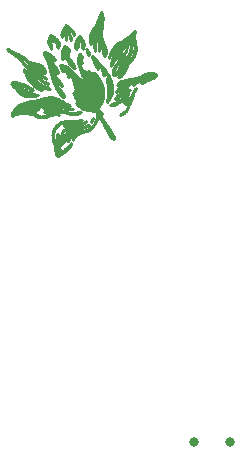
<source format=gbr>
%TF.GenerationSoftware,KiCad,Pcbnew,(6.0.5)*%
%TF.CreationDate,2022-07-30T00:51:37-06:00*%
%TF.ProjectId,plate-right,706c6174-652d-4726-9967-68742e6b6963,rev?*%
%TF.SameCoordinates,Original*%
%TF.FileFunction,Soldermask,Top*%
%TF.FilePolarity,Negative*%
%FSLAX46Y46*%
G04 Gerber Fmt 4.6, Leading zero omitted, Abs format (unit mm)*
G04 Created by KiCad (PCBNEW (6.0.5)) date 2022-07-30 00:51:37*
%MOMM*%
%LPD*%
G01*
G04 APERTURE LIST*
%ADD10C,0.240000*%
%ADD11C,0.800000*%
G04 APERTURE END LIST*
D10*
G36*
X240786850Y-114396334D02*
G01*
X240786842Y-114396312D01*
X240786864Y-114396312D01*
X240786850Y-114396334D01*
G37*
X240786850Y-114396334D02*
X240786842Y-114396312D01*
X240786864Y-114396312D01*
X240786850Y-114396334D01*
G36*
X237774023Y-115556910D02*
G01*
X237790791Y-115565260D01*
X237824098Y-115584404D01*
X237857115Y-115606501D01*
X237889855Y-115631182D01*
X237922334Y-115658079D01*
X237954567Y-115686822D01*
X237986567Y-115717044D01*
X238018350Y-115748375D01*
X238143601Y-115877428D01*
X238205305Y-115939029D01*
X238235979Y-115967808D01*
X238266552Y-115994749D01*
X238294600Y-116015161D01*
X238320228Y-116036370D01*
X238343505Y-116058183D01*
X238364501Y-116080407D01*
X238383284Y-116102848D01*
X238399925Y-116125313D01*
X238414492Y-116147607D01*
X238427055Y-116169538D01*
X238437682Y-116190912D01*
X238446443Y-116211536D01*
X238453408Y-116231216D01*
X238458644Y-116249759D01*
X238462223Y-116266971D01*
X238464212Y-116282658D01*
X238464681Y-116296628D01*
X238463699Y-116308687D01*
X238461336Y-116318641D01*
X238457661Y-116326296D01*
X238452742Y-116331460D01*
X238446650Y-116333939D01*
X238439453Y-116333539D01*
X238431221Y-116330067D01*
X238422022Y-116323329D01*
X238411927Y-116313132D01*
X238401003Y-116299283D01*
X238389321Y-116281587D01*
X238376950Y-116259852D01*
X238363959Y-116233884D01*
X238350417Y-116203489D01*
X238336393Y-116168475D01*
X238321956Y-116128647D01*
X238307177Y-116083811D01*
X238290701Y-116055153D01*
X238274522Y-116031189D01*
X238258680Y-116011702D01*
X238243214Y-115996476D01*
X238228161Y-115985294D01*
X238213560Y-115977939D01*
X238199451Y-115974197D01*
X238185872Y-115973849D01*
X238172862Y-115976680D01*
X238160460Y-115982474D01*
X238148703Y-115991013D01*
X238137632Y-116002081D01*
X238127284Y-116015462D01*
X238117699Y-116030940D01*
X238108914Y-116048298D01*
X238100970Y-116067319D01*
X238087756Y-116109488D01*
X238078365Y-116155713D01*
X238073109Y-116204265D01*
X238072296Y-116253411D01*
X238076237Y-116301420D01*
X238080087Y-116324457D01*
X238085241Y-116346560D01*
X238091738Y-116367514D01*
X238099618Y-116387101D01*
X238108918Y-116405106D01*
X238119677Y-116421311D01*
X238136236Y-116455460D01*
X238151313Y-116488754D01*
X238177176Y-116552339D01*
X238197577Y-116611184D01*
X238212824Y-116664407D01*
X238223229Y-116711124D01*
X238229101Y-116750454D01*
X238230750Y-116781514D01*
X238230088Y-116793667D01*
X238228486Y-116803421D01*
X238225984Y-116810667D01*
X238222619Y-116815294D01*
X238218432Y-116817191D01*
X238213460Y-116816249D01*
X238207742Y-116812356D01*
X238201317Y-116805404D01*
X238194224Y-116795281D01*
X238186501Y-116781877D01*
X238169322Y-116744785D01*
X238150090Y-116693246D01*
X238129115Y-116626377D01*
X238106707Y-116543295D01*
X238108023Y-116525296D01*
X238108231Y-116505932D01*
X238107373Y-116485395D01*
X238105492Y-116463876D01*
X238098831Y-116418654D01*
X238088590Y-116371797D01*
X238075110Y-116324834D01*
X238058734Y-116279294D01*
X238049566Y-116257536D01*
X238039803Y-116236707D01*
X238029486Y-116216998D01*
X238018659Y-116198601D01*
X238007363Y-116181707D01*
X237995643Y-116166506D01*
X237983540Y-116153191D01*
X237971098Y-116141952D01*
X237958359Y-116132981D01*
X237945365Y-116126468D01*
X237932160Y-116122604D01*
X237918786Y-116121582D01*
X237905286Y-116123591D01*
X237891703Y-116128824D01*
X237878079Y-116137471D01*
X237864457Y-116149724D01*
X237850880Y-116165773D01*
X237837390Y-116185811D01*
X237824031Y-116210027D01*
X237810844Y-116238613D01*
X237803571Y-116257577D01*
X237797860Y-116278935D01*
X237793591Y-116302380D01*
X237790644Y-116327609D01*
X237788238Y-116382194D01*
X237789685Y-116440246D01*
X237794026Y-116499323D01*
X237800302Y-116556982D01*
X237814830Y-116658276D01*
X237825603Y-116724585D01*
X237827186Y-116738514D01*
X237826607Y-116739603D01*
X237824956Y-116736368D01*
X237805223Y-116674082D01*
X237758740Y-116518186D01*
X237757790Y-116492417D01*
X237755184Y-116468643D01*
X237751031Y-116446837D01*
X237745441Y-116426969D01*
X237738523Y-116409011D01*
X237730386Y-116392934D01*
X237721139Y-116378710D01*
X237710893Y-116366310D01*
X237699756Y-116355706D01*
X237687838Y-116346868D01*
X237675248Y-116339769D01*
X237662095Y-116334380D01*
X237648490Y-116330672D01*
X237634540Y-116328617D01*
X237620357Y-116328185D01*
X237606048Y-116329349D01*
X237591724Y-116332080D01*
X237577494Y-116336349D01*
X237563466Y-116342128D01*
X237549752Y-116349388D01*
X237536459Y-116358100D01*
X237523697Y-116368236D01*
X237511576Y-116379768D01*
X237500205Y-116392666D01*
X237489694Y-116406903D01*
X237480151Y-116422449D01*
X237471687Y-116439276D01*
X237464410Y-116457355D01*
X237458430Y-116476658D01*
X237453856Y-116497156D01*
X237450798Y-116518821D01*
X237449365Y-116541624D01*
X237436388Y-116508115D01*
X237425602Y-116474567D01*
X237416933Y-116441000D01*
X237410307Y-116407434D01*
X237405652Y-116373890D01*
X237402895Y-116340387D01*
X237401962Y-116306946D01*
X237402779Y-116273585D01*
X237405275Y-116240326D01*
X237409374Y-116207189D01*
X237415005Y-116174193D01*
X237422093Y-116141358D01*
X237430566Y-116108705D01*
X237440350Y-116076254D01*
X237463559Y-116012036D01*
X237491134Y-115948865D01*
X237522489Y-115886900D01*
X237557038Y-115826303D01*
X237594195Y-115767234D01*
X237633373Y-115709852D01*
X237673987Y-115654318D01*
X237715450Y-115600793D01*
X237757177Y-115549437D01*
X237774023Y-115556910D01*
G37*
X237774023Y-115556910D02*
X237790791Y-115565260D01*
X237824098Y-115584404D01*
X237857115Y-115606501D01*
X237889855Y-115631182D01*
X237922334Y-115658079D01*
X237954567Y-115686822D01*
X237986567Y-115717044D01*
X238018350Y-115748375D01*
X238143601Y-115877428D01*
X238205305Y-115939029D01*
X238235979Y-115967808D01*
X238266552Y-115994749D01*
X238294600Y-116015161D01*
X238320228Y-116036370D01*
X238343505Y-116058183D01*
X238364501Y-116080407D01*
X238383284Y-116102848D01*
X238399925Y-116125313D01*
X238414492Y-116147607D01*
X238427055Y-116169538D01*
X238437682Y-116190912D01*
X238446443Y-116211536D01*
X238453408Y-116231216D01*
X238458644Y-116249759D01*
X238462223Y-116266971D01*
X238464212Y-116282658D01*
X238464681Y-116296628D01*
X238463699Y-116308687D01*
X238461336Y-116318641D01*
X238457661Y-116326296D01*
X238452742Y-116331460D01*
X238446650Y-116333939D01*
X238439453Y-116333539D01*
X238431221Y-116330067D01*
X238422022Y-116323329D01*
X238411927Y-116313132D01*
X238401003Y-116299283D01*
X238389321Y-116281587D01*
X238376950Y-116259852D01*
X238363959Y-116233884D01*
X238350417Y-116203489D01*
X238336393Y-116168475D01*
X238321956Y-116128647D01*
X238307177Y-116083811D01*
X238290701Y-116055153D01*
X238274522Y-116031189D01*
X238258680Y-116011702D01*
X238243214Y-115996476D01*
X238228161Y-115985294D01*
X238213560Y-115977939D01*
X238199451Y-115974197D01*
X238185872Y-115973849D01*
X238172862Y-115976680D01*
X238160460Y-115982474D01*
X238148703Y-115991013D01*
X238137632Y-116002081D01*
X238127284Y-116015462D01*
X238117699Y-116030940D01*
X238108914Y-116048298D01*
X238100970Y-116067319D01*
X238087756Y-116109488D01*
X238078365Y-116155713D01*
X238073109Y-116204265D01*
X238072296Y-116253411D01*
X238076237Y-116301420D01*
X238080087Y-116324457D01*
X238085241Y-116346560D01*
X238091738Y-116367514D01*
X238099618Y-116387101D01*
X238108918Y-116405106D01*
X238119677Y-116421311D01*
X238136236Y-116455460D01*
X238151313Y-116488754D01*
X238177176Y-116552339D01*
X238197577Y-116611184D01*
X238212824Y-116664407D01*
X238223229Y-116711124D01*
X238229101Y-116750454D01*
X238230750Y-116781514D01*
X238230088Y-116793667D01*
X238228486Y-116803421D01*
X238225984Y-116810667D01*
X238222619Y-116815294D01*
X238218432Y-116817191D01*
X238213460Y-116816249D01*
X238207742Y-116812356D01*
X238201317Y-116805404D01*
X238194224Y-116795281D01*
X238186501Y-116781877D01*
X238169322Y-116744785D01*
X238150090Y-116693246D01*
X238129115Y-116626377D01*
X238106707Y-116543295D01*
X238108023Y-116525296D01*
X238108231Y-116505932D01*
X238107373Y-116485395D01*
X238105492Y-116463876D01*
X238098831Y-116418654D01*
X238088590Y-116371797D01*
X238075110Y-116324834D01*
X238058734Y-116279294D01*
X238049566Y-116257536D01*
X238039803Y-116236707D01*
X238029486Y-116216998D01*
X238018659Y-116198601D01*
X238007363Y-116181707D01*
X237995643Y-116166506D01*
X237983540Y-116153191D01*
X237971098Y-116141952D01*
X237958359Y-116132981D01*
X237945365Y-116126468D01*
X237932160Y-116122604D01*
X237918786Y-116121582D01*
X237905286Y-116123591D01*
X237891703Y-116128824D01*
X237878079Y-116137471D01*
X237864457Y-116149724D01*
X237850880Y-116165773D01*
X237837390Y-116185811D01*
X237824031Y-116210027D01*
X237810844Y-116238613D01*
X237803571Y-116257577D01*
X237797860Y-116278935D01*
X237793591Y-116302380D01*
X237790644Y-116327609D01*
X237788238Y-116382194D01*
X237789685Y-116440246D01*
X237794026Y-116499323D01*
X237800302Y-116556982D01*
X237814830Y-116658276D01*
X237825603Y-116724585D01*
X237827186Y-116738514D01*
X237826607Y-116739603D01*
X237824956Y-116736368D01*
X237805223Y-116674082D01*
X237758740Y-116518186D01*
X237757790Y-116492417D01*
X237755184Y-116468643D01*
X237751031Y-116446837D01*
X237745441Y-116426969D01*
X237738523Y-116409011D01*
X237730386Y-116392934D01*
X237721139Y-116378710D01*
X237710893Y-116366310D01*
X237699756Y-116355706D01*
X237687838Y-116346868D01*
X237675248Y-116339769D01*
X237662095Y-116334380D01*
X237648490Y-116330672D01*
X237634540Y-116328617D01*
X237620357Y-116328185D01*
X237606048Y-116329349D01*
X237591724Y-116332080D01*
X237577494Y-116336349D01*
X237563466Y-116342128D01*
X237549752Y-116349388D01*
X237536459Y-116358100D01*
X237523697Y-116368236D01*
X237511576Y-116379768D01*
X237500205Y-116392666D01*
X237489694Y-116406903D01*
X237480151Y-116422449D01*
X237471687Y-116439276D01*
X237464410Y-116457355D01*
X237458430Y-116476658D01*
X237453856Y-116497156D01*
X237450798Y-116518821D01*
X237449365Y-116541624D01*
X237436388Y-116508115D01*
X237425602Y-116474567D01*
X237416933Y-116441000D01*
X237410307Y-116407434D01*
X237405652Y-116373890D01*
X237402895Y-116340387D01*
X237401962Y-116306946D01*
X237402779Y-116273585D01*
X237405275Y-116240326D01*
X237409374Y-116207189D01*
X237415005Y-116174193D01*
X237422093Y-116141358D01*
X237430566Y-116108705D01*
X237440350Y-116076254D01*
X237463559Y-116012036D01*
X237491134Y-115948865D01*
X237522489Y-115886900D01*
X237557038Y-115826303D01*
X237594195Y-115767234D01*
X237633373Y-115709852D01*
X237673987Y-115654318D01*
X237715450Y-115600793D01*
X237757177Y-115549437D01*
X237774023Y-115556910D01*
G36*
X236589348Y-116454238D02*
G01*
X236667748Y-116500331D01*
X236745974Y-116549250D01*
X236822424Y-116601189D01*
X236895498Y-116656344D01*
X236963597Y-116714908D01*
X236995279Y-116745529D01*
X237025117Y-116777076D01*
X237052911Y-116809573D01*
X237078461Y-116843044D01*
X237101565Y-116877514D01*
X237122025Y-116913006D01*
X237139640Y-116949546D01*
X237154211Y-116987157D01*
X237165536Y-117025864D01*
X237173417Y-117065691D01*
X237177652Y-117106663D01*
X237178042Y-117148804D01*
X237174386Y-117192139D01*
X237166486Y-117236690D01*
X237154140Y-117282484D01*
X237137148Y-117329544D01*
X237115311Y-117377895D01*
X237088428Y-117427561D01*
X237079055Y-117410938D01*
X237070353Y-117393102D01*
X237054678Y-117354196D01*
X237040831Y-117311649D01*
X237028244Y-117266264D01*
X237004571Y-117170201D01*
X236992345Y-117121132D01*
X236979100Y-117072443D01*
X236964267Y-117024940D01*
X236947276Y-116979427D01*
X236937793Y-116957668D01*
X236927557Y-116936708D01*
X236916497Y-116916648D01*
X236904542Y-116897588D01*
X236891619Y-116879629D01*
X236877659Y-116862871D01*
X236862590Y-116847415D01*
X236846340Y-116833362D01*
X236828839Y-116820812D01*
X236810016Y-116809866D01*
X236789798Y-116800624D01*
X236768115Y-116793186D01*
X236762619Y-116814164D01*
X236755853Y-116832167D01*
X236747917Y-116847411D01*
X236738910Y-116860113D01*
X236728935Y-116870488D01*
X236718091Y-116878752D01*
X236706479Y-116885122D01*
X236694198Y-116889813D01*
X236681351Y-116893042D01*
X236668036Y-116895024D01*
X236654355Y-116895975D01*
X236640408Y-116896112D01*
X236612118Y-116894804D01*
X236583969Y-116892830D01*
X236556765Y-116891917D01*
X236543769Y-116892398D01*
X236531310Y-116893793D01*
X236519489Y-116896317D01*
X236508407Y-116900185D01*
X236498164Y-116905615D01*
X236488860Y-116912822D01*
X236480596Y-116922022D01*
X236473472Y-116933432D01*
X236467589Y-116947266D01*
X236463048Y-116963741D01*
X236459948Y-116983074D01*
X236458390Y-117005480D01*
X236458475Y-117031174D01*
X236460303Y-117060374D01*
X236479157Y-117160421D01*
X236503299Y-117272564D01*
X236527141Y-117381141D01*
X236545092Y-117470491D01*
X236550112Y-117503062D01*
X236551563Y-117524954D01*
X236550733Y-117531283D01*
X236548748Y-117534209D01*
X236545521Y-117533486D01*
X236540966Y-117528869D01*
X236527519Y-117506977D01*
X236507710Y-117466576D01*
X236480838Y-117405707D01*
X236446206Y-117322413D01*
X236424524Y-117296675D01*
X236404721Y-117270357D01*
X236386747Y-117243493D01*
X236370552Y-117216113D01*
X236356087Y-117188249D01*
X236343302Y-117159935D01*
X236332147Y-117131200D01*
X236322574Y-117102078D01*
X236314533Y-117072600D01*
X236307973Y-117042798D01*
X236302847Y-117012704D01*
X236299103Y-116982350D01*
X236295567Y-116920989D01*
X236296970Y-116858971D01*
X236302914Y-116796549D01*
X236313004Y-116733979D01*
X236326844Y-116671518D01*
X236344038Y-116609418D01*
X236364190Y-116547937D01*
X236386902Y-116487328D01*
X236411781Y-116427847D01*
X236438428Y-116369749D01*
X236589348Y-116454238D01*
G37*
X236589348Y-116454238D02*
X236667748Y-116500331D01*
X236745974Y-116549250D01*
X236822424Y-116601189D01*
X236895498Y-116656344D01*
X236963597Y-116714908D01*
X236995279Y-116745529D01*
X237025117Y-116777076D01*
X237052911Y-116809573D01*
X237078461Y-116843044D01*
X237101565Y-116877514D01*
X237122025Y-116913006D01*
X237139640Y-116949546D01*
X237154211Y-116987157D01*
X237165536Y-117025864D01*
X237173417Y-117065691D01*
X237177652Y-117106663D01*
X237178042Y-117148804D01*
X237174386Y-117192139D01*
X237166486Y-117236690D01*
X237154140Y-117282484D01*
X237137148Y-117329544D01*
X237115311Y-117377895D01*
X237088428Y-117427561D01*
X237079055Y-117410938D01*
X237070353Y-117393102D01*
X237054678Y-117354196D01*
X237040831Y-117311649D01*
X237028244Y-117266264D01*
X237004571Y-117170201D01*
X236992345Y-117121132D01*
X236979100Y-117072443D01*
X236964267Y-117024940D01*
X236947276Y-116979427D01*
X236937793Y-116957668D01*
X236927557Y-116936708D01*
X236916497Y-116916648D01*
X236904542Y-116897588D01*
X236891619Y-116879629D01*
X236877659Y-116862871D01*
X236862590Y-116847415D01*
X236846340Y-116833362D01*
X236828839Y-116820812D01*
X236810016Y-116809866D01*
X236789798Y-116800624D01*
X236768115Y-116793186D01*
X236762619Y-116814164D01*
X236755853Y-116832167D01*
X236747917Y-116847411D01*
X236738910Y-116860113D01*
X236728935Y-116870488D01*
X236718091Y-116878752D01*
X236706479Y-116885122D01*
X236694198Y-116889813D01*
X236681351Y-116893042D01*
X236668036Y-116895024D01*
X236654355Y-116895975D01*
X236640408Y-116896112D01*
X236612118Y-116894804D01*
X236583969Y-116892830D01*
X236556765Y-116891917D01*
X236543769Y-116892398D01*
X236531310Y-116893793D01*
X236519489Y-116896317D01*
X236508407Y-116900185D01*
X236498164Y-116905615D01*
X236488860Y-116912822D01*
X236480596Y-116922022D01*
X236473472Y-116933432D01*
X236467589Y-116947266D01*
X236463048Y-116963741D01*
X236459948Y-116983074D01*
X236458390Y-117005480D01*
X236458475Y-117031174D01*
X236460303Y-117060374D01*
X236479157Y-117160421D01*
X236503299Y-117272564D01*
X236527141Y-117381141D01*
X236545092Y-117470491D01*
X236550112Y-117503062D01*
X236551563Y-117524954D01*
X236550733Y-117531283D01*
X236548748Y-117534209D01*
X236545521Y-117533486D01*
X236540966Y-117528869D01*
X236527519Y-117506977D01*
X236507710Y-117466576D01*
X236480838Y-117405707D01*
X236446206Y-117322413D01*
X236424524Y-117296675D01*
X236404721Y-117270357D01*
X236386747Y-117243493D01*
X236370552Y-117216113D01*
X236356087Y-117188249D01*
X236343302Y-117159935D01*
X236332147Y-117131200D01*
X236322574Y-117102078D01*
X236314533Y-117072600D01*
X236307973Y-117042798D01*
X236302847Y-117012704D01*
X236299103Y-116982350D01*
X236295567Y-116920989D01*
X236296970Y-116858971D01*
X236302914Y-116796549D01*
X236313004Y-116733979D01*
X236326844Y-116671518D01*
X236344038Y-116609418D01*
X236364190Y-116547937D01*
X236386902Y-116487328D01*
X236411781Y-116427847D01*
X236438428Y-116369749D01*
X236589348Y-116454238D01*
G36*
X238957177Y-116438499D02*
G01*
X238970867Y-116449756D01*
X238983973Y-116461926D01*
X238996527Y-116474960D01*
X239008556Y-116488809D01*
X239031164Y-116518755D01*
X239052033Y-116551369D01*
X239071401Y-116586257D01*
X239089506Y-116623024D01*
X239106585Y-116661277D01*
X239122876Y-116700621D01*
X239184908Y-116861025D01*
X239200820Y-116899912D01*
X239217369Y-116937526D01*
X239234793Y-116973471D01*
X239253328Y-117007354D01*
X239270273Y-117028962D01*
X239284560Y-117049320D01*
X239296341Y-117068521D01*
X239305765Y-117086661D01*
X239312984Y-117103833D01*
X239318149Y-117120132D01*
X239321411Y-117135652D01*
X239322921Y-117150487D01*
X239322829Y-117164732D01*
X239321287Y-117178481D01*
X239318445Y-117191828D01*
X239314455Y-117204867D01*
X239309468Y-117217694D01*
X239303634Y-117230401D01*
X239290029Y-117255837D01*
X239259303Y-117309431D01*
X239251769Y-117323946D01*
X239244596Y-117339098D01*
X239237935Y-117354979D01*
X239231937Y-117371684D01*
X239226752Y-117389308D01*
X239222533Y-117407944D01*
X239219429Y-117427688D01*
X239217591Y-117448633D01*
X239217172Y-117470873D01*
X239218320Y-117494504D01*
X239221188Y-117519618D01*
X239225927Y-117546311D01*
X239212580Y-117519831D01*
X239200587Y-117492917D01*
X239180271Y-117437915D01*
X239164197Y-117381558D01*
X239151582Y-117324103D01*
X239141645Y-117265803D01*
X239133602Y-117206913D01*
X239120073Y-117088384D01*
X239113022Y-117029253D01*
X239104737Y-116970552D01*
X239094435Y-116912535D01*
X239081335Y-116855456D01*
X239064654Y-116799571D01*
X239054726Y-116772156D01*
X239043609Y-116745134D01*
X239031206Y-116718538D01*
X239017419Y-116692400D01*
X239002151Y-116666751D01*
X238985302Y-116641624D01*
X238952847Y-116655236D01*
X238924135Y-116671334D01*
X238898932Y-116689760D01*
X238877004Y-116710359D01*
X238858117Y-116732975D01*
X238842037Y-116757453D01*
X238828531Y-116783637D01*
X238817364Y-116811371D01*
X238808302Y-116840499D01*
X238801112Y-116870865D01*
X238791412Y-116934689D01*
X238786392Y-117001598D01*
X238784182Y-117070344D01*
X238780705Y-117208366D01*
X238775697Y-117275149D01*
X238771557Y-117307439D01*
X238766014Y-117338785D01*
X238758834Y-117369034D01*
X238749785Y-117398028D01*
X238738631Y-117425613D01*
X238725139Y-117451632D01*
X238709076Y-117475930D01*
X238690206Y-117498350D01*
X238668297Y-117518738D01*
X238643114Y-117536936D01*
X238619660Y-117506141D01*
X238599514Y-117474220D01*
X238582560Y-117441264D01*
X238568682Y-117407362D01*
X238557763Y-117372604D01*
X238549688Y-117337080D01*
X238544339Y-117300880D01*
X238541602Y-117264092D01*
X238541359Y-117226808D01*
X238543496Y-117189116D01*
X238547894Y-117151107D01*
X238554439Y-117112870D01*
X238563015Y-117074495D01*
X238573504Y-117036072D01*
X238585791Y-116997690D01*
X238599760Y-116959439D01*
X238632278Y-116883690D01*
X238670129Y-116809543D01*
X238712383Y-116737715D01*
X238758111Y-116668925D01*
X238806384Y-116603890D01*
X238856272Y-116543329D01*
X238906846Y-116487959D01*
X238957177Y-116438498D01*
X238957177Y-116438499D01*
G37*
X238957177Y-116438499D02*
X238970867Y-116449756D01*
X238983973Y-116461926D01*
X238996527Y-116474960D01*
X239008556Y-116488809D01*
X239031164Y-116518755D01*
X239052033Y-116551369D01*
X239071401Y-116586257D01*
X239089506Y-116623024D01*
X239106585Y-116661277D01*
X239122876Y-116700621D01*
X239184908Y-116861025D01*
X239200820Y-116899912D01*
X239217369Y-116937526D01*
X239234793Y-116973471D01*
X239253328Y-117007354D01*
X239270273Y-117028962D01*
X239284560Y-117049320D01*
X239296341Y-117068521D01*
X239305765Y-117086661D01*
X239312984Y-117103833D01*
X239318149Y-117120132D01*
X239321411Y-117135652D01*
X239322921Y-117150487D01*
X239322829Y-117164732D01*
X239321287Y-117178481D01*
X239318445Y-117191828D01*
X239314455Y-117204867D01*
X239309468Y-117217694D01*
X239303634Y-117230401D01*
X239290029Y-117255837D01*
X239259303Y-117309431D01*
X239251769Y-117323946D01*
X239244596Y-117339098D01*
X239237935Y-117354979D01*
X239231937Y-117371684D01*
X239226752Y-117389308D01*
X239222533Y-117407944D01*
X239219429Y-117427688D01*
X239217591Y-117448633D01*
X239217172Y-117470873D01*
X239218320Y-117494504D01*
X239221188Y-117519618D01*
X239225927Y-117546311D01*
X239212580Y-117519831D01*
X239200587Y-117492917D01*
X239180271Y-117437915D01*
X239164197Y-117381558D01*
X239151582Y-117324103D01*
X239141645Y-117265803D01*
X239133602Y-117206913D01*
X239120073Y-117088384D01*
X239113022Y-117029253D01*
X239104737Y-116970552D01*
X239094435Y-116912535D01*
X239081335Y-116855456D01*
X239064654Y-116799571D01*
X239054726Y-116772156D01*
X239043609Y-116745134D01*
X239031206Y-116718538D01*
X239017419Y-116692400D01*
X239002151Y-116666751D01*
X238985302Y-116641624D01*
X238952847Y-116655236D01*
X238924135Y-116671334D01*
X238898932Y-116689760D01*
X238877004Y-116710359D01*
X238858117Y-116732975D01*
X238842037Y-116757453D01*
X238828531Y-116783637D01*
X238817364Y-116811371D01*
X238808302Y-116840499D01*
X238801112Y-116870865D01*
X238791412Y-116934689D01*
X238786392Y-117001598D01*
X238784182Y-117070344D01*
X238780705Y-117208366D01*
X238775697Y-117275149D01*
X238771557Y-117307439D01*
X238766014Y-117338785D01*
X238758834Y-117369034D01*
X238749785Y-117398028D01*
X238738631Y-117425613D01*
X238725139Y-117451632D01*
X238709076Y-117475930D01*
X238690206Y-117498350D01*
X238668297Y-117518738D01*
X238643114Y-117536936D01*
X238619660Y-117506141D01*
X238599514Y-117474220D01*
X238582560Y-117441264D01*
X238568682Y-117407362D01*
X238557763Y-117372604D01*
X238549688Y-117337080D01*
X238544339Y-117300880D01*
X238541602Y-117264092D01*
X238541359Y-117226808D01*
X238543496Y-117189116D01*
X238547894Y-117151107D01*
X238554439Y-117112870D01*
X238563015Y-117074495D01*
X238573504Y-117036072D01*
X238585791Y-116997690D01*
X238599760Y-116959439D01*
X238632278Y-116883690D01*
X238670129Y-116809543D01*
X238712383Y-116737715D01*
X238758111Y-116668925D01*
X238806384Y-116603890D01*
X238856272Y-116543329D01*
X238906846Y-116487959D01*
X238957177Y-116438498D01*
X238957177Y-116438499D01*
G36*
X239520481Y-117546649D02*
G01*
X239522780Y-117548974D01*
X239529665Y-117558088D01*
X239553019Y-117593594D01*
X239589983Y-117651044D01*
X239641552Y-117729124D01*
X239664224Y-117759905D01*
X239683908Y-117789757D01*
X239700744Y-117818581D01*
X239714873Y-117846275D01*
X239726435Y-117872739D01*
X239735571Y-117897873D01*
X239742422Y-117921577D01*
X239747128Y-117943750D01*
X239749829Y-117964292D01*
X239750667Y-117983102D01*
X239749782Y-118000080D01*
X239747314Y-118015126D01*
X239743404Y-118028139D01*
X239738193Y-118039019D01*
X239731822Y-118047666D01*
X239724431Y-118053979D01*
X239716160Y-118057857D01*
X239707150Y-118059202D01*
X239697542Y-118057911D01*
X239687477Y-118053885D01*
X239677094Y-118047023D01*
X239666535Y-118037226D01*
X239655940Y-118024391D01*
X239645451Y-118008421D01*
X239635206Y-117989213D01*
X239625348Y-117966667D01*
X239616016Y-117940684D01*
X239607351Y-117911162D01*
X239599494Y-117878002D01*
X239592586Y-117841103D01*
X239586767Y-117800364D01*
X239582177Y-117755686D01*
X239531299Y-117596366D01*
X239519801Y-117558160D01*
X239517972Y-117548846D01*
X239518093Y-117546564D01*
X239518924Y-117545839D01*
X239520481Y-117546649D01*
G37*
X239520481Y-117546649D02*
X239522780Y-117548974D01*
X239529665Y-117558088D01*
X239553019Y-117593594D01*
X239589983Y-117651044D01*
X239641552Y-117729124D01*
X239664224Y-117759905D01*
X239683908Y-117789757D01*
X239700744Y-117818581D01*
X239714873Y-117846275D01*
X239726435Y-117872739D01*
X239735571Y-117897873D01*
X239742422Y-117921577D01*
X239747128Y-117943750D01*
X239749829Y-117964292D01*
X239750667Y-117983102D01*
X239749782Y-118000080D01*
X239747314Y-118015126D01*
X239743404Y-118028139D01*
X239738193Y-118039019D01*
X239731822Y-118047666D01*
X239724431Y-118053979D01*
X239716160Y-118057857D01*
X239707150Y-118059202D01*
X239697542Y-118057911D01*
X239687477Y-118053885D01*
X239677094Y-118047023D01*
X239666535Y-118037226D01*
X239655940Y-118024391D01*
X239645451Y-118008421D01*
X239635206Y-117989213D01*
X239625348Y-117966667D01*
X239616016Y-117940684D01*
X239607351Y-117911162D01*
X239599494Y-117878002D01*
X239592586Y-117841103D01*
X239586767Y-117800364D01*
X239582177Y-117755686D01*
X239531299Y-117596366D01*
X239519801Y-117558160D01*
X239517972Y-117548846D01*
X239518093Y-117546564D01*
X239518924Y-117545839D01*
X239520481Y-117546649D01*
G36*
X240817895Y-114488437D02*
G01*
X240842039Y-114582233D01*
X240859871Y-114677504D01*
X240871994Y-114774054D01*
X240879005Y-114871686D01*
X240881506Y-114970206D01*
X240880095Y-115069416D01*
X240875374Y-115169122D01*
X240858395Y-115369234D01*
X240835368Y-115568974D01*
X240811091Y-115766776D01*
X240790363Y-115961072D01*
X240765756Y-116032048D01*
X240747944Y-116102304D01*
X240736464Y-116171884D01*
X240730855Y-116240833D01*
X240730655Y-116309198D01*
X240735404Y-116377023D01*
X240744639Y-116444353D01*
X240757899Y-116511233D01*
X240774722Y-116577709D01*
X240794648Y-116643826D01*
X240841961Y-116775163D01*
X240896145Y-116905606D01*
X240953510Y-117035516D01*
X241010362Y-117165255D01*
X241063012Y-117295184D01*
X241107766Y-117425666D01*
X241126029Y-117491227D01*
X241140935Y-117557061D01*
X241152020Y-117623214D01*
X241158825Y-117689731D01*
X241160887Y-117756658D01*
X241157745Y-117824038D01*
X241148939Y-117891919D01*
X241134005Y-117960344D01*
X241112483Y-118029358D01*
X241083912Y-118099009D01*
X241071830Y-118124687D01*
X241060335Y-118143955D01*
X241049416Y-118157143D01*
X241039061Y-118164577D01*
X241029258Y-118166586D01*
X241019997Y-118163498D01*
X241011264Y-118155640D01*
X241003048Y-118143341D01*
X240988122Y-118106731D01*
X240975125Y-118056291D01*
X240963965Y-117994645D01*
X240954546Y-117924417D01*
X240940562Y-117768708D01*
X240932426Y-117610156D01*
X240929391Y-117469751D01*
X240930710Y-117368481D01*
X240923956Y-117324367D01*
X240915974Y-117286734D01*
X240906866Y-117255298D01*
X240896738Y-117229768D01*
X240885691Y-117209860D01*
X240873831Y-117195283D01*
X240861261Y-117185753D01*
X240848085Y-117180980D01*
X240834406Y-117180677D01*
X240820329Y-117184557D01*
X240805956Y-117192333D01*
X240791392Y-117203716D01*
X240776740Y-117218420D01*
X240762104Y-117236157D01*
X240733296Y-117279579D01*
X240705798Y-117331683D01*
X240680438Y-117390169D01*
X240658048Y-117452737D01*
X240639456Y-117517087D01*
X240625493Y-117580920D01*
X240616989Y-117641934D01*
X240614774Y-117697831D01*
X240616284Y-117723142D01*
X240619677Y-117746311D01*
X240610536Y-117713560D01*
X240602902Y-117680266D01*
X240591680Y-117612233D01*
X240585063Y-117542591D01*
X240582102Y-117471714D01*
X240581851Y-117399979D01*
X240583362Y-117327764D01*
X240587877Y-117183394D01*
X240588986Y-117111992D01*
X240588067Y-117041615D01*
X240584170Y-116972639D01*
X240576349Y-116905439D01*
X240563655Y-116840392D01*
X240555185Y-116808794D01*
X240545142Y-116777875D01*
X240533407Y-116747683D01*
X240519861Y-116718265D01*
X240504386Y-116689667D01*
X240486864Y-116661936D01*
X240460096Y-116677184D01*
X240435415Y-116694298D01*
X240412744Y-116713183D01*
X240392005Y-116733742D01*
X240373119Y-116755882D01*
X240356007Y-116779506D01*
X240340592Y-116804518D01*
X240326794Y-116830824D01*
X240314537Y-116858328D01*
X240303740Y-116886934D01*
X240286216Y-116947071D01*
X240273597Y-117010472D01*
X240265254Y-117076372D01*
X240260561Y-117144009D01*
X240258890Y-117212617D01*
X240259615Y-117281435D01*
X240262109Y-117349696D01*
X240277227Y-117601913D01*
X240274271Y-117657993D01*
X240268305Y-117684161D01*
X240264351Y-117687066D01*
X240259834Y-117683740D01*
X240249364Y-117660057D01*
X240237401Y-117616434D01*
X240224451Y-117556198D01*
X240197613Y-117399183D01*
X240172896Y-117215610D01*
X240154348Y-117032076D01*
X240148652Y-116948635D01*
X240146016Y-116875179D01*
X240146945Y-116815031D01*
X240151945Y-116771516D01*
X240143680Y-116734559D01*
X240134524Y-116703114D01*
X240124562Y-116676938D01*
X240113877Y-116655783D01*
X240102555Y-116639404D01*
X240090679Y-116627555D01*
X240078336Y-116619990D01*
X240065608Y-116616464D01*
X240052582Y-116616730D01*
X240039341Y-116620543D01*
X240025970Y-116627657D01*
X240012553Y-116637826D01*
X239999176Y-116650803D01*
X239985923Y-116666344D01*
X239960126Y-116704133D01*
X239935840Y-116749224D01*
X239913742Y-116799651D01*
X239894507Y-116853447D01*
X239878814Y-116908645D01*
X239867339Y-116963279D01*
X239860759Y-117015381D01*
X239859750Y-117062985D01*
X239861546Y-117084485D01*
X239864989Y-117104124D01*
X239836372Y-117017401D01*
X239813675Y-116929813D01*
X239796890Y-116841640D01*
X239786005Y-116753162D01*
X239781010Y-116664660D01*
X239781896Y-116576414D01*
X239788650Y-116488704D01*
X239801265Y-116401812D01*
X239819727Y-116316017D01*
X239844029Y-116231601D01*
X239874158Y-116148843D01*
X239910106Y-116068024D01*
X239951860Y-115989425D01*
X239999412Y-115913325D01*
X240052750Y-115840007D01*
X240111864Y-115769749D01*
X240145669Y-115733107D01*
X240177452Y-115695365D01*
X240207334Y-115656591D01*
X240235434Y-115616855D01*
X240286773Y-115534778D01*
X240332429Y-115449688D01*
X240373364Y-115362143D01*
X240410538Y-115272700D01*
X240444912Y-115181915D01*
X240477448Y-115090344D01*
X240540847Y-114907075D01*
X240573633Y-114816489D01*
X240608424Y-114727344D01*
X240646182Y-114640197D01*
X240687867Y-114555605D01*
X240734441Y-114474125D01*
X240786850Y-114396334D01*
X240817895Y-114488437D01*
G37*
X240817895Y-114488437D02*
X240842039Y-114582233D01*
X240859871Y-114677504D01*
X240871994Y-114774054D01*
X240879005Y-114871686D01*
X240881506Y-114970206D01*
X240880095Y-115069416D01*
X240875374Y-115169122D01*
X240858395Y-115369234D01*
X240835368Y-115568974D01*
X240811091Y-115766776D01*
X240790363Y-115961072D01*
X240765756Y-116032048D01*
X240747944Y-116102304D01*
X240736464Y-116171884D01*
X240730855Y-116240833D01*
X240730655Y-116309198D01*
X240735404Y-116377023D01*
X240744639Y-116444353D01*
X240757899Y-116511233D01*
X240774722Y-116577709D01*
X240794648Y-116643826D01*
X240841961Y-116775163D01*
X240896145Y-116905606D01*
X240953510Y-117035516D01*
X241010362Y-117165255D01*
X241063012Y-117295184D01*
X241107766Y-117425666D01*
X241126029Y-117491227D01*
X241140935Y-117557061D01*
X241152020Y-117623214D01*
X241158825Y-117689731D01*
X241160887Y-117756658D01*
X241157745Y-117824038D01*
X241148939Y-117891919D01*
X241134005Y-117960344D01*
X241112483Y-118029358D01*
X241083912Y-118099009D01*
X241071830Y-118124687D01*
X241060335Y-118143955D01*
X241049416Y-118157143D01*
X241039061Y-118164577D01*
X241029258Y-118166586D01*
X241019997Y-118163498D01*
X241011264Y-118155640D01*
X241003048Y-118143341D01*
X240988122Y-118106731D01*
X240975125Y-118056291D01*
X240963965Y-117994645D01*
X240954546Y-117924417D01*
X240940562Y-117768708D01*
X240932426Y-117610156D01*
X240929391Y-117469751D01*
X240930710Y-117368481D01*
X240923956Y-117324367D01*
X240915974Y-117286734D01*
X240906866Y-117255298D01*
X240896738Y-117229768D01*
X240885691Y-117209860D01*
X240873831Y-117195283D01*
X240861261Y-117185753D01*
X240848085Y-117180980D01*
X240834406Y-117180677D01*
X240820329Y-117184557D01*
X240805956Y-117192333D01*
X240791392Y-117203716D01*
X240776740Y-117218420D01*
X240762104Y-117236157D01*
X240733296Y-117279579D01*
X240705798Y-117331683D01*
X240680438Y-117390169D01*
X240658048Y-117452737D01*
X240639456Y-117517087D01*
X240625493Y-117580920D01*
X240616989Y-117641934D01*
X240614774Y-117697831D01*
X240616284Y-117723142D01*
X240619677Y-117746311D01*
X240610536Y-117713560D01*
X240602902Y-117680266D01*
X240591680Y-117612233D01*
X240585063Y-117542591D01*
X240582102Y-117471714D01*
X240581851Y-117399979D01*
X240583362Y-117327764D01*
X240587877Y-117183394D01*
X240588986Y-117111992D01*
X240588067Y-117041615D01*
X240584170Y-116972639D01*
X240576349Y-116905439D01*
X240563655Y-116840392D01*
X240555185Y-116808794D01*
X240545142Y-116777875D01*
X240533407Y-116747683D01*
X240519861Y-116718265D01*
X240504386Y-116689667D01*
X240486864Y-116661936D01*
X240460096Y-116677184D01*
X240435415Y-116694298D01*
X240412744Y-116713183D01*
X240392005Y-116733742D01*
X240373119Y-116755882D01*
X240356007Y-116779506D01*
X240340592Y-116804518D01*
X240326794Y-116830824D01*
X240314537Y-116858328D01*
X240303740Y-116886934D01*
X240286216Y-116947071D01*
X240273597Y-117010472D01*
X240265254Y-117076372D01*
X240260561Y-117144009D01*
X240258890Y-117212617D01*
X240259615Y-117281435D01*
X240262109Y-117349696D01*
X240277227Y-117601913D01*
X240274271Y-117657993D01*
X240268305Y-117684161D01*
X240264351Y-117687066D01*
X240259834Y-117683740D01*
X240249364Y-117660057D01*
X240237401Y-117616434D01*
X240224451Y-117556198D01*
X240197613Y-117399183D01*
X240172896Y-117215610D01*
X240154348Y-117032076D01*
X240148652Y-116948635D01*
X240146016Y-116875179D01*
X240146945Y-116815031D01*
X240151945Y-116771516D01*
X240143680Y-116734559D01*
X240134524Y-116703114D01*
X240124562Y-116676938D01*
X240113877Y-116655783D01*
X240102555Y-116639404D01*
X240090679Y-116627555D01*
X240078336Y-116619990D01*
X240065608Y-116616464D01*
X240052582Y-116616730D01*
X240039341Y-116620543D01*
X240025970Y-116627657D01*
X240012553Y-116637826D01*
X239999176Y-116650803D01*
X239985923Y-116666344D01*
X239960126Y-116704133D01*
X239935840Y-116749224D01*
X239913742Y-116799651D01*
X239894507Y-116853447D01*
X239878814Y-116908645D01*
X239867339Y-116963279D01*
X239860759Y-117015381D01*
X239859750Y-117062985D01*
X239861546Y-117084485D01*
X239864989Y-117104124D01*
X239836372Y-117017401D01*
X239813675Y-116929813D01*
X239796890Y-116841640D01*
X239786005Y-116753162D01*
X239781010Y-116664660D01*
X239781896Y-116576414D01*
X239788650Y-116488704D01*
X239801265Y-116401812D01*
X239819727Y-116316017D01*
X239844029Y-116231601D01*
X239874158Y-116148843D01*
X239910106Y-116068024D01*
X239951860Y-115989425D01*
X239999412Y-115913325D01*
X240052750Y-115840007D01*
X240111864Y-115769749D01*
X240145669Y-115733107D01*
X240177452Y-115695365D01*
X240207334Y-115656591D01*
X240235434Y-115616855D01*
X240286773Y-115534778D01*
X240332429Y-115449688D01*
X240373364Y-115362143D01*
X240410538Y-115272700D01*
X240444912Y-115181915D01*
X240477448Y-115090344D01*
X240540847Y-114907075D01*
X240573633Y-114816489D01*
X240608424Y-114727344D01*
X240646182Y-114640197D01*
X240687867Y-114555605D01*
X240734441Y-114474125D01*
X240786850Y-114396334D01*
X240817895Y-114488437D01*
G36*
X241419677Y-118268186D02*
G01*
X241424983Y-118235691D01*
X241425164Y-118234942D01*
X241419677Y-118268186D01*
G37*
X241419677Y-118268186D02*
X241424983Y-118235691D01*
X241425164Y-118234942D01*
X241419677Y-118268186D01*
G36*
X237642303Y-117293233D02*
G01*
X237726697Y-117341979D01*
X237772795Y-117370397D01*
X237819659Y-117401117D01*
X237865910Y-117433843D01*
X237910173Y-117468279D01*
X237951071Y-117504127D01*
X237969828Y-117522488D01*
X237987227Y-117541092D01*
X238003097Y-117559901D01*
X238017265Y-117578878D01*
X238029559Y-117597986D01*
X238039807Y-117617188D01*
X238047838Y-117636448D01*
X238053478Y-117655727D01*
X238056556Y-117674989D01*
X238056899Y-117694197D01*
X238054337Y-117713314D01*
X238048696Y-117732303D01*
X238039804Y-117751127D01*
X238027490Y-117769749D01*
X237999206Y-117819266D01*
X237977264Y-117867789D01*
X237961312Y-117915379D01*
X237950994Y-117962098D01*
X237945955Y-118008009D01*
X237945842Y-118053173D01*
X237950299Y-118097652D01*
X237958973Y-118141508D01*
X237971508Y-118184803D01*
X237987551Y-118227599D01*
X238006746Y-118269957D01*
X238028740Y-118311941D01*
X238053177Y-118353611D01*
X238079703Y-118395030D01*
X238137606Y-118477361D01*
X238262883Y-118641732D01*
X238324586Y-118724762D01*
X238381883Y-118809017D01*
X238407994Y-118851758D01*
X238431940Y-118894991D01*
X238453366Y-118938778D01*
X238471919Y-118983180D01*
X238487243Y-119028261D01*
X238498985Y-119074080D01*
X238506789Y-119120701D01*
X238510302Y-119168186D01*
X238463375Y-119141234D01*
X238416646Y-119110401D01*
X238370241Y-119076006D01*
X238324289Y-119038368D01*
X238278915Y-118997808D01*
X238234246Y-118954644D01*
X238190409Y-118909197D01*
X238147530Y-118861785D01*
X238105737Y-118812728D01*
X238065155Y-118762346D01*
X238025912Y-118710958D01*
X237988135Y-118658884D01*
X237951949Y-118606443D01*
X237917482Y-118553955D01*
X237884861Y-118501740D01*
X237854211Y-118450116D01*
X237843649Y-118414234D01*
X237832211Y-118379841D01*
X237819981Y-118347010D01*
X237807041Y-118315818D01*
X237793474Y-118286339D01*
X237779364Y-118258649D01*
X237764793Y-118232821D01*
X237749843Y-118208931D01*
X237734599Y-118187055D01*
X237719142Y-118167267D01*
X237703555Y-118149641D01*
X237687922Y-118134254D01*
X237672326Y-118121179D01*
X237656848Y-118110493D01*
X237641573Y-118102269D01*
X237626582Y-118096584D01*
X237611959Y-118093511D01*
X237597788Y-118093126D01*
X237584149Y-118095503D01*
X237571127Y-118100719D01*
X237558805Y-118108847D01*
X237547264Y-118119962D01*
X237536589Y-118134141D01*
X237526862Y-118151457D01*
X237518165Y-118171986D01*
X237510582Y-118195802D01*
X237504196Y-118222981D01*
X237499089Y-118253597D01*
X237495345Y-118287726D01*
X237493046Y-118325442D01*
X237492275Y-118366820D01*
X237493115Y-118411936D01*
X237478953Y-118376493D01*
X237466562Y-118340903D01*
X237455873Y-118305176D01*
X237446818Y-118269322D01*
X237433333Y-118197278D01*
X237425557Y-118124855D01*
X237422941Y-118052140D01*
X237424935Y-117979217D01*
X237430988Y-117906170D01*
X237440553Y-117833086D01*
X237453078Y-117760049D01*
X237468015Y-117687144D01*
X237502924Y-117542070D01*
X237577490Y-117257249D01*
X237642303Y-117293233D01*
G37*
X237642303Y-117293233D02*
X237726697Y-117341979D01*
X237772795Y-117370397D01*
X237819659Y-117401117D01*
X237865910Y-117433843D01*
X237910173Y-117468279D01*
X237951071Y-117504127D01*
X237969828Y-117522488D01*
X237987227Y-117541092D01*
X238003097Y-117559901D01*
X238017265Y-117578878D01*
X238029559Y-117597986D01*
X238039807Y-117617188D01*
X238047838Y-117636448D01*
X238053478Y-117655727D01*
X238056556Y-117674989D01*
X238056899Y-117694197D01*
X238054337Y-117713314D01*
X238048696Y-117732303D01*
X238039804Y-117751127D01*
X238027490Y-117769749D01*
X237999206Y-117819266D01*
X237977264Y-117867789D01*
X237961312Y-117915379D01*
X237950994Y-117962098D01*
X237945955Y-118008009D01*
X237945842Y-118053173D01*
X237950299Y-118097652D01*
X237958973Y-118141508D01*
X237971508Y-118184803D01*
X237987551Y-118227599D01*
X238006746Y-118269957D01*
X238028740Y-118311941D01*
X238053177Y-118353611D01*
X238079703Y-118395030D01*
X238137606Y-118477361D01*
X238262883Y-118641732D01*
X238324586Y-118724762D01*
X238381883Y-118809017D01*
X238407994Y-118851758D01*
X238431940Y-118894991D01*
X238453366Y-118938778D01*
X238471919Y-118983180D01*
X238487243Y-119028261D01*
X238498985Y-119074080D01*
X238506789Y-119120701D01*
X238510302Y-119168186D01*
X238463375Y-119141234D01*
X238416646Y-119110401D01*
X238370241Y-119076006D01*
X238324289Y-119038368D01*
X238278915Y-118997808D01*
X238234246Y-118954644D01*
X238190409Y-118909197D01*
X238147530Y-118861785D01*
X238105737Y-118812728D01*
X238065155Y-118762346D01*
X238025912Y-118710958D01*
X237988135Y-118658884D01*
X237951949Y-118606443D01*
X237917482Y-118553955D01*
X237884861Y-118501740D01*
X237854211Y-118450116D01*
X237843649Y-118414234D01*
X237832211Y-118379841D01*
X237819981Y-118347010D01*
X237807041Y-118315818D01*
X237793474Y-118286339D01*
X237779364Y-118258649D01*
X237764793Y-118232821D01*
X237749843Y-118208931D01*
X237734599Y-118187055D01*
X237719142Y-118167267D01*
X237703555Y-118149641D01*
X237687922Y-118134254D01*
X237672326Y-118121179D01*
X237656848Y-118110493D01*
X237641573Y-118102269D01*
X237626582Y-118096584D01*
X237611959Y-118093511D01*
X237597788Y-118093126D01*
X237584149Y-118095503D01*
X237571127Y-118100719D01*
X237558805Y-118108847D01*
X237547264Y-118119962D01*
X237536589Y-118134141D01*
X237526862Y-118151457D01*
X237518165Y-118171986D01*
X237510582Y-118195802D01*
X237504196Y-118222981D01*
X237499089Y-118253597D01*
X237495345Y-118287726D01*
X237493046Y-118325442D01*
X237492275Y-118366820D01*
X237493115Y-118411936D01*
X237478953Y-118376493D01*
X237466562Y-118340903D01*
X237455873Y-118305176D01*
X237446818Y-118269322D01*
X237433333Y-118197278D01*
X237425557Y-118124855D01*
X237422941Y-118052140D01*
X237424935Y-117979217D01*
X237430988Y-117906170D01*
X237440553Y-117833086D01*
X237453078Y-117760049D01*
X237468015Y-117687144D01*
X237502924Y-117542070D01*
X237577490Y-117257249D01*
X237642303Y-117293233D01*
G36*
X239695763Y-119441324D02*
G01*
X239702098Y-119448699D01*
X239705983Y-119455888D01*
X239706388Y-119457711D01*
X239702263Y-119453344D01*
X239686864Y-119433811D01*
X239695763Y-119441324D01*
G37*
X239695763Y-119441324D02*
X239702098Y-119448699D01*
X239705983Y-119455888D01*
X239706388Y-119457711D01*
X239702263Y-119453344D01*
X239686864Y-119433811D01*
X239695763Y-119441324D01*
G36*
X240031317Y-118174870D02*
G01*
X240084719Y-118216586D01*
X240137699Y-118261694D01*
X240190264Y-118309804D01*
X240242418Y-118360523D01*
X240294167Y-118413462D01*
X240396468Y-118524434D01*
X240790462Y-118978906D01*
X240805537Y-119003821D01*
X240822451Y-119028655D01*
X240840980Y-119053396D01*
X240860898Y-119078033D01*
X240903995Y-119126946D01*
X240949934Y-119175300D01*
X241043112Y-119269951D01*
X241086734Y-119316060D01*
X241125969Y-119361233D01*
X241143376Y-119383438D01*
X241159009Y-119405374D01*
X241172641Y-119427028D01*
X241184046Y-119448389D01*
X241192999Y-119469446D01*
X241199273Y-119490185D01*
X241202642Y-119510596D01*
X241202882Y-119530666D01*
X241199765Y-119550384D01*
X241193065Y-119569739D01*
X241182558Y-119588717D01*
X241168016Y-119607308D01*
X241149214Y-119625500D01*
X241125926Y-119643280D01*
X241097926Y-119660638D01*
X241064988Y-119677560D01*
X241054566Y-119710812D01*
X241044215Y-119737227D01*
X241033935Y-119757167D01*
X241023724Y-119770988D01*
X241013582Y-119779051D01*
X241003507Y-119781715D01*
X240993498Y-119779338D01*
X240983554Y-119772279D01*
X240973674Y-119760897D01*
X240963857Y-119745552D01*
X240944406Y-119704406D01*
X240925195Y-119651713D01*
X240906213Y-119590344D01*
X240832410Y-119315546D01*
X240814448Y-119253875D01*
X240796662Y-119200758D01*
X240779046Y-119159068D01*
X240770299Y-119143405D01*
X240761591Y-119131675D01*
X240757156Y-119089154D01*
X240751095Y-119050773D01*
X240743548Y-119016412D01*
X240734656Y-118985955D01*
X240724560Y-118959283D01*
X240713400Y-118936280D01*
X240701316Y-118916828D01*
X240688450Y-118900807D01*
X240674941Y-118888102D01*
X240660931Y-118878595D01*
X240646560Y-118872166D01*
X240631968Y-118868700D01*
X240617296Y-118868077D01*
X240602685Y-118870181D01*
X240588275Y-118874894D01*
X240574207Y-118882097D01*
X240560621Y-118891674D01*
X240547658Y-118903506D01*
X240535459Y-118917476D01*
X240524163Y-118933466D01*
X240513913Y-118951358D01*
X240504847Y-118971035D01*
X240497107Y-118992379D01*
X240490834Y-119015272D01*
X240486167Y-119039597D01*
X240483248Y-119065235D01*
X240482217Y-119092069D01*
X240483214Y-119119982D01*
X240486381Y-119148855D01*
X240491857Y-119178571D01*
X240499784Y-119209012D01*
X240510301Y-119240061D01*
X240426530Y-119116447D01*
X240343199Y-118988428D01*
X240262542Y-118856166D01*
X240223913Y-118788495D01*
X240186790Y-118719825D01*
X240151451Y-118650176D01*
X240118176Y-118579568D01*
X240087244Y-118508022D01*
X240058933Y-118435559D01*
X240033523Y-118362198D01*
X240011294Y-118287960D01*
X239992523Y-118212866D01*
X239977489Y-118136936D01*
X239977490Y-118136936D01*
X240031317Y-118174870D01*
G37*
X240031317Y-118174870D02*
X240084719Y-118216586D01*
X240137699Y-118261694D01*
X240190264Y-118309804D01*
X240242418Y-118360523D01*
X240294167Y-118413462D01*
X240396468Y-118524434D01*
X240790462Y-118978906D01*
X240805537Y-119003821D01*
X240822451Y-119028655D01*
X240840980Y-119053396D01*
X240860898Y-119078033D01*
X240903995Y-119126946D01*
X240949934Y-119175300D01*
X241043112Y-119269951D01*
X241086734Y-119316060D01*
X241125969Y-119361233D01*
X241143376Y-119383438D01*
X241159009Y-119405374D01*
X241172641Y-119427028D01*
X241184046Y-119448389D01*
X241192999Y-119469446D01*
X241199273Y-119490185D01*
X241202642Y-119510596D01*
X241202882Y-119530666D01*
X241199765Y-119550384D01*
X241193065Y-119569739D01*
X241182558Y-119588717D01*
X241168016Y-119607308D01*
X241149214Y-119625500D01*
X241125926Y-119643280D01*
X241097926Y-119660638D01*
X241064988Y-119677560D01*
X241054566Y-119710812D01*
X241044215Y-119737227D01*
X241033935Y-119757167D01*
X241023724Y-119770988D01*
X241013582Y-119779051D01*
X241003507Y-119781715D01*
X240993498Y-119779338D01*
X240983554Y-119772279D01*
X240973674Y-119760897D01*
X240963857Y-119745552D01*
X240944406Y-119704406D01*
X240925195Y-119651713D01*
X240906213Y-119590344D01*
X240832410Y-119315546D01*
X240814448Y-119253875D01*
X240796662Y-119200758D01*
X240779046Y-119159068D01*
X240770299Y-119143405D01*
X240761591Y-119131675D01*
X240757156Y-119089154D01*
X240751095Y-119050773D01*
X240743548Y-119016412D01*
X240734656Y-118985955D01*
X240724560Y-118959283D01*
X240713400Y-118936280D01*
X240701316Y-118916828D01*
X240688450Y-118900807D01*
X240674941Y-118888102D01*
X240660931Y-118878595D01*
X240646560Y-118872166D01*
X240631968Y-118868700D01*
X240617296Y-118868077D01*
X240602685Y-118870181D01*
X240588275Y-118874894D01*
X240574207Y-118882097D01*
X240560621Y-118891674D01*
X240547658Y-118903506D01*
X240535459Y-118917476D01*
X240524163Y-118933466D01*
X240513913Y-118951358D01*
X240504847Y-118971035D01*
X240497107Y-118992379D01*
X240490834Y-119015272D01*
X240486167Y-119039597D01*
X240483248Y-119065235D01*
X240482217Y-119092069D01*
X240483214Y-119119982D01*
X240486381Y-119148855D01*
X240491857Y-119178571D01*
X240499784Y-119209012D01*
X240510301Y-119240061D01*
X240426530Y-119116447D01*
X240343199Y-118988428D01*
X240262542Y-118856166D01*
X240223913Y-118788495D01*
X240186790Y-118719825D01*
X240151451Y-118650176D01*
X240118176Y-118579568D01*
X240087244Y-118508022D01*
X240058933Y-118435559D01*
X240033523Y-118362198D01*
X240011294Y-118287960D01*
X239992523Y-118212866D01*
X239977489Y-118136936D01*
X239977490Y-118136936D01*
X240031317Y-118174870D01*
G36*
X241770287Y-119372209D02*
G01*
X241781983Y-119324194D01*
X241796588Y-119276542D01*
X241813836Y-119229225D01*
X241833461Y-119182214D01*
X241878776Y-119088996D01*
X241930403Y-118996656D01*
X242157419Y-118631477D01*
X242208648Y-118540076D01*
X242253406Y-118448173D01*
X242272692Y-118401961D01*
X242289562Y-118355537D01*
X242303748Y-118308871D01*
X242314986Y-118261937D01*
X242285798Y-118255717D01*
X242257380Y-118251859D01*
X242229724Y-118250266D01*
X242202821Y-118250844D01*
X242176662Y-118253496D01*
X242151238Y-118258127D01*
X242126541Y-118264642D01*
X242102562Y-118272944D01*
X242079291Y-118282939D01*
X242056721Y-118294530D01*
X242034842Y-118307622D01*
X242013646Y-118322120D01*
X241993124Y-118337927D01*
X241973267Y-118354948D01*
X241954066Y-118373089D01*
X241935512Y-118392252D01*
X241900313Y-118433265D01*
X241867598Y-118477223D01*
X241837298Y-118523361D01*
X241809341Y-118570915D01*
X241783659Y-118619119D01*
X241760180Y-118667210D01*
X241738835Y-118714421D01*
X241719553Y-118759990D01*
X241671569Y-118857532D01*
X241634273Y-118924101D01*
X241606719Y-118962729D01*
X241596301Y-118972512D01*
X241587964Y-118976446D01*
X241581592Y-118974910D01*
X241577065Y-118968283D01*
X241574265Y-118956945D01*
X241573076Y-118941273D01*
X241575053Y-118898444D01*
X241582054Y-118842830D01*
X241607347Y-118705367D01*
X241641403Y-118553133D01*
X241676669Y-118410375D01*
X241705592Y-118301344D01*
X241720504Y-118267480D01*
X241732104Y-118235688D01*
X241740570Y-118205974D01*
X241746080Y-118178341D01*
X241748811Y-118152794D01*
X241748939Y-118129338D01*
X241746643Y-118107977D01*
X241742100Y-118088716D01*
X241735486Y-118071560D01*
X241726979Y-118056512D01*
X241716756Y-118043578D01*
X241704995Y-118032761D01*
X241691873Y-118024068D01*
X241677567Y-118017501D01*
X241662254Y-118013065D01*
X241646112Y-118010766D01*
X241629317Y-118010607D01*
X241612048Y-118012594D01*
X241594481Y-118016730D01*
X241576794Y-118023021D01*
X241559163Y-118031470D01*
X241541767Y-118042082D01*
X241524782Y-118054863D01*
X241508386Y-118069815D01*
X241492755Y-118086945D01*
X241478068Y-118106256D01*
X241464501Y-118127753D01*
X241452232Y-118151440D01*
X241441438Y-118177323D01*
X241432295Y-118205405D01*
X241425164Y-118234942D01*
X241431591Y-118195997D01*
X241450687Y-118120452D01*
X241476472Y-118042147D01*
X241508453Y-117961681D01*
X241531863Y-117910722D01*
X242410243Y-117910722D01*
X242410575Y-117932632D01*
X242413419Y-117952759D01*
X242418943Y-117970894D01*
X242427310Y-117986832D01*
X242438688Y-118000365D01*
X242453242Y-118011286D01*
X242471138Y-118019388D01*
X242492541Y-118024464D01*
X242517618Y-118026308D01*
X242546535Y-118024712D01*
X242579456Y-118019470D01*
X242616549Y-118010373D01*
X242629850Y-118003180D01*
X242643634Y-117993060D01*
X242657815Y-117980294D01*
X242672308Y-117965162D01*
X242701881Y-117928922D01*
X242731664Y-117886581D01*
X242760966Y-117840383D01*
X242789099Y-117792568D01*
X242839096Y-117701062D01*
X242876137Y-117629999D01*
X242888074Y-117607740D01*
X242894704Y-117597319D01*
X242895813Y-117597248D01*
X242895336Y-117600977D01*
X242889280Y-117620957D01*
X242854346Y-117718854D01*
X242775164Y-117876493D01*
X242753542Y-117923207D01*
X242733582Y-117970470D01*
X242716478Y-118017091D01*
X242709371Y-118039791D01*
X242703427Y-118061885D01*
X242698795Y-118083226D01*
X242695624Y-118103664D01*
X242694065Y-118123051D01*
X242694267Y-118141240D01*
X242696378Y-118158080D01*
X242700549Y-118173425D01*
X242706930Y-118187125D01*
X242715669Y-118199033D01*
X242726915Y-118208999D01*
X242740820Y-118216875D01*
X242757531Y-118222513D01*
X242777199Y-118225765D01*
X242799973Y-118226481D01*
X242826003Y-118224514D01*
X242855437Y-118219715D01*
X242888426Y-118211936D01*
X242917546Y-118186132D01*
X242945692Y-118158580D01*
X242998953Y-118098647D01*
X243047984Y-118032969D01*
X243092559Y-117962381D01*
X243132453Y-117887713D01*
X243167440Y-117809800D01*
X243197295Y-117729474D01*
X243221791Y-117647567D01*
X243240704Y-117564914D01*
X243253807Y-117482346D01*
X243260876Y-117400696D01*
X243261684Y-117320797D01*
X243256006Y-117243483D01*
X243250665Y-117206055D01*
X243243617Y-117169586D01*
X243234835Y-117134179D01*
X243224291Y-117099938D01*
X243211955Y-117066968D01*
X243197801Y-117035373D01*
X243197800Y-117035373D01*
X243188728Y-117029915D01*
X243179864Y-117025942D01*
X243171206Y-117023381D01*
X243162754Y-117022157D01*
X243154508Y-117022196D01*
X243146468Y-117023425D01*
X243138631Y-117025769D01*
X243130998Y-117029155D01*
X243123568Y-117033508D01*
X243116341Y-117038755D01*
X243109316Y-117044821D01*
X243102492Y-117051634D01*
X243095869Y-117059118D01*
X243089446Y-117067199D01*
X243077197Y-117084860D01*
X243065742Y-117104023D01*
X243055076Y-117124099D01*
X243045193Y-117144494D01*
X243036089Y-117164618D01*
X243007362Y-117230559D01*
X242991522Y-117329573D01*
X242978865Y-117400526D01*
X242968571Y-117446935D01*
X242959818Y-117472315D01*
X242955763Y-117478219D01*
X242951785Y-117480183D01*
X242947781Y-117478649D01*
X242943649Y-117474056D01*
X242934589Y-117457450D01*
X242923784Y-117433880D01*
X242910412Y-117406864D01*
X242893651Y-117379918D01*
X242883744Y-117367570D01*
X242872681Y-117356558D01*
X242860360Y-117347322D01*
X242846679Y-117340301D01*
X242831535Y-117335934D01*
X242814824Y-117334662D01*
X242796445Y-117336924D01*
X242776294Y-117343159D01*
X242754270Y-117353807D01*
X242730268Y-117369307D01*
X242704188Y-117390099D01*
X242675925Y-117416623D01*
X242644919Y-117447229D01*
X242611362Y-117486429D01*
X242576580Y-117532567D01*
X242541900Y-117583988D01*
X242508648Y-117639036D01*
X242478151Y-117696054D01*
X242451736Y-117753388D01*
X242440473Y-117781655D01*
X242430728Y-117809381D01*
X242422667Y-117836357D01*
X242416455Y-117862377D01*
X242412259Y-117887235D01*
X242410243Y-117910722D01*
X241531863Y-117910722D01*
X241546138Y-117879648D01*
X241589034Y-117796648D01*
X241636648Y-117713276D01*
X241688488Y-117630131D01*
X241744062Y-117547808D01*
X241802877Y-117466906D01*
X241864440Y-117388020D01*
X241928259Y-117311749D01*
X241993841Y-117238690D01*
X242060693Y-117169438D01*
X242128324Y-117104592D01*
X242196239Y-117044749D01*
X242586352Y-116837994D01*
X242682964Y-116784737D01*
X242778426Y-116729955D01*
X242872348Y-116673198D01*
X242964338Y-116614018D01*
X243054005Y-116551965D01*
X243140957Y-116486590D01*
X243224803Y-116417444D01*
X243305151Y-116344079D01*
X243381610Y-116266044D01*
X243453788Y-116182892D01*
X243488150Y-116139256D01*
X243521295Y-116094172D01*
X243553174Y-116047584D01*
X243583739Y-115999436D01*
X243583738Y-115999436D01*
X243593989Y-115989614D01*
X243602691Y-115983053D01*
X243609932Y-115979569D01*
X243615798Y-115978977D01*
X243620373Y-115981093D01*
X243623746Y-115985731D01*
X243626001Y-115992708D01*
X243627225Y-116001839D01*
X243626925Y-116025823D01*
X243623534Y-116056205D01*
X243617741Y-116091508D01*
X243610236Y-116130255D01*
X243576872Y-116290136D01*
X243571140Y-116323943D01*
X243567831Y-116352331D01*
X243567632Y-116373821D01*
X243568915Y-116381517D01*
X243571234Y-116386936D01*
X243567927Y-116403802D01*
X243565433Y-116422211D01*
X243562682Y-116463107D01*
X243562582Y-116508518D01*
X243564729Y-116557340D01*
X243568723Y-116608469D01*
X243574162Y-116660800D01*
X243587768Y-116764651D01*
X243614650Y-116938183D01*
X243621501Y-116990192D01*
X243621873Y-117003641D01*
X243621120Y-117006744D01*
X243619674Y-117007248D01*
X243585960Y-116998884D01*
X243554965Y-116994736D01*
X243526565Y-116994588D01*
X243500633Y-116998225D01*
X243477043Y-117005430D01*
X243455669Y-117015987D01*
X243436386Y-117029680D01*
X243419066Y-117046292D01*
X243403585Y-117065607D01*
X243389816Y-117087409D01*
X243377634Y-117111482D01*
X243366912Y-117137609D01*
X243349346Y-117195163D01*
X243336111Y-117258340D01*
X243326198Y-117325410D01*
X243318601Y-117394645D01*
X243306322Y-117532686D01*
X243299625Y-117598033D01*
X243291213Y-117658625D01*
X243280078Y-117712733D01*
X243265213Y-117758625D01*
X243270000Y-117781907D01*
X243271586Y-117805610D01*
X243270233Y-117829688D01*
X243266207Y-117854096D01*
X243259770Y-117878788D01*
X243251186Y-117903717D01*
X243240720Y-117928839D01*
X243228634Y-117954107D01*
X243200659Y-118004898D01*
X243169371Y-118055726D01*
X243105296Y-118156022D01*
X243076728Y-118204759D01*
X243064234Y-118228614D01*
X243053286Y-118252066D01*
X243044147Y-118275069D01*
X243037080Y-118297577D01*
X243032349Y-118319545D01*
X243030219Y-118340926D01*
X243030952Y-118361676D01*
X243034813Y-118381747D01*
X243042065Y-118401094D01*
X243052972Y-118419672D01*
X243067798Y-118437435D01*
X243086806Y-118454337D01*
X243110260Y-118470331D01*
X243138423Y-118485373D01*
X243181891Y-118461864D01*
X243222299Y-118435890D01*
X243259774Y-118407572D01*
X243294441Y-118377030D01*
X243326426Y-118344385D01*
X243355856Y-118309758D01*
X243382856Y-118273270D01*
X243407553Y-118235040D01*
X243430073Y-118195190D01*
X243450540Y-118153840D01*
X243485826Y-118067122D01*
X243514417Y-117975853D01*
X243537323Y-117880997D01*
X243555552Y-117783519D01*
X243570111Y-117684384D01*
X243592253Y-117485002D01*
X243611815Y-117290571D01*
X243623148Y-117197625D01*
X243636861Y-117108811D01*
X243660569Y-117202961D01*
X243678046Y-117298912D01*
X243689207Y-117396154D01*
X243693968Y-117494178D01*
X243692244Y-117592476D01*
X243683952Y-117690539D01*
X243669007Y-117787859D01*
X243647325Y-117883925D01*
X243618822Y-117978230D01*
X243583414Y-118070265D01*
X243563094Y-118115273D01*
X243541016Y-118159521D01*
X243517170Y-118202948D01*
X243491544Y-118245490D01*
X243464130Y-118287082D01*
X243434915Y-118327662D01*
X243403889Y-118367165D01*
X243371043Y-118405528D01*
X243336365Y-118442688D01*
X243299845Y-118478581D01*
X243261472Y-118513143D01*
X243221236Y-118546310D01*
X243184615Y-118575378D01*
X243150629Y-118606043D01*
X243119107Y-118638197D01*
X243089874Y-118671730D01*
X243062759Y-118706535D01*
X243037590Y-118742501D01*
X243014192Y-118779521D01*
X242992394Y-118817486D01*
X242952907Y-118895812D01*
X242917747Y-118976610D01*
X242854886Y-119142136D01*
X242792762Y-119307097D01*
X242758525Y-119387188D01*
X242720329Y-119464526D01*
X242699315Y-119501891D01*
X242676793Y-119538240D01*
X242652592Y-119573465D01*
X242626538Y-119607458D01*
X242598458Y-119640109D01*
X242568180Y-119671310D01*
X242535532Y-119700951D01*
X242500341Y-119728925D01*
X242420098Y-119799167D01*
X242354820Y-119852284D01*
X242303665Y-119889557D01*
X242283122Y-119902651D01*
X242265795Y-119912265D01*
X242251578Y-119918558D01*
X242240367Y-119921690D01*
X242232057Y-119921822D01*
X242226542Y-119919114D01*
X242223718Y-119913725D01*
X242223480Y-119905817D01*
X242225722Y-119895548D01*
X242230339Y-119883079D01*
X242246280Y-119852183D01*
X242270462Y-119814409D01*
X242302044Y-119771038D01*
X242340186Y-119723350D01*
X242384048Y-119672628D01*
X242432790Y-119620152D01*
X242485570Y-119567202D01*
X242541548Y-119515061D01*
X242516896Y-119489869D01*
X242492619Y-119469219D01*
X242468693Y-119452872D01*
X242445092Y-119440588D01*
X242421791Y-119432127D01*
X242398765Y-119427249D01*
X242375988Y-119425715D01*
X242353434Y-119427285D01*
X242331079Y-119431719D01*
X242308897Y-119438778D01*
X242286864Y-119448222D01*
X242264952Y-119459810D01*
X242243138Y-119473304D01*
X242221395Y-119488464D01*
X242178024Y-119522821D01*
X242134637Y-119560965D01*
X242091029Y-119600976D01*
X242047000Y-119640937D01*
X242002345Y-119678931D01*
X241979720Y-119696590D01*
X241956863Y-119713039D01*
X241933748Y-119728037D01*
X241910350Y-119741344D01*
X241886644Y-119752721D01*
X241862605Y-119761928D01*
X241838206Y-119768725D01*
X241813423Y-119772873D01*
X241792255Y-119720913D01*
X241776128Y-119669547D01*
X241764774Y-119618746D01*
X241757927Y-119568481D01*
X241755321Y-119518724D01*
X241756690Y-119469445D01*
X241757074Y-119465759D01*
X241815278Y-119465759D01*
X241816646Y-119488710D01*
X241819626Y-119511103D01*
X241824117Y-119532771D01*
X241830018Y-119553546D01*
X241837230Y-119573259D01*
X241845653Y-119591744D01*
X241855186Y-119608832D01*
X241865729Y-119624355D01*
X241877181Y-119638146D01*
X241889444Y-119650035D01*
X241902415Y-119659856D01*
X241915995Y-119667441D01*
X241930085Y-119672621D01*
X241944583Y-119675228D01*
X241959389Y-119675095D01*
X241974404Y-119672054D01*
X241989526Y-119665937D01*
X242004657Y-119656575D01*
X242019694Y-119643801D01*
X242034540Y-119627448D01*
X242049092Y-119607346D01*
X242063251Y-119583328D01*
X242076917Y-119555227D01*
X242089989Y-119522873D01*
X242108099Y-119473725D01*
X242131174Y-119422706D01*
X242158091Y-119370133D01*
X242187726Y-119316319D01*
X242250652Y-119206233D01*
X242281696Y-119150590D01*
X242310962Y-119094967D01*
X242337327Y-119039679D01*
X242359667Y-118985041D01*
X242368976Y-118958064D01*
X242376857Y-118931368D01*
X242383170Y-118904991D01*
X242387775Y-118878974D01*
X242390530Y-118853356D01*
X242391296Y-118828176D01*
X242389931Y-118803473D01*
X242386296Y-118779287D01*
X242380250Y-118755657D01*
X242371652Y-118732623D01*
X242360362Y-118710223D01*
X242346239Y-118688498D01*
X242325095Y-118692473D01*
X242304532Y-118698290D01*
X242284535Y-118705860D01*
X242265085Y-118715091D01*
X242246166Y-118725894D01*
X242227761Y-118738179D01*
X242209853Y-118751855D01*
X242192426Y-118766833D01*
X242158944Y-118800331D01*
X242127182Y-118837953D01*
X242097002Y-118878976D01*
X242068271Y-118922681D01*
X242040854Y-118968344D01*
X242014615Y-119015245D01*
X241965132Y-119109875D01*
X241918741Y-119200800D01*
X241896369Y-119243069D01*
X241874364Y-119282248D01*
X241859234Y-119303611D01*
X241846517Y-119325760D01*
X241836113Y-119348527D01*
X241827921Y-119371744D01*
X241821842Y-119395244D01*
X241817776Y-119418859D01*
X241815621Y-119442420D01*
X241815278Y-119465759D01*
X241757074Y-119465759D01*
X241761768Y-119420616D01*
X241770287Y-119372209D01*
G37*
X241770287Y-119372209D02*
X241781983Y-119324194D01*
X241796588Y-119276542D01*
X241813836Y-119229225D01*
X241833461Y-119182214D01*
X241878776Y-119088996D01*
X241930403Y-118996656D01*
X242157419Y-118631477D01*
X242208648Y-118540076D01*
X242253406Y-118448173D01*
X242272692Y-118401961D01*
X242289562Y-118355537D01*
X242303748Y-118308871D01*
X242314986Y-118261937D01*
X242285798Y-118255717D01*
X242257380Y-118251859D01*
X242229724Y-118250266D01*
X242202821Y-118250844D01*
X242176662Y-118253496D01*
X242151238Y-118258127D01*
X242126541Y-118264642D01*
X242102562Y-118272944D01*
X242079291Y-118282939D01*
X242056721Y-118294530D01*
X242034842Y-118307622D01*
X242013646Y-118322120D01*
X241993124Y-118337927D01*
X241973267Y-118354948D01*
X241954066Y-118373089D01*
X241935512Y-118392252D01*
X241900313Y-118433265D01*
X241867598Y-118477223D01*
X241837298Y-118523361D01*
X241809341Y-118570915D01*
X241783659Y-118619119D01*
X241760180Y-118667210D01*
X241738835Y-118714421D01*
X241719553Y-118759990D01*
X241671569Y-118857532D01*
X241634273Y-118924101D01*
X241606719Y-118962729D01*
X241596301Y-118972512D01*
X241587964Y-118976446D01*
X241581592Y-118974910D01*
X241577065Y-118968283D01*
X241574265Y-118956945D01*
X241573076Y-118941273D01*
X241575053Y-118898444D01*
X241582054Y-118842830D01*
X241607347Y-118705367D01*
X241641403Y-118553133D01*
X241676669Y-118410375D01*
X241705592Y-118301344D01*
X241720504Y-118267480D01*
X241732104Y-118235688D01*
X241740570Y-118205974D01*
X241746080Y-118178341D01*
X241748811Y-118152794D01*
X241748939Y-118129338D01*
X241746643Y-118107977D01*
X241742100Y-118088716D01*
X241735486Y-118071560D01*
X241726979Y-118056512D01*
X241716756Y-118043578D01*
X241704995Y-118032761D01*
X241691873Y-118024068D01*
X241677567Y-118017501D01*
X241662254Y-118013065D01*
X241646112Y-118010766D01*
X241629317Y-118010607D01*
X241612048Y-118012594D01*
X241594481Y-118016730D01*
X241576794Y-118023021D01*
X241559163Y-118031470D01*
X241541767Y-118042082D01*
X241524782Y-118054863D01*
X241508386Y-118069815D01*
X241492755Y-118086945D01*
X241478068Y-118106256D01*
X241464501Y-118127753D01*
X241452232Y-118151440D01*
X241441438Y-118177323D01*
X241432295Y-118205405D01*
X241425164Y-118234942D01*
X241431591Y-118195997D01*
X241450687Y-118120452D01*
X241476472Y-118042147D01*
X241508453Y-117961681D01*
X241531863Y-117910722D01*
X242410243Y-117910722D01*
X242410575Y-117932632D01*
X242413419Y-117952759D01*
X242418943Y-117970894D01*
X242427310Y-117986832D01*
X242438688Y-118000365D01*
X242453242Y-118011286D01*
X242471138Y-118019388D01*
X242492541Y-118024464D01*
X242517618Y-118026308D01*
X242546535Y-118024712D01*
X242579456Y-118019470D01*
X242616549Y-118010373D01*
X242629850Y-118003180D01*
X242643634Y-117993060D01*
X242657815Y-117980294D01*
X242672308Y-117965162D01*
X242701881Y-117928922D01*
X242731664Y-117886581D01*
X242760966Y-117840383D01*
X242789099Y-117792568D01*
X242839096Y-117701062D01*
X242876137Y-117629999D01*
X242888074Y-117607740D01*
X242894704Y-117597319D01*
X242895813Y-117597248D01*
X242895336Y-117600977D01*
X242889280Y-117620957D01*
X242854346Y-117718854D01*
X242775164Y-117876493D01*
X242753542Y-117923207D01*
X242733582Y-117970470D01*
X242716478Y-118017091D01*
X242709371Y-118039791D01*
X242703427Y-118061885D01*
X242698795Y-118083226D01*
X242695624Y-118103664D01*
X242694065Y-118123051D01*
X242694267Y-118141240D01*
X242696378Y-118158080D01*
X242700549Y-118173425D01*
X242706930Y-118187125D01*
X242715669Y-118199033D01*
X242726915Y-118208999D01*
X242740820Y-118216875D01*
X242757531Y-118222513D01*
X242777199Y-118225765D01*
X242799973Y-118226481D01*
X242826003Y-118224514D01*
X242855437Y-118219715D01*
X242888426Y-118211936D01*
X242917546Y-118186132D01*
X242945692Y-118158580D01*
X242998953Y-118098647D01*
X243047984Y-118032969D01*
X243092559Y-117962381D01*
X243132453Y-117887713D01*
X243167440Y-117809800D01*
X243197295Y-117729474D01*
X243221791Y-117647567D01*
X243240704Y-117564914D01*
X243253807Y-117482346D01*
X243260876Y-117400696D01*
X243261684Y-117320797D01*
X243256006Y-117243483D01*
X243250665Y-117206055D01*
X243243617Y-117169586D01*
X243234835Y-117134179D01*
X243224291Y-117099938D01*
X243211955Y-117066968D01*
X243197801Y-117035373D01*
X243197800Y-117035373D01*
X243188728Y-117029915D01*
X243179864Y-117025942D01*
X243171206Y-117023381D01*
X243162754Y-117022157D01*
X243154508Y-117022196D01*
X243146468Y-117023425D01*
X243138631Y-117025769D01*
X243130998Y-117029155D01*
X243123568Y-117033508D01*
X243116341Y-117038755D01*
X243109316Y-117044821D01*
X243102492Y-117051634D01*
X243095869Y-117059118D01*
X243089446Y-117067199D01*
X243077197Y-117084860D01*
X243065742Y-117104023D01*
X243055076Y-117124099D01*
X243045193Y-117144494D01*
X243036089Y-117164618D01*
X243007362Y-117230559D01*
X242991522Y-117329573D01*
X242978865Y-117400526D01*
X242968571Y-117446935D01*
X242959818Y-117472315D01*
X242955763Y-117478219D01*
X242951785Y-117480183D01*
X242947781Y-117478649D01*
X242943649Y-117474056D01*
X242934589Y-117457450D01*
X242923784Y-117433880D01*
X242910412Y-117406864D01*
X242893651Y-117379918D01*
X242883744Y-117367570D01*
X242872681Y-117356558D01*
X242860360Y-117347322D01*
X242846679Y-117340301D01*
X242831535Y-117335934D01*
X242814824Y-117334662D01*
X242796445Y-117336924D01*
X242776294Y-117343159D01*
X242754270Y-117353807D01*
X242730268Y-117369307D01*
X242704188Y-117390099D01*
X242675925Y-117416623D01*
X242644919Y-117447229D01*
X242611362Y-117486429D01*
X242576580Y-117532567D01*
X242541900Y-117583988D01*
X242508648Y-117639036D01*
X242478151Y-117696054D01*
X242451736Y-117753388D01*
X242440473Y-117781655D01*
X242430728Y-117809381D01*
X242422667Y-117836357D01*
X242416455Y-117862377D01*
X242412259Y-117887235D01*
X242410243Y-117910722D01*
X241531863Y-117910722D01*
X241546138Y-117879648D01*
X241589034Y-117796648D01*
X241636648Y-117713276D01*
X241688488Y-117630131D01*
X241744062Y-117547808D01*
X241802877Y-117466906D01*
X241864440Y-117388020D01*
X241928259Y-117311749D01*
X241993841Y-117238690D01*
X242060693Y-117169438D01*
X242128324Y-117104592D01*
X242196239Y-117044749D01*
X242586352Y-116837994D01*
X242682964Y-116784737D01*
X242778426Y-116729955D01*
X242872348Y-116673198D01*
X242964338Y-116614018D01*
X243054005Y-116551965D01*
X243140957Y-116486590D01*
X243224803Y-116417444D01*
X243305151Y-116344079D01*
X243381610Y-116266044D01*
X243453788Y-116182892D01*
X243488150Y-116139256D01*
X243521295Y-116094172D01*
X243553174Y-116047584D01*
X243583739Y-115999436D01*
X243583738Y-115999436D01*
X243593989Y-115989614D01*
X243602691Y-115983053D01*
X243609932Y-115979569D01*
X243615798Y-115978977D01*
X243620373Y-115981093D01*
X243623746Y-115985731D01*
X243626001Y-115992708D01*
X243627225Y-116001839D01*
X243626925Y-116025823D01*
X243623534Y-116056205D01*
X243617741Y-116091508D01*
X243610236Y-116130255D01*
X243576872Y-116290136D01*
X243571140Y-116323943D01*
X243567831Y-116352331D01*
X243567632Y-116373821D01*
X243568915Y-116381517D01*
X243571234Y-116386936D01*
X243567927Y-116403802D01*
X243565433Y-116422211D01*
X243562682Y-116463107D01*
X243562582Y-116508518D01*
X243564729Y-116557340D01*
X243568723Y-116608469D01*
X243574162Y-116660800D01*
X243587768Y-116764651D01*
X243614650Y-116938183D01*
X243621501Y-116990192D01*
X243621873Y-117003641D01*
X243621120Y-117006744D01*
X243619674Y-117007248D01*
X243585960Y-116998884D01*
X243554965Y-116994736D01*
X243526565Y-116994588D01*
X243500633Y-116998225D01*
X243477043Y-117005430D01*
X243455669Y-117015987D01*
X243436386Y-117029680D01*
X243419066Y-117046292D01*
X243403585Y-117065607D01*
X243389816Y-117087409D01*
X243377634Y-117111482D01*
X243366912Y-117137609D01*
X243349346Y-117195163D01*
X243336111Y-117258340D01*
X243326198Y-117325410D01*
X243318601Y-117394645D01*
X243306322Y-117532686D01*
X243299625Y-117598033D01*
X243291213Y-117658625D01*
X243280078Y-117712733D01*
X243265213Y-117758625D01*
X243270000Y-117781907D01*
X243271586Y-117805610D01*
X243270233Y-117829688D01*
X243266207Y-117854096D01*
X243259770Y-117878788D01*
X243251186Y-117903717D01*
X243240720Y-117928839D01*
X243228634Y-117954107D01*
X243200659Y-118004898D01*
X243169371Y-118055726D01*
X243105296Y-118156022D01*
X243076728Y-118204759D01*
X243064234Y-118228614D01*
X243053286Y-118252066D01*
X243044147Y-118275069D01*
X243037080Y-118297577D01*
X243032349Y-118319545D01*
X243030219Y-118340926D01*
X243030952Y-118361676D01*
X243034813Y-118381747D01*
X243042065Y-118401094D01*
X243052972Y-118419672D01*
X243067798Y-118437435D01*
X243086806Y-118454337D01*
X243110260Y-118470331D01*
X243138423Y-118485373D01*
X243181891Y-118461864D01*
X243222299Y-118435890D01*
X243259774Y-118407572D01*
X243294441Y-118377030D01*
X243326426Y-118344385D01*
X243355856Y-118309758D01*
X243382856Y-118273270D01*
X243407553Y-118235040D01*
X243430073Y-118195190D01*
X243450540Y-118153840D01*
X243485826Y-118067122D01*
X243514417Y-117975853D01*
X243537323Y-117880997D01*
X243555552Y-117783519D01*
X243570111Y-117684384D01*
X243592253Y-117485002D01*
X243611815Y-117290571D01*
X243623148Y-117197625D01*
X243636861Y-117108811D01*
X243660569Y-117202961D01*
X243678046Y-117298912D01*
X243689207Y-117396154D01*
X243693968Y-117494178D01*
X243692244Y-117592476D01*
X243683952Y-117690539D01*
X243669007Y-117787859D01*
X243647325Y-117883925D01*
X243618822Y-117978230D01*
X243583414Y-118070265D01*
X243563094Y-118115273D01*
X243541016Y-118159521D01*
X243517170Y-118202948D01*
X243491544Y-118245490D01*
X243464130Y-118287082D01*
X243434915Y-118327662D01*
X243403889Y-118367165D01*
X243371043Y-118405528D01*
X243336365Y-118442688D01*
X243299845Y-118478581D01*
X243261472Y-118513143D01*
X243221236Y-118546310D01*
X243184615Y-118575378D01*
X243150629Y-118606043D01*
X243119107Y-118638197D01*
X243089874Y-118671730D01*
X243062759Y-118706535D01*
X243037590Y-118742501D01*
X243014192Y-118779521D01*
X242992394Y-118817486D01*
X242952907Y-118895812D01*
X242917747Y-118976610D01*
X242854886Y-119142136D01*
X242792762Y-119307097D01*
X242758525Y-119387188D01*
X242720329Y-119464526D01*
X242699315Y-119501891D01*
X242676793Y-119538240D01*
X242652592Y-119573465D01*
X242626538Y-119607458D01*
X242598458Y-119640109D01*
X242568180Y-119671310D01*
X242535532Y-119700951D01*
X242500341Y-119728925D01*
X242420098Y-119799167D01*
X242354820Y-119852284D01*
X242303665Y-119889557D01*
X242283122Y-119902651D01*
X242265795Y-119912265D01*
X242251578Y-119918558D01*
X242240367Y-119921690D01*
X242232057Y-119921822D01*
X242226542Y-119919114D01*
X242223718Y-119913725D01*
X242223480Y-119905817D01*
X242225722Y-119895548D01*
X242230339Y-119883079D01*
X242246280Y-119852183D01*
X242270462Y-119814409D01*
X242302044Y-119771038D01*
X242340186Y-119723350D01*
X242384048Y-119672628D01*
X242432790Y-119620152D01*
X242485570Y-119567202D01*
X242541548Y-119515061D01*
X242516896Y-119489869D01*
X242492619Y-119469219D01*
X242468693Y-119452872D01*
X242445092Y-119440588D01*
X242421791Y-119432127D01*
X242398765Y-119427249D01*
X242375988Y-119425715D01*
X242353434Y-119427285D01*
X242331079Y-119431719D01*
X242308897Y-119438778D01*
X242286864Y-119448222D01*
X242264952Y-119459810D01*
X242243138Y-119473304D01*
X242221395Y-119488464D01*
X242178024Y-119522821D01*
X242134637Y-119560965D01*
X242091029Y-119600976D01*
X242047000Y-119640937D01*
X242002345Y-119678931D01*
X241979720Y-119696590D01*
X241956863Y-119713039D01*
X241933748Y-119728037D01*
X241910350Y-119741344D01*
X241886644Y-119752721D01*
X241862605Y-119761928D01*
X241838206Y-119768725D01*
X241813423Y-119772873D01*
X241792255Y-119720913D01*
X241776128Y-119669547D01*
X241764774Y-119618746D01*
X241757927Y-119568481D01*
X241755321Y-119518724D01*
X241756690Y-119469445D01*
X241757074Y-119465759D01*
X241815278Y-119465759D01*
X241816646Y-119488710D01*
X241819626Y-119511103D01*
X241824117Y-119532771D01*
X241830018Y-119553546D01*
X241837230Y-119573259D01*
X241845653Y-119591744D01*
X241855186Y-119608832D01*
X241865729Y-119624355D01*
X241877181Y-119638146D01*
X241889444Y-119650035D01*
X241902415Y-119659856D01*
X241915995Y-119667441D01*
X241930085Y-119672621D01*
X241944583Y-119675228D01*
X241959389Y-119675095D01*
X241974404Y-119672054D01*
X241989526Y-119665937D01*
X242004657Y-119656575D01*
X242019694Y-119643801D01*
X242034540Y-119627448D01*
X242049092Y-119607346D01*
X242063251Y-119583328D01*
X242076917Y-119555227D01*
X242089989Y-119522873D01*
X242108099Y-119473725D01*
X242131174Y-119422706D01*
X242158091Y-119370133D01*
X242187726Y-119316319D01*
X242250652Y-119206233D01*
X242281696Y-119150590D01*
X242310962Y-119094967D01*
X242337327Y-119039679D01*
X242359667Y-118985041D01*
X242368976Y-118958064D01*
X242376857Y-118931368D01*
X242383170Y-118904991D01*
X242387775Y-118878974D01*
X242390530Y-118853356D01*
X242391296Y-118828176D01*
X242389931Y-118803473D01*
X242386296Y-118779287D01*
X242380250Y-118755657D01*
X242371652Y-118732623D01*
X242360362Y-118710223D01*
X242346239Y-118688498D01*
X242325095Y-118692473D01*
X242304532Y-118698290D01*
X242284535Y-118705860D01*
X242265085Y-118715091D01*
X242246166Y-118725894D01*
X242227761Y-118738179D01*
X242209853Y-118751855D01*
X242192426Y-118766833D01*
X242158944Y-118800331D01*
X242127182Y-118837953D01*
X242097002Y-118878976D01*
X242068271Y-118922681D01*
X242040854Y-118968344D01*
X242014615Y-119015245D01*
X241965132Y-119109875D01*
X241918741Y-119200800D01*
X241896369Y-119243069D01*
X241874364Y-119282248D01*
X241859234Y-119303611D01*
X241846517Y-119325760D01*
X241836113Y-119348527D01*
X241827921Y-119371744D01*
X241821842Y-119395244D01*
X241817776Y-119418859D01*
X241815621Y-119442420D01*
X241815278Y-119465759D01*
X241757074Y-119465759D01*
X241761768Y-119420616D01*
X241770287Y-119372209D01*
G36*
X235720683Y-119779979D02*
G01*
X235744662Y-119799122D01*
X235768985Y-119817753D01*
X235781350Y-119826762D01*
X235793890Y-119835505D01*
X235806635Y-119843937D01*
X235819614Y-119852012D01*
X235832858Y-119859685D01*
X235846396Y-119866908D01*
X235860258Y-119873638D01*
X235874474Y-119879826D01*
X235969021Y-119931466D01*
X236039617Y-119973101D01*
X236088334Y-120005153D01*
X236117242Y-120028044D01*
X236124915Y-120036186D01*
X236128412Y-120042195D01*
X236127992Y-120046125D01*
X236123914Y-120048028D01*
X236116437Y-120047957D01*
X236105820Y-120045965D01*
X236076200Y-120036426D01*
X236037125Y-120019835D01*
X235990665Y-119996612D01*
X235938892Y-119967179D01*
X235883877Y-119931958D01*
X235827689Y-119891370D01*
X235772400Y-119845837D01*
X235720081Y-119795781D01*
X235695683Y-119769188D01*
X235672803Y-119741623D01*
X235720683Y-119779979D01*
G37*
X235720683Y-119779979D02*
X235744662Y-119799122D01*
X235768985Y-119817753D01*
X235781350Y-119826762D01*
X235793890Y-119835505D01*
X235806635Y-119843937D01*
X235819614Y-119852012D01*
X235832858Y-119859685D01*
X235846396Y-119866908D01*
X235860258Y-119873638D01*
X235874474Y-119879826D01*
X235969021Y-119931466D01*
X236039617Y-119973101D01*
X236088334Y-120005153D01*
X236117242Y-120028044D01*
X236124915Y-120036186D01*
X236128412Y-120042195D01*
X236127992Y-120046125D01*
X236123914Y-120048028D01*
X236116437Y-120047957D01*
X236105820Y-120045965D01*
X236076200Y-120036426D01*
X236037125Y-120019835D01*
X235990665Y-119996612D01*
X235938892Y-119967179D01*
X235883877Y-119931958D01*
X235827689Y-119891370D01*
X235772400Y-119845837D01*
X235720081Y-119795781D01*
X235695683Y-119769188D01*
X235672803Y-119741623D01*
X235720683Y-119779979D01*
G36*
X235616950Y-120121566D02*
G01*
X235673541Y-120165585D01*
X235723004Y-120206683D01*
X235762884Y-120241968D01*
X235790726Y-120268551D01*
X235804074Y-120283539D01*
X235804546Y-120285783D01*
X235800474Y-120284044D01*
X235777470Y-120267174D01*
X235732606Y-120230039D01*
X235663428Y-120169748D01*
X235648236Y-120161249D01*
X235632638Y-120150574D01*
X235616754Y-120137895D01*
X235600704Y-120123384D01*
X235568589Y-120089550D01*
X235563375Y-120083043D01*
X235616950Y-120121566D01*
G37*
X235616950Y-120121566D02*
X235673541Y-120165585D01*
X235723004Y-120206683D01*
X235762884Y-120241968D01*
X235790726Y-120268551D01*
X235804074Y-120283539D01*
X235804546Y-120285783D01*
X235800474Y-120284044D01*
X235777470Y-120267174D01*
X235732606Y-120230039D01*
X235663428Y-120169748D01*
X235648236Y-120161249D01*
X235632638Y-120150574D01*
X235616754Y-120137895D01*
X235600704Y-120123384D01*
X235568589Y-120089550D01*
X235563375Y-120083043D01*
X235616950Y-120121566D01*
G36*
X235868866Y-120314326D02*
G01*
X235885422Y-120322464D01*
X235902143Y-120330147D01*
X235919012Y-120337420D01*
X235953135Y-120350919D01*
X235987666Y-120363332D01*
X236127368Y-120409465D01*
X236196587Y-120433505D01*
X236243902Y-120451805D01*
X236271539Y-120464721D01*
X236278674Y-120469273D01*
X236281723Y-120472613D01*
X236280966Y-120474787D01*
X236276679Y-120475838D01*
X236258632Y-120474755D01*
X236229806Y-120469720D01*
X236192427Y-120461093D01*
X236148721Y-120449230D01*
X236100911Y-120434491D01*
X236051223Y-120417233D01*
X236001882Y-120397813D01*
X235955114Y-120376591D01*
X235913142Y-120353924D01*
X235878193Y-120330169D01*
X235864046Y-120317996D01*
X235852490Y-120305685D01*
X235868866Y-120314326D01*
G37*
X235868866Y-120314326D02*
X235885422Y-120322464D01*
X235902143Y-120330147D01*
X235919012Y-120337420D01*
X235953135Y-120350919D01*
X235987666Y-120363332D01*
X236127368Y-120409465D01*
X236196587Y-120433505D01*
X236243902Y-120451805D01*
X236271539Y-120464721D01*
X236278674Y-120469273D01*
X236281723Y-120472613D01*
X236280966Y-120474787D01*
X236276679Y-120475838D01*
X236258632Y-120474755D01*
X236229806Y-120469720D01*
X236192427Y-120461093D01*
X236148721Y-120449230D01*
X236100911Y-120434491D01*
X236051223Y-120417233D01*
X236001882Y-120397813D01*
X235955114Y-120376591D01*
X235913142Y-120353924D01*
X235878193Y-120330169D01*
X235864046Y-120317996D01*
X235852490Y-120305685D01*
X235868866Y-120314326D01*
G36*
X233693959Y-118205461D02*
G01*
X233579689Y-118128867D01*
X233463150Y-118054447D01*
X233345884Y-117980202D01*
X233229427Y-117904132D01*
X233171984Y-117864788D01*
X233115321Y-117824238D01*
X233059630Y-117782233D01*
X233005103Y-117738522D01*
X232951933Y-117692855D01*
X232900313Y-117644983D01*
X232850435Y-117594656D01*
X232802491Y-117541624D01*
X232836866Y-117529123D01*
X232877491Y-117533811D01*
X232970773Y-117606012D01*
X233068068Y-117671833D01*
X233168674Y-117732343D01*
X233271890Y-117788609D01*
X233377015Y-117841698D01*
X233483346Y-117892679D01*
X233696823Y-117992582D01*
X233802567Y-118043639D01*
X233906713Y-118096857D01*
X234008558Y-118153303D01*
X234107403Y-118214044D01*
X234202545Y-118280148D01*
X234293282Y-118352682D01*
X234336781Y-118391694D01*
X234378915Y-118432714D01*
X234419597Y-118475875D01*
X234458741Y-118521311D01*
X234500380Y-118554395D01*
X234544391Y-118584181D01*
X234590566Y-118610941D01*
X234638695Y-118634951D01*
X234688570Y-118656482D01*
X234739984Y-118675808D01*
X234846591Y-118708937D01*
X234956850Y-118736525D01*
X235069091Y-118760758D01*
X235292853Y-118807900D01*
X235401040Y-118835182D01*
X235504539Y-118867852D01*
X235554010Y-118886891D01*
X235601685Y-118908096D01*
X235647354Y-118931742D01*
X235690809Y-118958100D01*
X235731842Y-118987446D01*
X235770244Y-119020050D01*
X235805807Y-119056188D01*
X235838322Y-119096132D01*
X235867582Y-119140156D01*
X235893377Y-119188532D01*
X235915499Y-119241534D01*
X235933740Y-119299436D01*
X235965470Y-119360779D01*
X235991072Y-119414581D01*
X236010628Y-119460943D01*
X236018163Y-119481367D01*
X236024216Y-119499970D01*
X236028797Y-119516766D01*
X236031917Y-119531766D01*
X236033585Y-119544984D01*
X236033811Y-119556433D01*
X236032605Y-119566126D01*
X236029977Y-119574075D01*
X236025938Y-119580295D01*
X236020496Y-119584796D01*
X236013663Y-119587594D01*
X236005448Y-119588699D01*
X235995861Y-119588127D01*
X235984911Y-119585888D01*
X235972610Y-119581997D01*
X235958967Y-119576466D01*
X235943992Y-119569308D01*
X235927696Y-119560536D01*
X235891176Y-119538202D01*
X235849488Y-119509568D01*
X235802712Y-119474736D01*
X235750928Y-119433811D01*
X235721886Y-119424418D01*
X235696714Y-119418955D01*
X235675175Y-119417135D01*
X235657035Y-119418674D01*
X235642057Y-119423288D01*
X235630006Y-119430691D01*
X235620647Y-119440600D01*
X235613745Y-119452729D01*
X235609063Y-119466793D01*
X235606367Y-119482509D01*
X235605420Y-119499591D01*
X235605989Y-119517755D01*
X235610727Y-119556188D01*
X235618697Y-119595532D01*
X235636802Y-119667841D01*
X235643169Y-119696250D01*
X235645234Y-119716460D01*
X235644065Y-119722778D01*
X235641114Y-119726192D01*
X235636145Y-119726417D01*
X235628924Y-119723169D01*
X235619215Y-119716162D01*
X235606781Y-119705113D01*
X235572803Y-119669748D01*
X235544614Y-119665903D01*
X235519631Y-119665030D01*
X235497733Y-119666958D01*
X235478800Y-119671514D01*
X235462710Y-119678528D01*
X235449344Y-119687827D01*
X235438581Y-119699240D01*
X235430301Y-119712596D01*
X235424384Y-119727722D01*
X235420709Y-119744448D01*
X235419155Y-119762602D01*
X235419603Y-119782011D01*
X235421932Y-119802505D01*
X235426021Y-119823912D01*
X235431750Y-119846061D01*
X235438999Y-119868779D01*
X235457575Y-119915238D01*
X235480785Y-119961918D01*
X235507666Y-120007445D01*
X235537255Y-120050446D01*
X235563375Y-120083043D01*
X235555688Y-120077516D01*
X235492208Y-120036325D01*
X235428967Y-120000884D01*
X235398203Y-119986224D01*
X235368419Y-119974085D01*
X235339922Y-119964828D01*
X235313020Y-119958816D01*
X235288019Y-119956409D01*
X235265225Y-119957969D01*
X235244947Y-119963858D01*
X235227490Y-119974435D01*
X235225907Y-120032982D01*
X235229522Y-120087694D01*
X235238064Y-120138769D01*
X235251262Y-120186406D01*
X235268843Y-120230801D01*
X235290538Y-120272154D01*
X235316073Y-120310662D01*
X235345178Y-120346523D01*
X235377581Y-120379934D01*
X235413011Y-120411094D01*
X235451196Y-120440201D01*
X235491864Y-120467452D01*
X235579567Y-120517179D01*
X235673946Y-120561859D01*
X236074799Y-120721764D01*
X236169986Y-120764953D01*
X236258821Y-120812594D01*
X236300176Y-120838578D01*
X236339129Y-120866268D01*
X236375408Y-120895863D01*
X236408740Y-120927560D01*
X236362340Y-120926078D01*
X236317007Y-120921705D01*
X236272677Y-120914619D01*
X236229287Y-120905000D01*
X236186773Y-120893025D01*
X236145070Y-120878874D01*
X236104116Y-120862725D01*
X236063846Y-120844757D01*
X236024196Y-120825148D01*
X235985104Y-120804078D01*
X235908334Y-120758266D01*
X235833027Y-120708750D01*
X235758671Y-120656959D01*
X235610774Y-120552271D01*
X235536212Y-120502231D01*
X235460562Y-120455634D01*
X235383312Y-120413908D01*
X235343928Y-120395318D01*
X235303953Y-120378482D01*
X235263323Y-120363578D01*
X235221974Y-120350786D01*
X235179843Y-120340283D01*
X235136865Y-120332248D01*
X235132003Y-120368211D01*
X235131292Y-120402511D01*
X235134482Y-120435223D01*
X235141319Y-120466422D01*
X235151552Y-120496183D01*
X235164929Y-120524580D01*
X235181197Y-120551691D01*
X235200104Y-120577588D01*
X235221398Y-120602348D01*
X235244828Y-120626046D01*
X235270139Y-120648756D01*
X235297082Y-120670555D01*
X235354849Y-120711716D01*
X235416112Y-120750130D01*
X235541057Y-120821123D01*
X235600705Y-120854903D01*
X235655778Y-120888340D01*
X235704261Y-120922037D01*
X235725400Y-120939169D01*
X235744135Y-120956592D01*
X235760214Y-120974380D01*
X235773384Y-120992608D01*
X235783394Y-121011351D01*
X235789990Y-121030685D01*
X235714364Y-121007544D01*
X235640430Y-120981252D01*
X235568186Y-120951915D01*
X235497627Y-120919637D01*
X235428750Y-120884522D01*
X235361551Y-120846675D01*
X235232174Y-120763205D01*
X235109466Y-120670061D01*
X234993398Y-120568081D01*
X234883942Y-120458102D01*
X234781068Y-120340959D01*
X234684747Y-120217489D01*
X234594951Y-120088528D01*
X234511649Y-119954914D01*
X234434814Y-119817482D01*
X234364416Y-119677070D01*
X234300426Y-119534513D01*
X234242814Y-119390648D01*
X234191553Y-119246311D01*
X234213467Y-119271321D01*
X234240036Y-119297489D01*
X234270548Y-119324035D01*
X234304292Y-119350177D01*
X234340558Y-119375132D01*
X234378634Y-119398121D01*
X234417808Y-119418360D01*
X234437585Y-119427205D01*
X234457370Y-119435070D01*
X234477074Y-119441856D01*
X234496609Y-119447467D01*
X234515885Y-119451805D01*
X234534813Y-119454772D01*
X234553305Y-119456270D01*
X234571272Y-119456201D01*
X234588624Y-119454469D01*
X234605274Y-119450974D01*
X234621131Y-119445620D01*
X234636108Y-119438310D01*
X234650114Y-119428944D01*
X234663062Y-119417425D01*
X234674863Y-119403657D01*
X234685427Y-119387541D01*
X234694666Y-119368979D01*
X234702490Y-119347873D01*
X234645611Y-119275845D01*
X234586725Y-119204271D01*
X234463952Y-119062169D01*
X234336204Y-118920932D01*
X234205512Y-118779924D01*
X234073909Y-118638508D01*
X233943428Y-118496050D01*
X233816101Y-118351913D01*
X233775714Y-118304310D01*
X233969889Y-118304310D01*
X233970220Y-118310970D01*
X233971241Y-118318186D01*
X233976564Y-118347391D01*
X233983373Y-118376565D01*
X233991611Y-118405682D01*
X234001224Y-118434718D01*
X234012155Y-118463648D01*
X234024350Y-118492446D01*
X234052311Y-118549549D01*
X234084664Y-118605828D01*
X234120967Y-118661084D01*
X234160779Y-118715118D01*
X234203658Y-118767729D01*
X234249161Y-118818719D01*
X234296847Y-118867888D01*
X234346274Y-118915036D01*
X234396999Y-118959965D01*
X234448582Y-119002476D01*
X234500580Y-119042367D01*
X234552551Y-119079441D01*
X234604053Y-119113498D01*
X234620735Y-119080084D01*
X234633820Y-119047008D01*
X234643462Y-119014282D01*
X234649811Y-118981917D01*
X234653018Y-118949925D01*
X234653236Y-118918318D01*
X234650615Y-118887107D01*
X234645307Y-118856304D01*
X234637463Y-118825921D01*
X234627236Y-118795970D01*
X234614776Y-118766461D01*
X234600234Y-118737407D01*
X234583764Y-118708819D01*
X234565514Y-118680709D01*
X234545638Y-118653089D01*
X234524287Y-118625970D01*
X234477765Y-118573283D01*
X234427158Y-118522740D01*
X234373680Y-118474436D01*
X234318541Y-118428463D01*
X234262954Y-118384914D01*
X234208129Y-118343884D01*
X234105616Y-118269749D01*
X234097349Y-118267205D01*
X234087747Y-118264700D01*
X234077093Y-118262385D01*
X234065668Y-118260411D01*
X234053755Y-118258928D01*
X234041636Y-118258088D01*
X234029594Y-118258041D01*
X234023689Y-118258362D01*
X234017910Y-118258938D01*
X234012291Y-118259787D01*
X234006868Y-118260929D01*
X234001675Y-118262383D01*
X233996749Y-118264166D01*
X233992124Y-118266299D01*
X233987836Y-118268800D01*
X233983920Y-118271687D01*
X233980411Y-118274980D01*
X233977345Y-118278697D01*
X233974757Y-118282858D01*
X233972682Y-118287481D01*
X233971156Y-118292584D01*
X233970213Y-118298188D01*
X233969889Y-118304310D01*
X233775714Y-118304310D01*
X233754254Y-118279016D01*
X233693959Y-118205461D01*
G37*
X233693959Y-118205461D02*
X233579689Y-118128867D01*
X233463150Y-118054447D01*
X233345884Y-117980202D01*
X233229427Y-117904132D01*
X233171984Y-117864788D01*
X233115321Y-117824238D01*
X233059630Y-117782233D01*
X233005103Y-117738522D01*
X232951933Y-117692855D01*
X232900313Y-117644983D01*
X232850435Y-117594656D01*
X232802491Y-117541624D01*
X232836866Y-117529123D01*
X232877491Y-117533811D01*
X232970773Y-117606012D01*
X233068068Y-117671833D01*
X233168674Y-117732343D01*
X233271890Y-117788609D01*
X233377015Y-117841698D01*
X233483346Y-117892679D01*
X233696823Y-117992582D01*
X233802567Y-118043639D01*
X233906713Y-118096857D01*
X234008558Y-118153303D01*
X234107403Y-118214044D01*
X234202545Y-118280148D01*
X234293282Y-118352682D01*
X234336781Y-118391694D01*
X234378915Y-118432714D01*
X234419597Y-118475875D01*
X234458741Y-118521311D01*
X234500380Y-118554395D01*
X234544391Y-118584181D01*
X234590566Y-118610941D01*
X234638695Y-118634951D01*
X234688570Y-118656482D01*
X234739984Y-118675808D01*
X234846591Y-118708937D01*
X234956850Y-118736525D01*
X235069091Y-118760758D01*
X235292853Y-118807900D01*
X235401040Y-118835182D01*
X235504539Y-118867852D01*
X235554010Y-118886891D01*
X235601685Y-118908096D01*
X235647354Y-118931742D01*
X235690809Y-118958100D01*
X235731842Y-118987446D01*
X235770244Y-119020050D01*
X235805807Y-119056188D01*
X235838322Y-119096132D01*
X235867582Y-119140156D01*
X235893377Y-119188532D01*
X235915499Y-119241534D01*
X235933740Y-119299436D01*
X235965470Y-119360779D01*
X235991072Y-119414581D01*
X236010628Y-119460943D01*
X236018163Y-119481367D01*
X236024216Y-119499970D01*
X236028797Y-119516766D01*
X236031917Y-119531766D01*
X236033585Y-119544984D01*
X236033811Y-119556433D01*
X236032605Y-119566126D01*
X236029977Y-119574075D01*
X236025938Y-119580295D01*
X236020496Y-119584796D01*
X236013663Y-119587594D01*
X236005448Y-119588699D01*
X235995861Y-119588127D01*
X235984911Y-119585888D01*
X235972610Y-119581997D01*
X235958967Y-119576466D01*
X235943992Y-119569308D01*
X235927696Y-119560536D01*
X235891176Y-119538202D01*
X235849488Y-119509568D01*
X235802712Y-119474736D01*
X235750928Y-119433811D01*
X235721886Y-119424418D01*
X235696714Y-119418955D01*
X235675175Y-119417135D01*
X235657035Y-119418674D01*
X235642057Y-119423288D01*
X235630006Y-119430691D01*
X235620647Y-119440600D01*
X235613745Y-119452729D01*
X235609063Y-119466793D01*
X235606367Y-119482509D01*
X235605420Y-119499591D01*
X235605989Y-119517755D01*
X235610727Y-119556188D01*
X235618697Y-119595532D01*
X235636802Y-119667841D01*
X235643169Y-119696250D01*
X235645234Y-119716460D01*
X235644065Y-119722778D01*
X235641114Y-119726192D01*
X235636145Y-119726417D01*
X235628924Y-119723169D01*
X235619215Y-119716162D01*
X235606781Y-119705113D01*
X235572803Y-119669748D01*
X235544614Y-119665903D01*
X235519631Y-119665030D01*
X235497733Y-119666958D01*
X235478800Y-119671514D01*
X235462710Y-119678528D01*
X235449344Y-119687827D01*
X235438581Y-119699240D01*
X235430301Y-119712596D01*
X235424384Y-119727722D01*
X235420709Y-119744448D01*
X235419155Y-119762602D01*
X235419603Y-119782011D01*
X235421932Y-119802505D01*
X235426021Y-119823912D01*
X235431750Y-119846061D01*
X235438999Y-119868779D01*
X235457575Y-119915238D01*
X235480785Y-119961918D01*
X235507666Y-120007445D01*
X235537255Y-120050446D01*
X235563375Y-120083043D01*
X235555688Y-120077516D01*
X235492208Y-120036325D01*
X235428967Y-120000884D01*
X235398203Y-119986224D01*
X235368419Y-119974085D01*
X235339922Y-119964828D01*
X235313020Y-119958816D01*
X235288019Y-119956409D01*
X235265225Y-119957969D01*
X235244947Y-119963858D01*
X235227490Y-119974435D01*
X235225907Y-120032982D01*
X235229522Y-120087694D01*
X235238064Y-120138769D01*
X235251262Y-120186406D01*
X235268843Y-120230801D01*
X235290538Y-120272154D01*
X235316073Y-120310662D01*
X235345178Y-120346523D01*
X235377581Y-120379934D01*
X235413011Y-120411094D01*
X235451196Y-120440201D01*
X235491864Y-120467452D01*
X235579567Y-120517179D01*
X235673946Y-120561859D01*
X236074799Y-120721764D01*
X236169986Y-120764953D01*
X236258821Y-120812594D01*
X236300176Y-120838578D01*
X236339129Y-120866268D01*
X236375408Y-120895863D01*
X236408740Y-120927560D01*
X236362340Y-120926078D01*
X236317007Y-120921705D01*
X236272677Y-120914619D01*
X236229287Y-120905000D01*
X236186773Y-120893025D01*
X236145070Y-120878874D01*
X236104116Y-120862725D01*
X236063846Y-120844757D01*
X236024196Y-120825148D01*
X235985104Y-120804078D01*
X235908334Y-120758266D01*
X235833027Y-120708750D01*
X235758671Y-120656959D01*
X235610774Y-120552271D01*
X235536212Y-120502231D01*
X235460562Y-120455634D01*
X235383312Y-120413908D01*
X235343928Y-120395318D01*
X235303953Y-120378482D01*
X235263323Y-120363578D01*
X235221974Y-120350786D01*
X235179843Y-120340283D01*
X235136865Y-120332248D01*
X235132003Y-120368211D01*
X235131292Y-120402511D01*
X235134482Y-120435223D01*
X235141319Y-120466422D01*
X235151552Y-120496183D01*
X235164929Y-120524580D01*
X235181197Y-120551691D01*
X235200104Y-120577588D01*
X235221398Y-120602348D01*
X235244828Y-120626046D01*
X235270139Y-120648756D01*
X235297082Y-120670555D01*
X235354849Y-120711716D01*
X235416112Y-120750130D01*
X235541057Y-120821123D01*
X235600705Y-120854903D01*
X235655778Y-120888340D01*
X235704261Y-120922037D01*
X235725400Y-120939169D01*
X235744135Y-120956592D01*
X235760214Y-120974380D01*
X235773384Y-120992608D01*
X235783394Y-121011351D01*
X235789990Y-121030685D01*
X235714364Y-121007544D01*
X235640430Y-120981252D01*
X235568186Y-120951915D01*
X235497627Y-120919637D01*
X235428750Y-120884522D01*
X235361551Y-120846675D01*
X235232174Y-120763205D01*
X235109466Y-120670061D01*
X234993398Y-120568081D01*
X234883942Y-120458102D01*
X234781068Y-120340959D01*
X234684747Y-120217489D01*
X234594951Y-120088528D01*
X234511649Y-119954914D01*
X234434814Y-119817482D01*
X234364416Y-119677070D01*
X234300426Y-119534513D01*
X234242814Y-119390648D01*
X234191553Y-119246311D01*
X234213467Y-119271321D01*
X234240036Y-119297489D01*
X234270548Y-119324035D01*
X234304292Y-119350177D01*
X234340558Y-119375132D01*
X234378634Y-119398121D01*
X234417808Y-119418360D01*
X234437585Y-119427205D01*
X234457370Y-119435070D01*
X234477074Y-119441856D01*
X234496609Y-119447467D01*
X234515885Y-119451805D01*
X234534813Y-119454772D01*
X234553305Y-119456270D01*
X234571272Y-119456201D01*
X234588624Y-119454469D01*
X234605274Y-119450974D01*
X234621131Y-119445620D01*
X234636108Y-119438310D01*
X234650114Y-119428944D01*
X234663062Y-119417425D01*
X234674863Y-119403657D01*
X234685427Y-119387541D01*
X234694666Y-119368979D01*
X234702490Y-119347873D01*
X234645611Y-119275845D01*
X234586725Y-119204271D01*
X234463952Y-119062169D01*
X234336204Y-118920932D01*
X234205512Y-118779924D01*
X234073909Y-118638508D01*
X233943428Y-118496050D01*
X233816101Y-118351913D01*
X233775714Y-118304310D01*
X233969889Y-118304310D01*
X233970220Y-118310970D01*
X233971241Y-118318186D01*
X233976564Y-118347391D01*
X233983373Y-118376565D01*
X233991611Y-118405682D01*
X234001224Y-118434718D01*
X234012155Y-118463648D01*
X234024350Y-118492446D01*
X234052311Y-118549549D01*
X234084664Y-118605828D01*
X234120967Y-118661084D01*
X234160779Y-118715118D01*
X234203658Y-118767729D01*
X234249161Y-118818719D01*
X234296847Y-118867888D01*
X234346274Y-118915036D01*
X234396999Y-118959965D01*
X234448582Y-119002476D01*
X234500580Y-119042367D01*
X234552551Y-119079441D01*
X234604053Y-119113498D01*
X234620735Y-119080084D01*
X234633820Y-119047008D01*
X234643462Y-119014282D01*
X234649811Y-118981917D01*
X234653018Y-118949925D01*
X234653236Y-118918318D01*
X234650615Y-118887107D01*
X234645307Y-118856304D01*
X234637463Y-118825921D01*
X234627236Y-118795970D01*
X234614776Y-118766461D01*
X234600234Y-118737407D01*
X234583764Y-118708819D01*
X234565514Y-118680709D01*
X234545638Y-118653089D01*
X234524287Y-118625970D01*
X234477765Y-118573283D01*
X234427158Y-118522740D01*
X234373680Y-118474436D01*
X234318541Y-118428463D01*
X234262954Y-118384914D01*
X234208129Y-118343884D01*
X234105616Y-118269749D01*
X234097349Y-118267205D01*
X234087747Y-118264700D01*
X234077093Y-118262385D01*
X234065668Y-118260411D01*
X234053755Y-118258928D01*
X234041636Y-118258088D01*
X234029594Y-118258041D01*
X234023689Y-118258362D01*
X234017910Y-118258938D01*
X234012291Y-118259787D01*
X234006868Y-118260929D01*
X234001675Y-118262383D01*
X233996749Y-118264166D01*
X233992124Y-118266299D01*
X233987836Y-118268800D01*
X233983920Y-118271687D01*
X233980411Y-118274980D01*
X233977345Y-118278697D01*
X233974757Y-118282858D01*
X233972682Y-118287481D01*
X233971156Y-118292584D01*
X233970213Y-118298188D01*
X233969889Y-118304310D01*
X233775714Y-118304310D01*
X233754254Y-118279016D01*
X233693959Y-118205461D01*
G36*
X233382668Y-120341873D02*
G01*
X233457208Y-120348258D01*
X233531309Y-120359148D01*
X233604994Y-120374012D01*
X233678286Y-120392320D01*
X233751209Y-120413539D01*
X233823785Y-120437139D01*
X233967988Y-120489355D01*
X234111082Y-120544716D01*
X234253251Y-120598973D01*
X234324045Y-120624358D01*
X234394678Y-120647873D01*
X234429362Y-120663796D01*
X234475388Y-120687454D01*
X234591026Y-120751663D01*
X234720714Y-120827874D01*
X234843573Y-120903461D01*
X234938727Y-120965797D01*
X234969389Y-120988051D01*
X234985295Y-121002258D01*
X234986900Y-121005851D01*
X234983836Y-121006839D01*
X234962401Y-121000217D01*
X234918381Y-120980812D01*
X234849166Y-120947047D01*
X234814961Y-120937984D01*
X234780394Y-120926994D01*
X234710274Y-120900002D01*
X234639000Y-120867607D01*
X234566769Y-120831347D01*
X234420212Y-120753378D01*
X234346277Y-120714742D01*
X234272163Y-120678388D01*
X234198066Y-120645853D01*
X234124182Y-120618673D01*
X234087379Y-120607572D01*
X234050704Y-120598386D01*
X234014178Y-120591307D01*
X233977827Y-120586527D01*
X233941676Y-120584240D01*
X233905748Y-120584635D01*
X233870068Y-120587907D01*
X233834660Y-120594246D01*
X233799549Y-120603845D01*
X233764760Y-120616896D01*
X233730315Y-120633591D01*
X233696241Y-120654123D01*
X233892172Y-120784870D01*
X234093681Y-120912722D01*
X234300625Y-121034623D01*
X234406090Y-121092386D01*
X234512860Y-121147515D01*
X234620917Y-121199629D01*
X234730244Y-121248344D01*
X234840823Y-121293278D01*
X234952635Y-121334050D01*
X235065663Y-121370278D01*
X235179890Y-121401579D01*
X235295296Y-121427571D01*
X235411865Y-121447873D01*
X235294568Y-121479329D01*
X235172304Y-121504881D01*
X235046188Y-121523991D01*
X234917334Y-121536121D01*
X234786859Y-121540733D01*
X234655876Y-121537291D01*
X234525500Y-121525257D01*
X234396848Y-121504094D01*
X234333516Y-121489920D01*
X234271032Y-121473263D01*
X234209537Y-121454054D01*
X234149169Y-121432228D01*
X234090069Y-121407715D01*
X234032374Y-121380450D01*
X233976225Y-121350366D01*
X233921760Y-121317394D01*
X233869121Y-121281468D01*
X233818444Y-121242520D01*
X233769871Y-121200484D01*
X233723540Y-121155292D01*
X233679591Y-121106877D01*
X233638163Y-121055172D01*
X233599396Y-121000110D01*
X233563428Y-120941623D01*
X233557141Y-120921831D01*
X233548370Y-120902326D01*
X233537336Y-120883087D01*
X233524262Y-120864092D01*
X233509371Y-120845321D01*
X233492884Y-120826751D01*
X233456011Y-120790131D01*
X233415423Y-120754062D01*
X233372896Y-120718372D01*
X233289142Y-120647448D01*
X233251469Y-120611872D01*
X233234461Y-120593980D01*
X233218970Y-120575992D01*
X233205216Y-120557884D01*
X233193422Y-120539636D01*
X233183810Y-120521226D01*
X233176603Y-120502634D01*
X233172023Y-120483838D01*
X233170292Y-120464816D01*
X233171632Y-120445546D01*
X233176265Y-120426009D01*
X233184414Y-120406182D01*
X233196301Y-120386043D01*
X233212149Y-120365573D01*
X233232178Y-120344748D01*
X233307666Y-120340526D01*
X233382668Y-120341873D01*
G37*
X233382668Y-120341873D02*
X233457208Y-120348258D01*
X233531309Y-120359148D01*
X233604994Y-120374012D01*
X233678286Y-120392320D01*
X233751209Y-120413539D01*
X233823785Y-120437139D01*
X233967988Y-120489355D01*
X234111082Y-120544716D01*
X234253251Y-120598973D01*
X234324045Y-120624358D01*
X234394678Y-120647873D01*
X234429362Y-120663796D01*
X234475388Y-120687454D01*
X234591026Y-120751663D01*
X234720714Y-120827874D01*
X234843573Y-120903461D01*
X234938727Y-120965797D01*
X234969389Y-120988051D01*
X234985295Y-121002258D01*
X234986900Y-121005851D01*
X234983836Y-121006839D01*
X234962401Y-121000217D01*
X234918381Y-120980812D01*
X234849166Y-120947047D01*
X234814961Y-120937984D01*
X234780394Y-120926994D01*
X234710274Y-120900002D01*
X234639000Y-120867607D01*
X234566769Y-120831347D01*
X234420212Y-120753378D01*
X234346277Y-120714742D01*
X234272163Y-120678388D01*
X234198066Y-120645853D01*
X234124182Y-120618673D01*
X234087379Y-120607572D01*
X234050704Y-120598386D01*
X234014178Y-120591307D01*
X233977827Y-120586527D01*
X233941676Y-120584240D01*
X233905748Y-120584635D01*
X233870068Y-120587907D01*
X233834660Y-120594246D01*
X233799549Y-120603845D01*
X233764760Y-120616896D01*
X233730315Y-120633591D01*
X233696241Y-120654123D01*
X233892172Y-120784870D01*
X234093681Y-120912722D01*
X234300625Y-121034623D01*
X234406090Y-121092386D01*
X234512860Y-121147515D01*
X234620917Y-121199629D01*
X234730244Y-121248344D01*
X234840823Y-121293278D01*
X234952635Y-121334050D01*
X235065663Y-121370278D01*
X235179890Y-121401579D01*
X235295296Y-121427571D01*
X235411865Y-121447873D01*
X235294568Y-121479329D01*
X235172304Y-121504881D01*
X235046188Y-121523991D01*
X234917334Y-121536121D01*
X234786859Y-121540733D01*
X234655876Y-121537291D01*
X234525500Y-121525257D01*
X234396848Y-121504094D01*
X234333516Y-121489920D01*
X234271032Y-121473263D01*
X234209537Y-121454054D01*
X234149169Y-121432228D01*
X234090069Y-121407715D01*
X234032374Y-121380450D01*
X233976225Y-121350366D01*
X233921760Y-121317394D01*
X233869121Y-121281468D01*
X233818444Y-121242520D01*
X233769871Y-121200484D01*
X233723540Y-121155292D01*
X233679591Y-121106877D01*
X233638163Y-121055172D01*
X233599396Y-121000110D01*
X233563428Y-120941623D01*
X233557141Y-120921831D01*
X233548370Y-120902326D01*
X233537336Y-120883087D01*
X233524262Y-120864092D01*
X233509371Y-120845321D01*
X233492884Y-120826751D01*
X233456011Y-120790131D01*
X233415423Y-120754062D01*
X233372896Y-120718372D01*
X233289142Y-120647448D01*
X233251469Y-120611872D01*
X233234461Y-120593980D01*
X233218970Y-120575992D01*
X233205216Y-120557884D01*
X233193422Y-120539636D01*
X233183810Y-120521226D01*
X233176603Y-120502634D01*
X233172023Y-120483838D01*
X233170292Y-120464816D01*
X233171632Y-120445546D01*
X233176265Y-120426009D01*
X233184414Y-120406182D01*
X233196301Y-120386043D01*
X233212149Y-120365573D01*
X233232178Y-120344748D01*
X233307666Y-120340526D01*
X233382668Y-120341873D01*
G36*
X235938809Y-117828255D02*
G01*
X235977720Y-117831888D01*
X236016108Y-117838230D01*
X236053985Y-117847048D01*
X236091363Y-117858113D01*
X236128253Y-117871192D01*
X236164666Y-117886054D01*
X236200614Y-117902470D01*
X236236107Y-117920206D01*
X236271158Y-117939032D01*
X236305777Y-117958718D01*
X236339977Y-117979031D01*
X236472803Y-118061936D01*
X236630013Y-118178290D01*
X236672098Y-118211555D01*
X236711942Y-118245705D01*
X236747868Y-118280347D01*
X236763837Y-118297730D01*
X236778197Y-118315088D01*
X236790740Y-118332373D01*
X236801254Y-118349535D01*
X236809531Y-118366526D01*
X236815360Y-118383296D01*
X236818533Y-118399796D01*
X236818839Y-118415977D01*
X236816069Y-118431790D01*
X236810013Y-118447185D01*
X236800461Y-118462115D01*
X236787204Y-118476528D01*
X236770033Y-118490378D01*
X236748737Y-118503613D01*
X236723107Y-118516186D01*
X236692933Y-118528047D01*
X236658006Y-118539146D01*
X236618115Y-118549436D01*
X236609981Y-118569771D01*
X236605139Y-118590691D01*
X236603404Y-118612171D01*
X236604589Y-118634186D01*
X236608508Y-118656713D01*
X236614974Y-118679726D01*
X236623802Y-118703201D01*
X236634803Y-118727112D01*
X236647793Y-118751437D01*
X236662585Y-118776149D01*
X236696828Y-118826640D01*
X236736041Y-118878387D01*
X236778733Y-118931194D01*
X236868588Y-119039200D01*
X236912769Y-119094006D01*
X236954464Y-119149084D01*
X236992180Y-119204238D01*
X237009081Y-119231782D01*
X237024428Y-119259271D01*
X237038036Y-119286680D01*
X237049716Y-119313986D01*
X237059284Y-119341162D01*
X237066553Y-119368186D01*
X237106567Y-119461055D01*
X237132276Y-119527524D01*
X237140169Y-119551824D01*
X237144969Y-119570681D01*
X237146838Y-119584482D01*
X237145935Y-119593613D01*
X237142423Y-119598460D01*
X237136462Y-119599408D01*
X237128214Y-119596843D01*
X237117839Y-119591152D01*
X237091355Y-119571933D01*
X237058298Y-119544839D01*
X236977620Y-119479375D01*
X236932577Y-119447179D01*
X236909444Y-119432566D01*
X236886116Y-119419457D01*
X236862757Y-119408239D01*
X236839526Y-119399297D01*
X236816585Y-119393018D01*
X236794095Y-119389786D01*
X236772217Y-119389989D01*
X236751112Y-119394012D01*
X236730941Y-119402240D01*
X236711865Y-119415061D01*
X236711031Y-119456342D01*
X236713262Y-119496691D01*
X236718393Y-119536160D01*
X236726256Y-119574803D01*
X236736684Y-119612671D01*
X236749510Y-119649818D01*
X236764567Y-119686296D01*
X236781688Y-119722159D01*
X236800706Y-119757459D01*
X236821454Y-119792248D01*
X236843765Y-119826580D01*
X236867472Y-119860508D01*
X236918404Y-119927360D01*
X236972916Y-119993227D01*
X237087330Y-120123696D01*
X237144560Y-120189141D01*
X237200024Y-120255291D01*
X237252385Y-120322566D01*
X237300307Y-120391390D01*
X237322186Y-120426515D01*
X237342454Y-120462185D01*
X237360944Y-120498454D01*
X237377490Y-120535373D01*
X237410740Y-120601418D01*
X237428462Y-120642453D01*
X237431995Y-120654590D01*
X237432241Y-120661671D01*
X237429397Y-120664097D01*
X237423661Y-120662265D01*
X237404309Y-120647429D01*
X237375768Y-120620355D01*
X237297463Y-120542270D01*
X237250869Y-120497646D01*
X237201427Y-120453557D01*
X237150723Y-120413199D01*
X237125392Y-120395417D01*
X237100341Y-120379764D01*
X237075766Y-120366641D01*
X237051866Y-120356446D01*
X237028840Y-120349578D01*
X237006885Y-120346437D01*
X236986199Y-120347422D01*
X236966981Y-120352932D01*
X236949429Y-120363366D01*
X236933740Y-120379123D01*
X236932511Y-120424234D01*
X236935582Y-120468046D01*
X236942668Y-120510652D01*
X236953482Y-120552143D01*
X236967738Y-120592612D01*
X236985150Y-120632150D01*
X237005433Y-120670851D01*
X237028300Y-120708805D01*
X237053465Y-120746105D01*
X237080642Y-120782843D01*
X237139889Y-120855003D01*
X237203752Y-120926021D01*
X237269945Y-120996633D01*
X237336177Y-121067577D01*
X237400162Y-121139590D01*
X237459612Y-121213408D01*
X237486921Y-121251225D01*
X237512237Y-121289769D01*
X237535276Y-121329133D01*
X237555751Y-121369409D01*
X237573376Y-121410689D01*
X237587865Y-121453065D01*
X237598932Y-121496629D01*
X237606290Y-121541474D01*
X237609655Y-121587691D01*
X237608740Y-121635373D01*
X237521552Y-121566817D01*
X237439567Y-121494887D01*
X237362548Y-121419743D01*
X237290258Y-121341549D01*
X237222459Y-121260466D01*
X237158915Y-121176657D01*
X237043639Y-121001505D01*
X236942531Y-120817390D01*
X236853692Y-120625608D01*
X236775224Y-120427455D01*
X236705227Y-120224227D01*
X236641804Y-120017220D01*
X236583055Y-119807730D01*
X236471984Y-119386487D01*
X236356825Y-118970865D01*
X236292965Y-118768402D01*
X236222386Y-118571232D01*
X236216850Y-118547188D01*
X236209613Y-118523050D01*
X236200816Y-118498832D01*
X236190601Y-118474549D01*
X236179107Y-118450216D01*
X236166475Y-118425847D01*
X236138361Y-118377059D01*
X236107383Y-118328304D01*
X236074666Y-118279697D01*
X236008516Y-118183399D01*
X235977333Y-118135941D01*
X235948911Y-118089101D01*
X235924376Y-118042994D01*
X235913917Y-118020252D01*
X235904851Y-117997738D01*
X235897320Y-117975465D01*
X235891463Y-117953449D01*
X235887422Y-117931705D01*
X235885336Y-117910246D01*
X235885347Y-117889088D01*
X235887595Y-117868244D01*
X235892221Y-117847731D01*
X235899365Y-117827561D01*
X235919155Y-117827526D01*
X235938809Y-117828255D01*
G37*
X235938809Y-117828255D02*
X235977720Y-117831888D01*
X236016108Y-117838230D01*
X236053985Y-117847048D01*
X236091363Y-117858113D01*
X236128253Y-117871192D01*
X236164666Y-117886054D01*
X236200614Y-117902470D01*
X236236107Y-117920206D01*
X236271158Y-117939032D01*
X236305777Y-117958718D01*
X236339977Y-117979031D01*
X236472803Y-118061936D01*
X236630013Y-118178290D01*
X236672098Y-118211555D01*
X236711942Y-118245705D01*
X236747868Y-118280347D01*
X236763837Y-118297730D01*
X236778197Y-118315088D01*
X236790740Y-118332373D01*
X236801254Y-118349535D01*
X236809531Y-118366526D01*
X236815360Y-118383296D01*
X236818533Y-118399796D01*
X236818839Y-118415977D01*
X236816069Y-118431790D01*
X236810013Y-118447185D01*
X236800461Y-118462115D01*
X236787204Y-118476528D01*
X236770033Y-118490378D01*
X236748737Y-118503613D01*
X236723107Y-118516186D01*
X236692933Y-118528047D01*
X236658006Y-118539146D01*
X236618115Y-118549436D01*
X236609981Y-118569771D01*
X236605139Y-118590691D01*
X236603404Y-118612171D01*
X236604589Y-118634186D01*
X236608508Y-118656713D01*
X236614974Y-118679726D01*
X236623802Y-118703201D01*
X236634803Y-118727112D01*
X236647793Y-118751437D01*
X236662585Y-118776149D01*
X236696828Y-118826640D01*
X236736041Y-118878387D01*
X236778733Y-118931194D01*
X236868588Y-119039200D01*
X236912769Y-119094006D01*
X236954464Y-119149084D01*
X236992180Y-119204238D01*
X237009081Y-119231782D01*
X237024428Y-119259271D01*
X237038036Y-119286680D01*
X237049716Y-119313986D01*
X237059284Y-119341162D01*
X237066553Y-119368186D01*
X237106567Y-119461055D01*
X237132276Y-119527524D01*
X237140169Y-119551824D01*
X237144969Y-119570681D01*
X237146838Y-119584482D01*
X237145935Y-119593613D01*
X237142423Y-119598460D01*
X237136462Y-119599408D01*
X237128214Y-119596843D01*
X237117839Y-119591152D01*
X237091355Y-119571933D01*
X237058298Y-119544839D01*
X236977620Y-119479375D01*
X236932577Y-119447179D01*
X236909444Y-119432566D01*
X236886116Y-119419457D01*
X236862757Y-119408239D01*
X236839526Y-119399297D01*
X236816585Y-119393018D01*
X236794095Y-119389786D01*
X236772217Y-119389989D01*
X236751112Y-119394012D01*
X236730941Y-119402240D01*
X236711865Y-119415061D01*
X236711031Y-119456342D01*
X236713262Y-119496691D01*
X236718393Y-119536160D01*
X236726256Y-119574803D01*
X236736684Y-119612671D01*
X236749510Y-119649818D01*
X236764567Y-119686296D01*
X236781688Y-119722159D01*
X236800706Y-119757459D01*
X236821454Y-119792248D01*
X236843765Y-119826580D01*
X236867472Y-119860508D01*
X236918404Y-119927360D01*
X236972916Y-119993227D01*
X237087330Y-120123696D01*
X237144560Y-120189141D01*
X237200024Y-120255291D01*
X237252385Y-120322566D01*
X237300307Y-120391390D01*
X237322186Y-120426515D01*
X237342454Y-120462185D01*
X237360944Y-120498454D01*
X237377490Y-120535373D01*
X237410740Y-120601418D01*
X237428462Y-120642453D01*
X237431995Y-120654590D01*
X237432241Y-120661671D01*
X237429397Y-120664097D01*
X237423661Y-120662265D01*
X237404309Y-120647429D01*
X237375768Y-120620355D01*
X237297463Y-120542270D01*
X237250869Y-120497646D01*
X237201427Y-120453557D01*
X237150723Y-120413199D01*
X237125392Y-120395417D01*
X237100341Y-120379764D01*
X237075766Y-120366641D01*
X237051866Y-120356446D01*
X237028840Y-120349578D01*
X237006885Y-120346437D01*
X236986199Y-120347422D01*
X236966981Y-120352932D01*
X236949429Y-120363366D01*
X236933740Y-120379123D01*
X236932511Y-120424234D01*
X236935582Y-120468046D01*
X236942668Y-120510652D01*
X236953482Y-120552143D01*
X236967738Y-120592612D01*
X236985150Y-120632150D01*
X237005433Y-120670851D01*
X237028300Y-120708805D01*
X237053465Y-120746105D01*
X237080642Y-120782843D01*
X237139889Y-120855003D01*
X237203752Y-120926021D01*
X237269945Y-120996633D01*
X237336177Y-121067577D01*
X237400162Y-121139590D01*
X237459612Y-121213408D01*
X237486921Y-121251225D01*
X237512237Y-121289769D01*
X237535276Y-121329133D01*
X237555751Y-121369409D01*
X237573376Y-121410689D01*
X237587865Y-121453065D01*
X237598932Y-121496629D01*
X237606290Y-121541474D01*
X237609655Y-121587691D01*
X237608740Y-121635373D01*
X237521552Y-121566817D01*
X237439567Y-121494887D01*
X237362548Y-121419743D01*
X237290258Y-121341549D01*
X237222459Y-121260466D01*
X237158915Y-121176657D01*
X237043639Y-121001505D01*
X236942531Y-120817390D01*
X236853692Y-120625608D01*
X236775224Y-120427455D01*
X236705227Y-120224227D01*
X236641804Y-120017220D01*
X236583055Y-119807730D01*
X236471984Y-119386487D01*
X236356825Y-118970865D01*
X236292965Y-118768402D01*
X236222386Y-118571232D01*
X236216850Y-118547188D01*
X236209613Y-118523050D01*
X236200816Y-118498832D01*
X236190601Y-118474549D01*
X236179107Y-118450216D01*
X236166475Y-118425847D01*
X236138361Y-118377059D01*
X236107383Y-118328304D01*
X236074666Y-118279697D01*
X236008516Y-118183399D01*
X235977333Y-118135941D01*
X235948911Y-118089101D01*
X235924376Y-118042994D01*
X235913917Y-118020252D01*
X235904851Y-117997738D01*
X235897320Y-117975465D01*
X235891463Y-117953449D01*
X235887422Y-117931705D01*
X235885336Y-117910246D01*
X235885347Y-117889088D01*
X235887595Y-117868244D01*
X235892221Y-117847731D01*
X235899365Y-117827561D01*
X235919155Y-117827526D01*
X235938809Y-117828255D01*
G36*
X241396064Y-119786561D02*
G01*
X241466008Y-119927051D01*
X241528565Y-120074283D01*
X241582791Y-120226953D01*
X241627743Y-120383751D01*
X241662475Y-120543372D01*
X241686043Y-120704509D01*
X241697504Y-120865853D01*
X241698398Y-120946195D01*
X241695912Y-121026098D01*
X241689927Y-121105400D01*
X241680324Y-121183937D01*
X241666986Y-121261546D01*
X241649795Y-121338064D01*
X241628633Y-121413326D01*
X241603381Y-121487169D01*
X241573922Y-121559431D01*
X241540138Y-121629948D01*
X241501910Y-121698556D01*
X241459121Y-121765092D01*
X241411652Y-121829392D01*
X241359386Y-121891294D01*
X241302205Y-121950634D01*
X241239989Y-122007248D01*
X241277864Y-121867677D01*
X241305019Y-121727525D01*
X241322818Y-121586860D01*
X241332622Y-121445747D01*
X241335795Y-121304253D01*
X241333699Y-121162445D01*
X241319154Y-120878148D01*
X241299890Y-120593387D01*
X241286808Y-120308692D01*
X241285992Y-120166535D01*
X241290811Y-120024594D01*
X241302626Y-119882934D01*
X241322802Y-119741623D01*
X241322558Y-119734071D01*
X241319678Y-119654123D01*
X241396064Y-119786561D01*
G37*
X241396064Y-119786561D02*
X241466008Y-119927051D01*
X241528565Y-120074283D01*
X241582791Y-120226953D01*
X241627743Y-120383751D01*
X241662475Y-120543372D01*
X241686043Y-120704509D01*
X241697504Y-120865853D01*
X241698398Y-120946195D01*
X241695912Y-121026098D01*
X241689927Y-121105400D01*
X241680324Y-121183937D01*
X241666986Y-121261546D01*
X241649795Y-121338064D01*
X241628633Y-121413326D01*
X241603381Y-121487169D01*
X241573922Y-121559431D01*
X241540138Y-121629948D01*
X241501910Y-121698556D01*
X241459121Y-121765092D01*
X241411652Y-121829392D01*
X241359386Y-121891294D01*
X241302205Y-121950634D01*
X241239989Y-122007248D01*
X241277864Y-121867677D01*
X241305019Y-121727525D01*
X241322818Y-121586860D01*
X241332622Y-121445747D01*
X241335795Y-121304253D01*
X241333699Y-121162445D01*
X241319154Y-120878148D01*
X241299890Y-120593387D01*
X241286808Y-120308692D01*
X241285992Y-120166535D01*
X241290811Y-120024594D01*
X241302626Y-119882934D01*
X241322802Y-119741623D01*
X241322558Y-119734071D01*
X241319678Y-119654123D01*
X241396064Y-119786561D01*
G36*
X237090890Y-123077614D02*
G01*
X237148870Y-123087298D01*
X237207177Y-123100998D01*
X237175091Y-123100387D01*
X237144848Y-123097543D01*
X237116470Y-123092639D01*
X237089977Y-123085848D01*
X237065391Y-123077340D01*
X237058469Y-123074270D01*
X237090890Y-123077614D01*
G37*
X237090890Y-123077614D02*
X237148870Y-123087298D01*
X237207177Y-123100998D01*
X237175091Y-123100387D01*
X237144848Y-123097543D01*
X237116470Y-123092639D01*
X237089977Y-123085848D01*
X237065391Y-123077340D01*
X237058469Y-123074270D01*
X237090890Y-123077614D01*
G36*
X244997049Y-119586266D02*
G01*
X245024992Y-119587544D01*
X245052889Y-119589508D01*
X245080724Y-119592161D01*
X245108482Y-119595505D01*
X245136149Y-119599543D01*
X245163708Y-119604278D01*
X245191145Y-119609713D01*
X245218444Y-119615850D01*
X245245591Y-119622692D01*
X245272568Y-119630241D01*
X245299363Y-119638502D01*
X245333054Y-119653728D01*
X245360422Y-119669243D01*
X245381778Y-119685019D01*
X245397438Y-119701025D01*
X245407715Y-119717233D01*
X245412923Y-119733612D01*
X245413374Y-119750133D01*
X245409384Y-119766768D01*
X245401266Y-119783486D01*
X245389334Y-119800258D01*
X245373901Y-119817054D01*
X245355281Y-119833845D01*
X245309735Y-119867296D01*
X245255207Y-119900373D01*
X245194206Y-119932841D01*
X245129242Y-119964465D01*
X244997466Y-120024239D01*
X244879957Y-120077808D01*
X244832829Y-120101677D01*
X244796796Y-120123288D01*
X244758069Y-120134965D01*
X244711723Y-120153300D01*
X244659328Y-120177080D01*
X244602457Y-120205090D01*
X244481576Y-120268943D01*
X244361656Y-120335143D01*
X244255274Y-120393976D01*
X244175005Y-120435728D01*
X244148594Y-120447162D01*
X244139506Y-120449988D01*
X244133427Y-120450683D01*
X244130551Y-120449096D01*
X244131076Y-120445076D01*
X244135198Y-120438470D01*
X244143114Y-120429127D01*
X244164183Y-120397536D01*
X244180760Y-120368918D01*
X244193069Y-120343173D01*
X244201333Y-120320200D01*
X244205776Y-120299897D01*
X244206622Y-120282164D01*
X244204094Y-120266899D01*
X244198417Y-120254003D01*
X244189813Y-120243373D01*
X244178507Y-120234910D01*
X244164722Y-120228512D01*
X244148682Y-120224079D01*
X244130610Y-120221509D01*
X244110731Y-120220702D01*
X244089267Y-120221556D01*
X244066443Y-120223972D01*
X244017608Y-120233081D01*
X243966015Y-120247223D01*
X243913453Y-120265591D01*
X243861712Y-120287377D01*
X243812581Y-120311775D01*
X243767849Y-120337976D01*
X243729306Y-120365175D01*
X243712914Y-120378896D01*
X243698741Y-120392564D01*
X243666962Y-120414679D01*
X243638477Y-120435281D01*
X243590692Y-120471937D01*
X243553995Y-120502508D01*
X243526994Y-120526970D01*
X243496510Y-120557473D01*
X243490242Y-120563466D01*
X243488743Y-120564138D01*
X243488102Y-120563255D01*
X243490633Y-120544127D01*
X243492521Y-120525162D01*
X243492967Y-120499898D01*
X243492214Y-120484897D01*
X243490579Y-120468312D01*
X243487887Y-120450140D01*
X243483965Y-120430378D01*
X243478638Y-120409024D01*
X243471733Y-120386075D01*
X243463075Y-120361527D01*
X243452490Y-120335378D01*
X243435551Y-120335477D01*
X243418732Y-120337362D01*
X243402068Y-120340855D01*
X243385595Y-120345778D01*
X243369349Y-120351955D01*
X243353366Y-120359209D01*
X243337682Y-120367361D01*
X243322333Y-120376235D01*
X243292784Y-120395439D01*
X243265005Y-120415402D01*
X243215907Y-120451932D01*
X243195163Y-120465663D01*
X243185868Y-120470774D01*
X243177339Y-120474479D01*
X243169612Y-120476601D01*
X243162722Y-120476963D01*
X243156707Y-120475387D01*
X243151600Y-120471696D01*
X243147439Y-120465713D01*
X243144260Y-120457260D01*
X243142097Y-120446160D01*
X243140988Y-120432236D01*
X243140968Y-120415310D01*
X243142073Y-120395206D01*
X243144339Y-120371746D01*
X243147802Y-120344753D01*
X243125365Y-120326495D01*
X243103374Y-120313371D01*
X243081911Y-120305034D01*
X243061061Y-120301139D01*
X243040909Y-120301342D01*
X243021539Y-120305296D01*
X243003035Y-120312659D01*
X242985480Y-120323083D01*
X242968960Y-120336224D01*
X242953559Y-120351737D01*
X242939360Y-120369278D01*
X242926448Y-120388500D01*
X242914907Y-120409059D01*
X242904821Y-120430610D01*
X242896275Y-120452808D01*
X242889352Y-120475307D01*
X242884137Y-120497763D01*
X242880715Y-120519830D01*
X242879168Y-120541164D01*
X242879582Y-120561420D01*
X242882041Y-120580251D01*
X242886628Y-120597314D01*
X242893429Y-120612264D01*
X242902527Y-120624754D01*
X242914006Y-120634440D01*
X242927951Y-120640978D01*
X242944446Y-120644022D01*
X242963574Y-120643226D01*
X242985421Y-120638247D01*
X243010071Y-120628738D01*
X243037607Y-120614355D01*
X243068114Y-120594753D01*
X243053429Y-120607061D01*
X243039787Y-120621187D01*
X243027198Y-120636947D01*
X243015675Y-120654158D01*
X243005227Y-120672636D01*
X242995868Y-120692198D01*
X242987607Y-120712662D01*
X242980457Y-120733842D01*
X242974428Y-120755557D01*
X242969532Y-120777623D01*
X242965779Y-120799856D01*
X242963183Y-120822073D01*
X242961752Y-120844090D01*
X242961500Y-120865725D01*
X242962437Y-120886794D01*
X242964574Y-120907114D01*
X242967923Y-120926500D01*
X242972495Y-120944771D01*
X242978301Y-120961742D01*
X242985353Y-120977230D01*
X242993662Y-120991052D01*
X243003239Y-121003025D01*
X243014095Y-121012965D01*
X243026242Y-121020688D01*
X243039691Y-121026012D01*
X243054454Y-121028753D01*
X243070540Y-121028728D01*
X243087963Y-121025753D01*
X243106733Y-121019645D01*
X243126862Y-121010221D01*
X243148360Y-120997297D01*
X243171239Y-120980690D01*
X243136389Y-121039959D01*
X243104303Y-121101218D01*
X243075212Y-121164224D01*
X243049351Y-121228735D01*
X243026952Y-121294510D01*
X243008251Y-121361306D01*
X242993479Y-121428883D01*
X242982872Y-121496997D01*
X242976661Y-121565407D01*
X242975081Y-121633872D01*
X242978366Y-121702149D01*
X242986748Y-121769996D01*
X243000462Y-121837172D01*
X243019740Y-121903435D01*
X243031539Y-121936148D01*
X243044817Y-121968542D01*
X243059603Y-122000587D01*
X243075926Y-122032253D01*
X243115653Y-121957315D01*
X243153015Y-121880594D01*
X243222818Y-121723365D01*
X243357962Y-121404732D01*
X243393989Y-121326488D01*
X243432001Y-121249595D01*
X243472540Y-121174442D01*
X243516150Y-121101422D01*
X243563376Y-121030926D01*
X243614759Y-120963346D01*
X243670845Y-120899075D01*
X243700821Y-120868302D01*
X243732177Y-120838503D01*
X243683599Y-120906106D01*
X243638491Y-120976129D01*
X243596549Y-121048351D01*
X243557470Y-121122555D01*
X243486682Y-121276039D01*
X243423697Y-121434834D01*
X243201159Y-122088249D01*
X243140720Y-122247439D01*
X243073497Y-122401474D01*
X243036582Y-122476013D01*
X242997059Y-122548610D01*
X242954625Y-122619046D01*
X242908975Y-122687103D01*
X242859806Y-122752563D01*
X242806813Y-122815208D01*
X242749693Y-122874820D01*
X242688143Y-122931181D01*
X242621857Y-122984073D01*
X242550533Y-123033277D01*
X242473866Y-123078577D01*
X242391553Y-123119753D01*
X242543379Y-123010357D01*
X242639790Y-122937074D01*
X242689881Y-122896271D01*
X242739993Y-122852878D01*
X242789203Y-122807034D01*
X242836583Y-122758877D01*
X242881208Y-122708546D01*
X242922153Y-122656179D01*
X242940956Y-122629276D01*
X242958492Y-122601916D01*
X242974645Y-122574116D01*
X242989299Y-122545894D01*
X243002339Y-122517266D01*
X243013648Y-122488251D01*
X243023112Y-122458866D01*
X243030614Y-122429128D01*
X243041900Y-122398821D01*
X243051509Y-122369783D01*
X243059478Y-122342041D01*
X243065846Y-122315621D01*
X243070653Y-122290553D01*
X243073937Y-122266864D01*
X243075735Y-122244582D01*
X243076088Y-122223734D01*
X243075033Y-122204348D01*
X243072608Y-122186453D01*
X243068853Y-122170076D01*
X243063807Y-122155244D01*
X243057506Y-122141986D01*
X243049991Y-122130329D01*
X243041299Y-122120301D01*
X243031470Y-122111930D01*
X243020541Y-122105244D01*
X243008552Y-122100270D01*
X242995541Y-122097036D01*
X242981546Y-122095570D01*
X242966606Y-122095901D01*
X242950760Y-122098054D01*
X242934046Y-122102059D01*
X242916502Y-122107944D01*
X242898168Y-122115735D01*
X242879082Y-122125461D01*
X242859282Y-122137149D01*
X242838806Y-122150828D01*
X242817695Y-122166525D01*
X242795985Y-122184268D01*
X242773716Y-122204085D01*
X242750926Y-122226003D01*
X242758104Y-122212182D01*
X242763405Y-122199011D01*
X242766926Y-122186447D01*
X242768768Y-122174445D01*
X242769028Y-122162962D01*
X242767804Y-122151953D01*
X242765197Y-122141375D01*
X242761303Y-122131184D01*
X242756222Y-122121336D01*
X242750053Y-122111787D01*
X242742893Y-122102492D01*
X242734842Y-122093409D01*
X242716460Y-122075701D01*
X242695694Y-122058311D01*
X242650169Y-122023081D01*
X242626987Y-122004538D01*
X242604576Y-121984909D01*
X242593907Y-121974577D01*
X242583726Y-121963842D01*
X242574133Y-121952660D01*
X242565225Y-121940986D01*
X242557102Y-121928778D01*
X242549862Y-121915990D01*
X242543604Y-121902580D01*
X242538426Y-121888503D01*
X242505706Y-121899132D01*
X242473437Y-121911202D01*
X242410107Y-121939162D01*
X242348143Y-121971377D01*
X242287252Y-122006841D01*
X242048567Y-122161076D01*
X241988652Y-122197699D01*
X241928055Y-122231538D01*
X241866482Y-122261585D01*
X241835238Y-122274873D01*
X241803641Y-122286836D01*
X241771653Y-122297348D01*
X241739238Y-122306283D01*
X241706361Y-122313517D01*
X241672983Y-122318922D01*
X241639068Y-122322374D01*
X241604581Y-122323747D01*
X241569483Y-122322915D01*
X241533739Y-122319752D01*
X241615562Y-122264977D01*
X241701168Y-122213876D01*
X241789578Y-122165473D01*
X241879816Y-122118788D01*
X242061856Y-122026664D01*
X242151702Y-121979268D01*
X242239460Y-121929680D01*
X242324153Y-121876922D01*
X242365044Y-121849048D01*
X242404801Y-121820015D01*
X242443302Y-121789700D01*
X242480426Y-121757981D01*
X242516049Y-121724737D01*
X242550049Y-121689844D01*
X242582305Y-121653180D01*
X242612693Y-121614624D01*
X242641091Y-121574053D01*
X242667378Y-121531344D01*
X242691430Y-121486377D01*
X242713126Y-121439027D01*
X242732343Y-121389173D01*
X242748959Y-121336694D01*
X242755773Y-121313191D01*
X242758505Y-121294676D01*
X242757358Y-121280885D01*
X242752532Y-121271553D01*
X242744232Y-121266415D01*
X242732658Y-121265205D01*
X242718012Y-121267659D01*
X242700497Y-121273513D01*
X242657668Y-121294355D01*
X242605785Y-121325614D01*
X242546466Y-121365169D01*
X242481327Y-121410901D01*
X242340056Y-121512415D01*
X242194903Y-121613200D01*
X242124911Y-121658020D01*
X242058799Y-121696298D01*
X241998182Y-121725915D01*
X241970439Y-121736814D01*
X241944677Y-121744752D01*
X241952193Y-121721718D01*
X241961598Y-121699551D01*
X241972779Y-121678189D01*
X241985621Y-121657569D01*
X242000010Y-121637631D01*
X242015831Y-121618313D01*
X242032971Y-121599554D01*
X242051314Y-121581292D01*
X242091156Y-121546013D01*
X242134442Y-121511985D01*
X242180258Y-121478715D01*
X242227691Y-121445712D01*
X242323747Y-121378538D01*
X242370541Y-121343384D01*
X242415295Y-121306527D01*
X242457093Y-121267478D01*
X242476599Y-121246977D01*
X242495022Y-121225744D01*
X242512250Y-121203716D01*
X242528167Y-121180832D01*
X242542660Y-121157031D01*
X242555614Y-121132252D01*
X242632693Y-121032616D01*
X242687654Y-120952610D01*
X242707418Y-120919538D01*
X242722347Y-120890858D01*
X242732672Y-120866399D01*
X242738624Y-120845989D01*
X242740434Y-120829456D01*
X242738335Y-120816628D01*
X242732557Y-120807334D01*
X242723332Y-120801402D01*
X242710891Y-120798661D01*
X242695465Y-120798939D01*
X242677287Y-120802063D01*
X242656586Y-120807863D01*
X242608546Y-120826803D01*
X242553196Y-120854384D01*
X242492387Y-120889233D01*
X242427969Y-120929977D01*
X242361795Y-120975243D01*
X242295714Y-121023657D01*
X242231579Y-121073846D01*
X242171239Y-121124435D01*
X242141020Y-121135390D01*
X242115733Y-121143080D01*
X242095134Y-121147680D01*
X242078977Y-121149362D01*
X242067018Y-121148298D01*
X242059011Y-121144661D01*
X242054711Y-121138622D01*
X242053873Y-121130356D01*
X242056253Y-121120033D01*
X242061605Y-121107828D01*
X242069684Y-121093911D01*
X242080245Y-121078456D01*
X242107833Y-121043621D01*
X242142408Y-121004702D01*
X242435302Y-120711935D01*
X242453523Y-120688103D01*
X242468387Y-120665326D01*
X242480050Y-120643629D01*
X242488672Y-120623035D01*
X242494411Y-120603570D01*
X242497424Y-120585258D01*
X242497869Y-120568122D01*
X242495905Y-120552188D01*
X242491690Y-120537479D01*
X242485381Y-120524019D01*
X242477137Y-120511834D01*
X242467115Y-120500946D01*
X242455475Y-120491382D01*
X242442373Y-120483163D01*
X242427968Y-120476316D01*
X242412419Y-120470864D01*
X242395882Y-120466832D01*
X242378516Y-120464243D01*
X242360479Y-120463122D01*
X242341930Y-120463494D01*
X242323025Y-120465382D01*
X242303924Y-120468811D01*
X242284785Y-120473805D01*
X242265764Y-120480388D01*
X242247021Y-120488586D01*
X242228714Y-120498421D01*
X242211000Y-120509918D01*
X242194037Y-120523101D01*
X242177985Y-120537996D01*
X242162999Y-120554625D01*
X242149240Y-120573013D01*
X242136864Y-120593185D01*
X242148761Y-120559414D01*
X242162790Y-120527682D01*
X242178850Y-120497910D01*
X242196839Y-120470017D01*
X242216655Y-120443921D01*
X242238197Y-120419542D01*
X242261363Y-120396798D01*
X242286050Y-120375608D01*
X242312158Y-120355892D01*
X242339584Y-120337568D01*
X242397984Y-120304774D01*
X242460436Y-120276576D01*
X242526127Y-120252327D01*
X242594241Y-120231379D01*
X242663965Y-120213084D01*
X242804986Y-120181858D01*
X242942675Y-120153463D01*
X243008235Y-120138706D01*
X243070519Y-120122714D01*
X243130888Y-120119802D01*
X243190494Y-120114588D01*
X243307607Y-120097816D01*
X243422233Y-120073533D01*
X243534750Y-120042870D01*
X243645532Y-120006963D01*
X243754955Y-119966945D01*
X243971231Y-119879110D01*
X244186583Y-119788435D01*
X244294853Y-119744866D01*
X244404020Y-119703988D01*
X244514460Y-119666935D01*
X244626548Y-119634841D01*
X244740662Y-119608838D01*
X244857175Y-119590061D01*
X244857175Y-119590065D01*
X244885121Y-119587955D01*
X244913096Y-119586518D01*
X244941086Y-119585756D01*
X244969075Y-119585671D01*
X244997049Y-119586266D01*
G37*
X244997049Y-119586266D02*
X245024992Y-119587544D01*
X245052889Y-119589508D01*
X245080724Y-119592161D01*
X245108482Y-119595505D01*
X245136149Y-119599543D01*
X245163708Y-119604278D01*
X245191145Y-119609713D01*
X245218444Y-119615850D01*
X245245591Y-119622692D01*
X245272568Y-119630241D01*
X245299363Y-119638502D01*
X245333054Y-119653728D01*
X245360422Y-119669243D01*
X245381778Y-119685019D01*
X245397438Y-119701025D01*
X245407715Y-119717233D01*
X245412923Y-119733612D01*
X245413374Y-119750133D01*
X245409384Y-119766768D01*
X245401266Y-119783486D01*
X245389334Y-119800258D01*
X245373901Y-119817054D01*
X245355281Y-119833845D01*
X245309735Y-119867296D01*
X245255207Y-119900373D01*
X245194206Y-119932841D01*
X245129242Y-119964465D01*
X244997466Y-120024239D01*
X244879957Y-120077808D01*
X244832829Y-120101677D01*
X244796796Y-120123288D01*
X244758069Y-120134965D01*
X244711723Y-120153300D01*
X244659328Y-120177080D01*
X244602457Y-120205090D01*
X244481576Y-120268943D01*
X244361656Y-120335143D01*
X244255274Y-120393976D01*
X244175005Y-120435728D01*
X244148594Y-120447162D01*
X244139506Y-120449988D01*
X244133427Y-120450683D01*
X244130551Y-120449096D01*
X244131076Y-120445076D01*
X244135198Y-120438470D01*
X244143114Y-120429127D01*
X244164183Y-120397536D01*
X244180760Y-120368918D01*
X244193069Y-120343173D01*
X244201333Y-120320200D01*
X244205776Y-120299897D01*
X244206622Y-120282164D01*
X244204094Y-120266899D01*
X244198417Y-120254003D01*
X244189813Y-120243373D01*
X244178507Y-120234910D01*
X244164722Y-120228512D01*
X244148682Y-120224079D01*
X244130610Y-120221509D01*
X244110731Y-120220702D01*
X244089267Y-120221556D01*
X244066443Y-120223972D01*
X244017608Y-120233081D01*
X243966015Y-120247223D01*
X243913453Y-120265591D01*
X243861712Y-120287377D01*
X243812581Y-120311775D01*
X243767849Y-120337976D01*
X243729306Y-120365175D01*
X243712914Y-120378896D01*
X243698741Y-120392564D01*
X243666962Y-120414679D01*
X243638477Y-120435281D01*
X243590692Y-120471937D01*
X243553995Y-120502508D01*
X243526994Y-120526970D01*
X243496510Y-120557473D01*
X243490242Y-120563466D01*
X243488743Y-120564138D01*
X243488102Y-120563255D01*
X243490633Y-120544127D01*
X243492521Y-120525162D01*
X243492967Y-120499898D01*
X243492214Y-120484897D01*
X243490579Y-120468312D01*
X243487887Y-120450140D01*
X243483965Y-120430378D01*
X243478638Y-120409024D01*
X243471733Y-120386075D01*
X243463075Y-120361527D01*
X243452490Y-120335378D01*
X243435551Y-120335477D01*
X243418732Y-120337362D01*
X243402068Y-120340855D01*
X243385595Y-120345778D01*
X243369349Y-120351955D01*
X243353366Y-120359209D01*
X243337682Y-120367361D01*
X243322333Y-120376235D01*
X243292784Y-120395439D01*
X243265005Y-120415402D01*
X243215907Y-120451932D01*
X243195163Y-120465663D01*
X243185868Y-120470774D01*
X243177339Y-120474479D01*
X243169612Y-120476601D01*
X243162722Y-120476963D01*
X243156707Y-120475387D01*
X243151600Y-120471696D01*
X243147439Y-120465713D01*
X243144260Y-120457260D01*
X243142097Y-120446160D01*
X243140988Y-120432236D01*
X243140968Y-120415310D01*
X243142073Y-120395206D01*
X243144339Y-120371746D01*
X243147802Y-120344753D01*
X243125365Y-120326495D01*
X243103374Y-120313371D01*
X243081911Y-120305034D01*
X243061061Y-120301139D01*
X243040909Y-120301342D01*
X243021539Y-120305296D01*
X243003035Y-120312659D01*
X242985480Y-120323083D01*
X242968960Y-120336224D01*
X242953559Y-120351737D01*
X242939360Y-120369278D01*
X242926448Y-120388500D01*
X242914907Y-120409059D01*
X242904821Y-120430610D01*
X242896275Y-120452808D01*
X242889352Y-120475307D01*
X242884137Y-120497763D01*
X242880715Y-120519830D01*
X242879168Y-120541164D01*
X242879582Y-120561420D01*
X242882041Y-120580251D01*
X242886628Y-120597314D01*
X242893429Y-120612264D01*
X242902527Y-120624754D01*
X242914006Y-120634440D01*
X242927951Y-120640978D01*
X242944446Y-120644022D01*
X242963574Y-120643226D01*
X242985421Y-120638247D01*
X243010071Y-120628738D01*
X243037607Y-120614355D01*
X243068114Y-120594753D01*
X243053429Y-120607061D01*
X243039787Y-120621187D01*
X243027198Y-120636947D01*
X243015675Y-120654158D01*
X243005227Y-120672636D01*
X242995868Y-120692198D01*
X242987607Y-120712662D01*
X242980457Y-120733842D01*
X242974428Y-120755557D01*
X242969532Y-120777623D01*
X242965779Y-120799856D01*
X242963183Y-120822073D01*
X242961752Y-120844090D01*
X242961500Y-120865725D01*
X242962437Y-120886794D01*
X242964574Y-120907114D01*
X242967923Y-120926500D01*
X242972495Y-120944771D01*
X242978301Y-120961742D01*
X242985353Y-120977230D01*
X242993662Y-120991052D01*
X243003239Y-121003025D01*
X243014095Y-121012965D01*
X243026242Y-121020688D01*
X243039691Y-121026012D01*
X243054454Y-121028753D01*
X243070540Y-121028728D01*
X243087963Y-121025753D01*
X243106733Y-121019645D01*
X243126862Y-121010221D01*
X243148360Y-120997297D01*
X243171239Y-120980690D01*
X243136389Y-121039959D01*
X243104303Y-121101218D01*
X243075212Y-121164224D01*
X243049351Y-121228735D01*
X243026952Y-121294510D01*
X243008251Y-121361306D01*
X242993479Y-121428883D01*
X242982872Y-121496997D01*
X242976661Y-121565407D01*
X242975081Y-121633872D01*
X242978366Y-121702149D01*
X242986748Y-121769996D01*
X243000462Y-121837172D01*
X243019740Y-121903435D01*
X243031539Y-121936148D01*
X243044817Y-121968542D01*
X243059603Y-122000587D01*
X243075926Y-122032253D01*
X243115653Y-121957315D01*
X243153015Y-121880594D01*
X243222818Y-121723365D01*
X243357962Y-121404732D01*
X243393989Y-121326488D01*
X243432001Y-121249595D01*
X243472540Y-121174442D01*
X243516150Y-121101422D01*
X243563376Y-121030926D01*
X243614759Y-120963346D01*
X243670845Y-120899075D01*
X243700821Y-120868302D01*
X243732177Y-120838503D01*
X243683599Y-120906106D01*
X243638491Y-120976129D01*
X243596549Y-121048351D01*
X243557470Y-121122555D01*
X243486682Y-121276039D01*
X243423697Y-121434834D01*
X243201159Y-122088249D01*
X243140720Y-122247439D01*
X243073497Y-122401474D01*
X243036582Y-122476013D01*
X242997059Y-122548610D01*
X242954625Y-122619046D01*
X242908975Y-122687103D01*
X242859806Y-122752563D01*
X242806813Y-122815208D01*
X242749693Y-122874820D01*
X242688143Y-122931181D01*
X242621857Y-122984073D01*
X242550533Y-123033277D01*
X242473866Y-123078577D01*
X242391553Y-123119753D01*
X242543379Y-123010357D01*
X242639790Y-122937074D01*
X242689881Y-122896271D01*
X242739993Y-122852878D01*
X242789203Y-122807034D01*
X242836583Y-122758877D01*
X242881208Y-122708546D01*
X242922153Y-122656179D01*
X242940956Y-122629276D01*
X242958492Y-122601916D01*
X242974645Y-122574116D01*
X242989299Y-122545894D01*
X243002339Y-122517266D01*
X243013648Y-122488251D01*
X243023112Y-122458866D01*
X243030614Y-122429128D01*
X243041900Y-122398821D01*
X243051509Y-122369783D01*
X243059478Y-122342041D01*
X243065846Y-122315621D01*
X243070653Y-122290553D01*
X243073937Y-122266864D01*
X243075735Y-122244582D01*
X243076088Y-122223734D01*
X243075033Y-122204348D01*
X243072608Y-122186453D01*
X243068853Y-122170076D01*
X243063807Y-122155244D01*
X243057506Y-122141986D01*
X243049991Y-122130329D01*
X243041299Y-122120301D01*
X243031470Y-122111930D01*
X243020541Y-122105244D01*
X243008552Y-122100270D01*
X242995541Y-122097036D01*
X242981546Y-122095570D01*
X242966606Y-122095901D01*
X242950760Y-122098054D01*
X242934046Y-122102059D01*
X242916502Y-122107944D01*
X242898168Y-122115735D01*
X242879082Y-122125461D01*
X242859282Y-122137149D01*
X242838806Y-122150828D01*
X242817695Y-122166525D01*
X242795985Y-122184268D01*
X242773716Y-122204085D01*
X242750926Y-122226003D01*
X242758104Y-122212182D01*
X242763405Y-122199011D01*
X242766926Y-122186447D01*
X242768768Y-122174445D01*
X242769028Y-122162962D01*
X242767804Y-122151953D01*
X242765197Y-122141375D01*
X242761303Y-122131184D01*
X242756222Y-122121336D01*
X242750053Y-122111787D01*
X242742893Y-122102492D01*
X242734842Y-122093409D01*
X242716460Y-122075701D01*
X242695694Y-122058311D01*
X242650169Y-122023081D01*
X242626987Y-122004538D01*
X242604576Y-121984909D01*
X242593907Y-121974577D01*
X242583726Y-121963842D01*
X242574133Y-121952660D01*
X242565225Y-121940986D01*
X242557102Y-121928778D01*
X242549862Y-121915990D01*
X242543604Y-121902580D01*
X242538426Y-121888503D01*
X242505706Y-121899132D01*
X242473437Y-121911202D01*
X242410107Y-121939162D01*
X242348143Y-121971377D01*
X242287252Y-122006841D01*
X242048567Y-122161076D01*
X241988652Y-122197699D01*
X241928055Y-122231538D01*
X241866482Y-122261585D01*
X241835238Y-122274873D01*
X241803641Y-122286836D01*
X241771653Y-122297348D01*
X241739238Y-122306283D01*
X241706361Y-122313517D01*
X241672983Y-122318922D01*
X241639068Y-122322374D01*
X241604581Y-122323747D01*
X241569483Y-122322915D01*
X241533739Y-122319752D01*
X241615562Y-122264977D01*
X241701168Y-122213876D01*
X241789578Y-122165473D01*
X241879816Y-122118788D01*
X242061856Y-122026664D01*
X242151702Y-121979268D01*
X242239460Y-121929680D01*
X242324153Y-121876922D01*
X242365044Y-121849048D01*
X242404801Y-121820015D01*
X242443302Y-121789700D01*
X242480426Y-121757981D01*
X242516049Y-121724737D01*
X242550049Y-121689844D01*
X242582305Y-121653180D01*
X242612693Y-121614624D01*
X242641091Y-121574053D01*
X242667378Y-121531344D01*
X242691430Y-121486377D01*
X242713126Y-121439027D01*
X242732343Y-121389173D01*
X242748959Y-121336694D01*
X242755773Y-121313191D01*
X242758505Y-121294676D01*
X242757358Y-121280885D01*
X242752532Y-121271553D01*
X242744232Y-121266415D01*
X242732658Y-121265205D01*
X242718012Y-121267659D01*
X242700497Y-121273513D01*
X242657668Y-121294355D01*
X242605785Y-121325614D01*
X242546466Y-121365169D01*
X242481327Y-121410901D01*
X242340056Y-121512415D01*
X242194903Y-121613200D01*
X242124911Y-121658020D01*
X242058799Y-121696298D01*
X241998182Y-121725915D01*
X241970439Y-121736814D01*
X241944677Y-121744752D01*
X241952193Y-121721718D01*
X241961598Y-121699551D01*
X241972779Y-121678189D01*
X241985621Y-121657569D01*
X242000010Y-121637631D01*
X242015831Y-121618313D01*
X242032971Y-121599554D01*
X242051314Y-121581292D01*
X242091156Y-121546013D01*
X242134442Y-121511985D01*
X242180258Y-121478715D01*
X242227691Y-121445712D01*
X242323747Y-121378538D01*
X242370541Y-121343384D01*
X242415295Y-121306527D01*
X242457093Y-121267478D01*
X242476599Y-121246977D01*
X242495022Y-121225744D01*
X242512250Y-121203716D01*
X242528167Y-121180832D01*
X242542660Y-121157031D01*
X242555614Y-121132252D01*
X242632693Y-121032616D01*
X242687654Y-120952610D01*
X242707418Y-120919538D01*
X242722347Y-120890858D01*
X242732672Y-120866399D01*
X242738624Y-120845989D01*
X242740434Y-120829456D01*
X242738335Y-120816628D01*
X242732557Y-120807334D01*
X242723332Y-120801402D01*
X242710891Y-120798661D01*
X242695465Y-120798939D01*
X242677287Y-120802063D01*
X242656586Y-120807863D01*
X242608546Y-120826803D01*
X242553196Y-120854384D01*
X242492387Y-120889233D01*
X242427969Y-120929977D01*
X242361795Y-120975243D01*
X242295714Y-121023657D01*
X242231579Y-121073846D01*
X242171239Y-121124435D01*
X242141020Y-121135390D01*
X242115733Y-121143080D01*
X242095134Y-121147680D01*
X242078977Y-121149362D01*
X242067018Y-121148298D01*
X242059011Y-121144661D01*
X242054711Y-121138622D01*
X242053873Y-121130356D01*
X242056253Y-121120033D01*
X242061605Y-121107828D01*
X242069684Y-121093911D01*
X242080245Y-121078456D01*
X242107833Y-121043621D01*
X242142408Y-121004702D01*
X242435302Y-120711935D01*
X242453523Y-120688103D01*
X242468387Y-120665326D01*
X242480050Y-120643629D01*
X242488672Y-120623035D01*
X242494411Y-120603570D01*
X242497424Y-120585258D01*
X242497869Y-120568122D01*
X242495905Y-120552188D01*
X242491690Y-120537479D01*
X242485381Y-120524019D01*
X242477137Y-120511834D01*
X242467115Y-120500946D01*
X242455475Y-120491382D01*
X242442373Y-120483163D01*
X242427968Y-120476316D01*
X242412419Y-120470864D01*
X242395882Y-120466832D01*
X242378516Y-120464243D01*
X242360479Y-120463122D01*
X242341930Y-120463494D01*
X242323025Y-120465382D01*
X242303924Y-120468811D01*
X242284785Y-120473805D01*
X242265764Y-120480388D01*
X242247021Y-120488586D01*
X242228714Y-120498421D01*
X242211000Y-120509918D01*
X242194037Y-120523101D01*
X242177985Y-120537996D01*
X242162999Y-120554625D01*
X242149240Y-120573013D01*
X242136864Y-120593185D01*
X242148761Y-120559414D01*
X242162790Y-120527682D01*
X242178850Y-120497910D01*
X242196839Y-120470017D01*
X242216655Y-120443921D01*
X242238197Y-120419542D01*
X242261363Y-120396798D01*
X242286050Y-120375608D01*
X242312158Y-120355892D01*
X242339584Y-120337568D01*
X242397984Y-120304774D01*
X242460436Y-120276576D01*
X242526127Y-120252327D01*
X242594241Y-120231379D01*
X242663965Y-120213084D01*
X242804986Y-120181858D01*
X242942675Y-120153463D01*
X243008235Y-120138706D01*
X243070519Y-120122714D01*
X243130888Y-120119802D01*
X243190494Y-120114588D01*
X243307607Y-120097816D01*
X243422233Y-120073533D01*
X243534750Y-120042870D01*
X243645532Y-120006963D01*
X243754955Y-119966945D01*
X243971231Y-119879110D01*
X244186583Y-119788435D01*
X244294853Y-119744866D01*
X244404020Y-119703988D01*
X244514460Y-119666935D01*
X244626548Y-119634841D01*
X244740662Y-119608838D01*
X244857175Y-119590061D01*
X244857175Y-119590065D01*
X244885121Y-119587955D01*
X244913096Y-119586518D01*
X244941086Y-119585756D01*
X244969075Y-119585671D01*
X244997049Y-119586266D01*
G36*
X233433051Y-122643661D02*
G01*
X233494514Y-122580738D01*
X233559134Y-122519654D01*
X233625733Y-122460616D01*
X233693136Y-122403831D01*
X233825641Y-122297842D01*
X233947234Y-122203339D01*
X234224197Y-122121670D01*
X234505364Y-122047415D01*
X234789701Y-121978838D01*
X235076177Y-121914204D01*
X235651411Y-121789818D01*
X235938104Y-121726595D01*
X236222803Y-121660372D01*
X236222803Y-121660373D01*
X236291114Y-121648892D01*
X236358154Y-121641396D01*
X236423986Y-121637693D01*
X236488673Y-121637595D01*
X236552281Y-121640911D01*
X236614872Y-121647451D01*
X236676510Y-121657027D01*
X236737260Y-121669448D01*
X236797185Y-121684524D01*
X236856349Y-121702065D01*
X236972650Y-121743784D01*
X237086673Y-121793088D01*
X237198929Y-121848457D01*
X237309929Y-121908374D01*
X237420185Y-121971319D01*
X237640504Y-122100222D01*
X237751589Y-122163143D01*
X237863973Y-122223019D01*
X237978166Y-122278331D01*
X238094679Y-122327561D01*
X238072652Y-122322477D01*
X238049816Y-122315737D01*
X238001986Y-122297976D01*
X237951735Y-122275658D01*
X237899608Y-122250160D01*
X237791900Y-122195139D01*
X237737409Y-122168372D01*
X237683220Y-122143939D01*
X237629877Y-122123217D01*
X237603694Y-122114679D01*
X237577926Y-122107586D01*
X237552642Y-122102109D01*
X237527910Y-122098423D01*
X237503798Y-122096697D01*
X237480374Y-122097106D01*
X237457707Y-122099821D01*
X237435864Y-122105015D01*
X237414913Y-122112859D01*
X237394923Y-122123527D01*
X237375961Y-122137189D01*
X237358096Y-122154020D01*
X237341396Y-122174190D01*
X237325929Y-122197873D01*
X237370317Y-122249267D01*
X237419831Y-122297981D01*
X237473998Y-122343913D01*
X237532347Y-122386962D01*
X237594406Y-122427026D01*
X237659702Y-122464003D01*
X237727763Y-122497791D01*
X237798118Y-122528289D01*
X237870294Y-122555396D01*
X237943819Y-122579008D01*
X238018221Y-122599026D01*
X238093029Y-122615346D01*
X238167769Y-122627868D01*
X238241970Y-122636489D01*
X238315159Y-122641108D01*
X238386866Y-122641623D01*
X238345634Y-122647901D01*
X238304507Y-122651707D01*
X238263478Y-122653210D01*
X238222535Y-122652578D01*
X238181670Y-122649981D01*
X238140873Y-122645587D01*
X238059445Y-122632085D01*
X237978174Y-122613424D01*
X237896985Y-122590955D01*
X237734547Y-122539998D01*
X237571519Y-122490026D01*
X237489594Y-122468787D01*
X237407293Y-122451849D01*
X237324540Y-122440562D01*
X237282970Y-122437460D01*
X237241258Y-122436277D01*
X237199395Y-122437184D01*
X237157372Y-122440347D01*
X237115178Y-122445938D01*
X237072804Y-122454123D01*
X237082859Y-122482975D01*
X237094958Y-122510091D01*
X237108998Y-122535548D01*
X237124877Y-122559425D01*
X237142492Y-122581802D01*
X237161740Y-122602757D01*
X237182518Y-122622369D01*
X237204723Y-122640718D01*
X237228252Y-122657881D01*
X237253002Y-122673938D01*
X237305756Y-122703048D01*
X237362161Y-122728680D01*
X237421393Y-122751464D01*
X237482631Y-122772032D01*
X237545050Y-122791014D01*
X237670140Y-122826744D01*
X237731166Y-122844755D01*
X237790082Y-122863704D01*
X237846063Y-122884222D01*
X237898288Y-122906940D01*
X237933782Y-122926739D01*
X237969235Y-122943924D01*
X238004650Y-122958626D01*
X238040031Y-122970975D01*
X238075380Y-122981100D01*
X238110700Y-122989133D01*
X238145995Y-122995204D01*
X238181268Y-122999442D01*
X238216521Y-123001978D01*
X238251758Y-123002943D01*
X238322195Y-123000677D01*
X238392604Y-122993686D01*
X238463009Y-122983013D01*
X238533435Y-122969698D01*
X238603906Y-122954784D01*
X238745082Y-122924327D01*
X238815835Y-122910866D01*
X238886732Y-122899974D01*
X238957797Y-122892691D01*
X239029053Y-122890060D01*
X238976728Y-122918634D01*
X238923773Y-122943636D01*
X238870221Y-122965226D01*
X238816103Y-122983566D01*
X238761452Y-122998815D01*
X238706299Y-123011133D01*
X238650675Y-123020682D01*
X238594614Y-123027621D01*
X238481305Y-123034314D01*
X238366625Y-123032496D01*
X238250830Y-123023450D01*
X238134175Y-123008459D01*
X238016915Y-122988809D01*
X237899305Y-122965781D01*
X237664053Y-122914732D01*
X237430458Y-122865580D01*
X237314920Y-122844925D01*
X237200562Y-122828596D01*
X237165576Y-122818308D01*
X237133075Y-122810956D01*
X237103036Y-122806367D01*
X237075439Y-122804369D01*
X237050262Y-122804790D01*
X237027484Y-122807457D01*
X237007083Y-122812199D01*
X236989039Y-122818843D01*
X236973328Y-122827217D01*
X236959931Y-122837148D01*
X236948826Y-122848464D01*
X236939991Y-122860993D01*
X236933405Y-122874563D01*
X236929047Y-122889001D01*
X236926896Y-122904136D01*
X236926929Y-122919794D01*
X236929126Y-122935804D01*
X236933465Y-122951993D01*
X236939925Y-122968189D01*
X236948485Y-122984220D01*
X236959122Y-122999914D01*
X236971817Y-123015098D01*
X236986546Y-123029599D01*
X237003290Y-123043247D01*
X237022026Y-123055867D01*
X237042734Y-123067289D01*
X237058469Y-123074270D01*
X237033217Y-123071665D01*
X236975829Y-123069174D01*
X236918707Y-123069862D01*
X236861828Y-123073452D01*
X236748715Y-123088220D01*
X236636324Y-123111250D01*
X236524486Y-123140316D01*
X236301790Y-123207643D01*
X236190597Y-123241449D01*
X236079280Y-123272381D01*
X235967673Y-123298211D01*
X235855606Y-123316712D01*
X235799347Y-123322517D01*
X235742910Y-123325656D01*
X235686274Y-123325848D01*
X235629417Y-123322815D01*
X235572319Y-123316280D01*
X235514959Y-123305963D01*
X235457314Y-123291587D01*
X235399365Y-123272872D01*
X235271704Y-123203466D01*
X235140625Y-123141877D01*
X235006575Y-123088263D01*
X234869999Y-123042780D01*
X234731342Y-123005586D01*
X234591051Y-122976838D01*
X234449570Y-122956694D01*
X234307345Y-122945311D01*
X234164822Y-122942845D01*
X234022447Y-122949455D01*
X233880665Y-122965297D01*
X233739921Y-122990529D01*
X233600661Y-123025307D01*
X233463330Y-123069790D01*
X233328375Y-123124135D01*
X233196241Y-123188498D01*
X233191513Y-123153383D01*
X233190075Y-123118289D01*
X233191781Y-123083243D01*
X233196483Y-123048269D01*
X233204033Y-123013394D01*
X233214286Y-122978644D01*
X233227094Y-122944044D01*
X233242309Y-122909619D01*
X233259785Y-122875397D01*
X233279374Y-122841403D01*
X233300929Y-122807661D01*
X233324304Y-122774199D01*
X233333791Y-122762072D01*
X235014924Y-122762072D01*
X235017950Y-122794466D01*
X235023931Y-122826248D01*
X235032730Y-122857363D01*
X235044208Y-122887755D01*
X235058227Y-122917369D01*
X235074651Y-122946150D01*
X235093341Y-122974041D01*
X235114159Y-123000988D01*
X235136967Y-123026934D01*
X235161628Y-123051824D01*
X235188004Y-123075603D01*
X235215957Y-123098215D01*
X235245349Y-123119604D01*
X235276043Y-123139716D01*
X235307901Y-123158493D01*
X235374555Y-123191826D01*
X235444211Y-123219158D01*
X235515765Y-123240045D01*
X235551909Y-123247932D01*
X235588115Y-123254042D01*
X235624244Y-123258318D01*
X235660158Y-123260705D01*
X235695721Y-123261148D01*
X235730794Y-123259590D01*
X235765238Y-123255977D01*
X235798917Y-123250252D01*
X235831693Y-123242361D01*
X235863428Y-123232248D01*
X235885450Y-123237289D01*
X235907762Y-123239372D01*
X235930232Y-123238687D01*
X235952730Y-123235423D01*
X235975124Y-123229770D01*
X235997282Y-123221916D01*
X236019075Y-123212053D01*
X236040370Y-123200368D01*
X236061036Y-123187052D01*
X236080943Y-123172294D01*
X236099959Y-123156283D01*
X236117952Y-123139209D01*
X236134792Y-123121262D01*
X236150348Y-123102631D01*
X236164488Y-123083505D01*
X236177081Y-123064073D01*
X236187995Y-123044526D01*
X236197101Y-123025053D01*
X236204266Y-123005842D01*
X236209359Y-122987085D01*
X236212250Y-122968970D01*
X236212806Y-122951686D01*
X236210898Y-122935423D01*
X236206393Y-122920371D01*
X236199160Y-122906719D01*
X236189068Y-122894656D01*
X236175987Y-122884372D01*
X236159784Y-122876057D01*
X236140329Y-122869899D01*
X236117491Y-122866089D01*
X236091137Y-122864816D01*
X236061138Y-122866269D01*
X235995305Y-122878987D01*
X235951215Y-122886092D01*
X235926112Y-122887957D01*
X235919820Y-122887041D01*
X235917242Y-122884956D01*
X235918034Y-122881748D01*
X235921851Y-122877464D01*
X235937185Y-122865856D01*
X235989006Y-122831785D01*
X236019986Y-122810072D01*
X236050671Y-122785739D01*
X236078309Y-122759160D01*
X236090124Y-122745146D01*
X236100143Y-122730710D01*
X236108024Y-122715901D01*
X236113421Y-122700764D01*
X236115990Y-122685346D01*
X236115387Y-122669695D01*
X236111267Y-122653856D01*
X236103286Y-122637877D01*
X236091101Y-122621805D01*
X236074365Y-122605685D01*
X236051516Y-122604069D01*
X236029766Y-122601040D01*
X236009037Y-122596694D01*
X235989252Y-122591126D01*
X235970336Y-122584433D01*
X235952211Y-122576708D01*
X235934800Y-122568047D01*
X235918027Y-122558546D01*
X235901815Y-122548299D01*
X235886087Y-122537403D01*
X235855777Y-122514040D01*
X235826481Y-122489220D01*
X235797587Y-122463705D01*
X235768480Y-122438257D01*
X235738546Y-122413638D01*
X235723077Y-122401877D01*
X235707170Y-122390609D01*
X235690750Y-122379929D01*
X235673739Y-122369933D01*
X235656061Y-122360715D01*
X235637639Y-122352372D01*
X235618395Y-122344998D01*
X235598254Y-122338688D01*
X235577139Y-122333538D01*
X235554972Y-122329642D01*
X235531677Y-122327097D01*
X235507178Y-122325998D01*
X235507178Y-122325999D01*
X235467605Y-122311505D01*
X235434976Y-122301603D01*
X235408787Y-122295965D01*
X235388538Y-122294265D01*
X235373724Y-122296177D01*
X235363844Y-122301373D01*
X235358396Y-122309528D01*
X235356876Y-122320315D01*
X235358782Y-122333406D01*
X235363612Y-122348476D01*
X235380033Y-122383246D01*
X235425851Y-122462156D01*
X235447209Y-122501071D01*
X235462172Y-122536143D01*
X235466000Y-122551422D01*
X235466721Y-122564759D01*
X235463834Y-122575829D01*
X235456836Y-122584306D01*
X235445225Y-122589862D01*
X235428498Y-122592170D01*
X235406152Y-122590906D01*
X235377686Y-122585741D01*
X235342596Y-122576349D01*
X235300381Y-122562404D01*
X235250537Y-122543578D01*
X235192562Y-122519547D01*
X235164218Y-122519499D01*
X235141820Y-122521304D01*
X235124923Y-122524821D01*
X235113078Y-122529905D01*
X235105838Y-122536415D01*
X235102755Y-122544207D01*
X235103380Y-122553139D01*
X235107268Y-122563068D01*
X235113969Y-122573851D01*
X235123036Y-122585344D01*
X235146478Y-122609895D01*
X235202056Y-122661247D01*
X235227029Y-122685763D01*
X235245350Y-122707985D01*
X235250896Y-122717877D01*
X235253435Y-122726767D01*
X235252521Y-122734512D01*
X235247705Y-122740969D01*
X235238539Y-122745996D01*
X235224577Y-122749448D01*
X235205369Y-122751185D01*
X235180470Y-122751062D01*
X235149429Y-122748937D01*
X235111801Y-122744668D01*
X235014990Y-122729123D01*
X235014924Y-122762072D01*
X233333791Y-122762072D01*
X233375922Y-122708217D01*
X233433051Y-122643661D01*
G37*
X233433051Y-122643661D02*
X233494514Y-122580738D01*
X233559134Y-122519654D01*
X233625733Y-122460616D01*
X233693136Y-122403831D01*
X233825641Y-122297842D01*
X233947234Y-122203339D01*
X234224197Y-122121670D01*
X234505364Y-122047415D01*
X234789701Y-121978838D01*
X235076177Y-121914204D01*
X235651411Y-121789818D01*
X235938104Y-121726595D01*
X236222803Y-121660372D01*
X236222803Y-121660373D01*
X236291114Y-121648892D01*
X236358154Y-121641396D01*
X236423986Y-121637693D01*
X236488673Y-121637595D01*
X236552281Y-121640911D01*
X236614872Y-121647451D01*
X236676510Y-121657027D01*
X236737260Y-121669448D01*
X236797185Y-121684524D01*
X236856349Y-121702065D01*
X236972650Y-121743784D01*
X237086673Y-121793088D01*
X237198929Y-121848457D01*
X237309929Y-121908374D01*
X237420185Y-121971319D01*
X237640504Y-122100222D01*
X237751589Y-122163143D01*
X237863973Y-122223019D01*
X237978166Y-122278331D01*
X238094679Y-122327561D01*
X238072652Y-122322477D01*
X238049816Y-122315737D01*
X238001986Y-122297976D01*
X237951735Y-122275658D01*
X237899608Y-122250160D01*
X237791900Y-122195139D01*
X237737409Y-122168372D01*
X237683220Y-122143939D01*
X237629877Y-122123217D01*
X237603694Y-122114679D01*
X237577926Y-122107586D01*
X237552642Y-122102109D01*
X237527910Y-122098423D01*
X237503798Y-122096697D01*
X237480374Y-122097106D01*
X237457707Y-122099821D01*
X237435864Y-122105015D01*
X237414913Y-122112859D01*
X237394923Y-122123527D01*
X237375961Y-122137189D01*
X237358096Y-122154020D01*
X237341396Y-122174190D01*
X237325929Y-122197873D01*
X237370317Y-122249267D01*
X237419831Y-122297981D01*
X237473998Y-122343913D01*
X237532347Y-122386962D01*
X237594406Y-122427026D01*
X237659702Y-122464003D01*
X237727763Y-122497791D01*
X237798118Y-122528289D01*
X237870294Y-122555396D01*
X237943819Y-122579008D01*
X238018221Y-122599026D01*
X238093029Y-122615346D01*
X238167769Y-122627868D01*
X238241970Y-122636489D01*
X238315159Y-122641108D01*
X238386866Y-122641623D01*
X238345634Y-122647901D01*
X238304507Y-122651707D01*
X238263478Y-122653210D01*
X238222535Y-122652578D01*
X238181670Y-122649981D01*
X238140873Y-122645587D01*
X238059445Y-122632085D01*
X237978174Y-122613424D01*
X237896985Y-122590955D01*
X237734547Y-122539998D01*
X237571519Y-122490026D01*
X237489594Y-122468787D01*
X237407293Y-122451849D01*
X237324540Y-122440562D01*
X237282970Y-122437460D01*
X237241258Y-122436277D01*
X237199395Y-122437184D01*
X237157372Y-122440347D01*
X237115178Y-122445938D01*
X237072804Y-122454123D01*
X237082859Y-122482975D01*
X237094958Y-122510091D01*
X237108998Y-122535548D01*
X237124877Y-122559425D01*
X237142492Y-122581802D01*
X237161740Y-122602757D01*
X237182518Y-122622369D01*
X237204723Y-122640718D01*
X237228252Y-122657881D01*
X237253002Y-122673938D01*
X237305756Y-122703048D01*
X237362161Y-122728680D01*
X237421393Y-122751464D01*
X237482631Y-122772032D01*
X237545050Y-122791014D01*
X237670140Y-122826744D01*
X237731166Y-122844755D01*
X237790082Y-122863704D01*
X237846063Y-122884222D01*
X237898288Y-122906940D01*
X237933782Y-122926739D01*
X237969235Y-122943924D01*
X238004650Y-122958626D01*
X238040031Y-122970975D01*
X238075380Y-122981100D01*
X238110700Y-122989133D01*
X238145995Y-122995204D01*
X238181268Y-122999442D01*
X238216521Y-123001978D01*
X238251758Y-123002943D01*
X238322195Y-123000677D01*
X238392604Y-122993686D01*
X238463009Y-122983013D01*
X238533435Y-122969698D01*
X238603906Y-122954784D01*
X238745082Y-122924327D01*
X238815835Y-122910866D01*
X238886732Y-122899974D01*
X238957797Y-122892691D01*
X239029053Y-122890060D01*
X238976728Y-122918634D01*
X238923773Y-122943636D01*
X238870221Y-122965226D01*
X238816103Y-122983566D01*
X238761452Y-122998815D01*
X238706299Y-123011133D01*
X238650675Y-123020682D01*
X238594614Y-123027621D01*
X238481305Y-123034314D01*
X238366625Y-123032496D01*
X238250830Y-123023450D01*
X238134175Y-123008459D01*
X238016915Y-122988809D01*
X237899305Y-122965781D01*
X237664053Y-122914732D01*
X237430458Y-122865580D01*
X237314920Y-122844925D01*
X237200562Y-122828596D01*
X237165576Y-122818308D01*
X237133075Y-122810956D01*
X237103036Y-122806367D01*
X237075439Y-122804369D01*
X237050262Y-122804790D01*
X237027484Y-122807457D01*
X237007083Y-122812199D01*
X236989039Y-122818843D01*
X236973328Y-122827217D01*
X236959931Y-122837148D01*
X236948826Y-122848464D01*
X236939991Y-122860993D01*
X236933405Y-122874563D01*
X236929047Y-122889001D01*
X236926896Y-122904136D01*
X236926929Y-122919794D01*
X236929126Y-122935804D01*
X236933465Y-122951993D01*
X236939925Y-122968189D01*
X236948485Y-122984220D01*
X236959122Y-122999914D01*
X236971817Y-123015098D01*
X236986546Y-123029599D01*
X237003290Y-123043247D01*
X237022026Y-123055867D01*
X237042734Y-123067289D01*
X237058469Y-123074270D01*
X237033217Y-123071665D01*
X236975829Y-123069174D01*
X236918707Y-123069862D01*
X236861828Y-123073452D01*
X236748715Y-123088220D01*
X236636324Y-123111250D01*
X236524486Y-123140316D01*
X236301790Y-123207643D01*
X236190597Y-123241449D01*
X236079280Y-123272381D01*
X235967673Y-123298211D01*
X235855606Y-123316712D01*
X235799347Y-123322517D01*
X235742910Y-123325656D01*
X235686274Y-123325848D01*
X235629417Y-123322815D01*
X235572319Y-123316280D01*
X235514959Y-123305963D01*
X235457314Y-123291587D01*
X235399365Y-123272872D01*
X235271704Y-123203466D01*
X235140625Y-123141877D01*
X235006575Y-123088263D01*
X234869999Y-123042780D01*
X234731342Y-123005586D01*
X234591051Y-122976838D01*
X234449570Y-122956694D01*
X234307345Y-122945311D01*
X234164822Y-122942845D01*
X234022447Y-122949455D01*
X233880665Y-122965297D01*
X233739921Y-122990529D01*
X233600661Y-123025307D01*
X233463330Y-123069790D01*
X233328375Y-123124135D01*
X233196241Y-123188498D01*
X233191513Y-123153383D01*
X233190075Y-123118289D01*
X233191781Y-123083243D01*
X233196483Y-123048269D01*
X233204033Y-123013394D01*
X233214286Y-122978644D01*
X233227094Y-122944044D01*
X233242309Y-122909619D01*
X233259785Y-122875397D01*
X233279374Y-122841403D01*
X233300929Y-122807661D01*
X233324304Y-122774199D01*
X233333791Y-122762072D01*
X235014924Y-122762072D01*
X235017950Y-122794466D01*
X235023931Y-122826248D01*
X235032730Y-122857363D01*
X235044208Y-122887755D01*
X235058227Y-122917369D01*
X235074651Y-122946150D01*
X235093341Y-122974041D01*
X235114159Y-123000988D01*
X235136967Y-123026934D01*
X235161628Y-123051824D01*
X235188004Y-123075603D01*
X235215957Y-123098215D01*
X235245349Y-123119604D01*
X235276043Y-123139716D01*
X235307901Y-123158493D01*
X235374555Y-123191826D01*
X235444211Y-123219158D01*
X235515765Y-123240045D01*
X235551909Y-123247932D01*
X235588115Y-123254042D01*
X235624244Y-123258318D01*
X235660158Y-123260705D01*
X235695721Y-123261148D01*
X235730794Y-123259590D01*
X235765238Y-123255977D01*
X235798917Y-123250252D01*
X235831693Y-123242361D01*
X235863428Y-123232248D01*
X235885450Y-123237289D01*
X235907762Y-123239372D01*
X235930232Y-123238687D01*
X235952730Y-123235423D01*
X235975124Y-123229770D01*
X235997282Y-123221916D01*
X236019075Y-123212053D01*
X236040370Y-123200368D01*
X236061036Y-123187052D01*
X236080943Y-123172294D01*
X236099959Y-123156283D01*
X236117952Y-123139209D01*
X236134792Y-123121262D01*
X236150348Y-123102631D01*
X236164488Y-123083505D01*
X236177081Y-123064073D01*
X236187995Y-123044526D01*
X236197101Y-123025053D01*
X236204266Y-123005842D01*
X236209359Y-122987085D01*
X236212250Y-122968970D01*
X236212806Y-122951686D01*
X236210898Y-122935423D01*
X236206393Y-122920371D01*
X236199160Y-122906719D01*
X236189068Y-122894656D01*
X236175987Y-122884372D01*
X236159784Y-122876057D01*
X236140329Y-122869899D01*
X236117491Y-122866089D01*
X236091137Y-122864816D01*
X236061138Y-122866269D01*
X235995305Y-122878987D01*
X235951215Y-122886092D01*
X235926112Y-122887957D01*
X235919820Y-122887041D01*
X235917242Y-122884956D01*
X235918034Y-122881748D01*
X235921851Y-122877464D01*
X235937185Y-122865856D01*
X235989006Y-122831785D01*
X236019986Y-122810072D01*
X236050671Y-122785739D01*
X236078309Y-122759160D01*
X236090124Y-122745146D01*
X236100143Y-122730710D01*
X236108024Y-122715901D01*
X236113421Y-122700764D01*
X236115990Y-122685346D01*
X236115387Y-122669695D01*
X236111267Y-122653856D01*
X236103286Y-122637877D01*
X236091101Y-122621805D01*
X236074365Y-122605685D01*
X236051516Y-122604069D01*
X236029766Y-122601040D01*
X236009037Y-122596694D01*
X235989252Y-122591126D01*
X235970336Y-122584433D01*
X235952211Y-122576708D01*
X235934800Y-122568047D01*
X235918027Y-122558546D01*
X235901815Y-122548299D01*
X235886087Y-122537403D01*
X235855777Y-122514040D01*
X235826481Y-122489220D01*
X235797587Y-122463705D01*
X235768480Y-122438257D01*
X235738546Y-122413638D01*
X235723077Y-122401877D01*
X235707170Y-122390609D01*
X235690750Y-122379929D01*
X235673739Y-122369933D01*
X235656061Y-122360715D01*
X235637639Y-122352372D01*
X235618395Y-122344998D01*
X235598254Y-122338688D01*
X235577139Y-122333538D01*
X235554972Y-122329642D01*
X235531677Y-122327097D01*
X235507178Y-122325998D01*
X235507178Y-122325999D01*
X235467605Y-122311505D01*
X235434976Y-122301603D01*
X235408787Y-122295965D01*
X235388538Y-122294265D01*
X235373724Y-122296177D01*
X235363844Y-122301373D01*
X235358396Y-122309528D01*
X235356876Y-122320315D01*
X235358782Y-122333406D01*
X235363612Y-122348476D01*
X235380033Y-122383246D01*
X235425851Y-122462156D01*
X235447209Y-122501071D01*
X235462172Y-122536143D01*
X235466000Y-122551422D01*
X235466721Y-122564759D01*
X235463834Y-122575829D01*
X235456836Y-122584306D01*
X235445225Y-122589862D01*
X235428498Y-122592170D01*
X235406152Y-122590906D01*
X235377686Y-122585741D01*
X235342596Y-122576349D01*
X235300381Y-122562404D01*
X235250537Y-122543578D01*
X235192562Y-122519547D01*
X235164218Y-122519499D01*
X235141820Y-122521304D01*
X235124923Y-122524821D01*
X235113078Y-122529905D01*
X235105838Y-122536415D01*
X235102755Y-122544207D01*
X235103380Y-122553139D01*
X235107268Y-122563068D01*
X235113969Y-122573851D01*
X235123036Y-122585344D01*
X235146478Y-122609895D01*
X235202056Y-122661247D01*
X235227029Y-122685763D01*
X235245350Y-122707985D01*
X235250896Y-122717877D01*
X235253435Y-122726767D01*
X235252521Y-122734512D01*
X235247705Y-122740969D01*
X235238539Y-122745996D01*
X235224577Y-122749448D01*
X235205369Y-122751185D01*
X235180470Y-122751062D01*
X235149429Y-122748937D01*
X235111801Y-122744668D01*
X235014990Y-122729123D01*
X235014924Y-122762072D01*
X233333791Y-122762072D01*
X233375922Y-122708217D01*
X233433051Y-122643661D01*
G36*
X240093192Y-123351295D02*
G01*
X240094014Y-123353229D01*
X240094320Y-123356519D01*
X240094073Y-123361244D01*
X240093238Y-123367481D01*
X240089663Y-123384802D01*
X240083308Y-123409104D01*
X240073888Y-123441010D01*
X240049249Y-123495792D01*
X240024801Y-123546370D01*
X240001104Y-123592177D01*
X239978720Y-123632643D01*
X239958209Y-123667199D01*
X239940131Y-123695278D01*
X239925047Y-123716311D01*
X239913519Y-123729730D01*
X239909263Y-123733406D01*
X239906106Y-123734966D01*
X239904118Y-123734337D01*
X239903370Y-123731450D01*
X239903930Y-123726233D01*
X239905870Y-123718615D01*
X239914168Y-123695891D01*
X239928825Y-123662711D01*
X239950401Y-123618505D01*
X239979456Y-123562707D01*
X240016552Y-123494746D01*
X240023156Y-123477881D01*
X240030689Y-123459917D01*
X240038864Y-123441473D01*
X240047397Y-123423173D01*
X240056003Y-123405638D01*
X240064397Y-123389488D01*
X240072292Y-123375347D01*
X240079405Y-123363836D01*
X240085449Y-123355575D01*
X240087981Y-123352859D01*
X240090140Y-123351188D01*
X240091888Y-123350641D01*
X240093192Y-123351295D01*
G37*
X240093192Y-123351295D02*
X240094014Y-123353229D01*
X240094320Y-123356519D01*
X240094073Y-123361244D01*
X240093238Y-123367481D01*
X240089663Y-123384802D01*
X240083308Y-123409104D01*
X240073888Y-123441010D01*
X240049249Y-123495792D01*
X240024801Y-123546370D01*
X240001104Y-123592177D01*
X239978720Y-123632643D01*
X239958209Y-123667199D01*
X239940131Y-123695278D01*
X239925047Y-123716311D01*
X239913519Y-123729730D01*
X239909263Y-123733406D01*
X239906106Y-123734966D01*
X239904118Y-123734337D01*
X239903370Y-123731450D01*
X239903930Y-123726233D01*
X239905870Y-123718615D01*
X239914168Y-123695891D01*
X239928825Y-123662711D01*
X239950401Y-123618505D01*
X239979456Y-123562707D01*
X240016552Y-123494746D01*
X240023156Y-123477881D01*
X240030689Y-123459917D01*
X240038864Y-123441473D01*
X240047397Y-123423173D01*
X240056003Y-123405638D01*
X240064397Y-123389488D01*
X240072292Y-123375347D01*
X240079405Y-123363836D01*
X240085449Y-123355575D01*
X240087981Y-123352859D01*
X240090140Y-123351188D01*
X240091888Y-123350641D01*
X240093192Y-123351295D01*
G36*
X238931837Y-117960029D02*
G01*
X239032112Y-118066320D01*
X239070009Y-118107092D01*
X239100268Y-118141024D01*
X239112656Y-118155755D01*
X239123282Y-118169172D01*
X239132194Y-118181408D01*
X239139442Y-118192595D01*
X239145074Y-118202865D01*
X239149140Y-118212349D01*
X239151688Y-118221180D01*
X239152768Y-118229491D01*
X239152428Y-118237413D01*
X239150718Y-118245078D01*
X239147686Y-118252619D01*
X239143381Y-118260167D01*
X239137853Y-118267855D01*
X239131151Y-118275815D01*
X239114418Y-118293079D01*
X239069013Y-118336684D01*
X239041125Y-118365138D01*
X239026056Y-118381490D01*
X239010302Y-118399436D01*
X239072476Y-118542741D01*
X239117886Y-118649986D01*
X239133494Y-118689698D01*
X239143938Y-118719929D01*
X239148896Y-118740523D01*
X239149216Y-118747158D01*
X239148042Y-118751326D01*
X239145334Y-118753008D01*
X239141053Y-118752183D01*
X239135156Y-118748832D01*
X239127604Y-118742937D01*
X239107371Y-118723434D01*
X239080031Y-118693519D01*
X239045260Y-118653035D01*
X239002732Y-118601828D01*
X238893114Y-118466624D01*
X238904759Y-118591858D01*
X238912447Y-118654828D01*
X238921737Y-118717711D01*
X238932898Y-118780265D01*
X238946200Y-118842249D01*
X238961910Y-118903420D01*
X238980297Y-118963537D01*
X239001631Y-119022358D01*
X239026180Y-119079641D01*
X239054213Y-119135145D01*
X239085999Y-119188628D01*
X239103383Y-119214536D01*
X239121805Y-119239848D01*
X239141301Y-119264534D01*
X239161903Y-119288564D01*
X239183644Y-119311907D01*
X239206559Y-119334534D01*
X239230680Y-119356413D01*
X239256042Y-119377515D01*
X239274508Y-119395666D01*
X239293771Y-119412300D01*
X239313720Y-119427464D01*
X239334241Y-119441202D01*
X239355223Y-119453561D01*
X239376555Y-119464588D01*
X239398124Y-119474327D01*
X239419818Y-119482824D01*
X239441526Y-119490127D01*
X239463134Y-119496280D01*
X239484532Y-119501329D01*
X239505607Y-119505321D01*
X239526248Y-119508302D01*
X239546341Y-119510316D01*
X239565776Y-119511411D01*
X239584440Y-119511633D01*
X239602222Y-119511026D01*
X239619009Y-119509637D01*
X239634689Y-119507512D01*
X239649150Y-119504698D01*
X239662281Y-119501239D01*
X239673969Y-119497181D01*
X239684102Y-119492572D01*
X239692569Y-119487456D01*
X239699257Y-119481880D01*
X239704055Y-119475889D01*
X239706849Y-119469529D01*
X239707530Y-119462847D01*
X239706388Y-119457711D01*
X239718424Y-119470452D01*
X239735281Y-119485287D01*
X239752768Y-119498004D01*
X239770817Y-119508756D01*
X239789362Y-119517696D01*
X239808335Y-119524978D01*
X239827670Y-119530756D01*
X239847300Y-119535184D01*
X239867158Y-119538414D01*
X239887178Y-119540600D01*
X239907292Y-119541897D01*
X239947535Y-119542434D01*
X239987354Y-119541254D01*
X240063577Y-119538658D01*
X240098912Y-119539698D01*
X240115652Y-119541341D01*
X240131683Y-119543936D01*
X240146940Y-119547638D01*
X240161355Y-119552600D01*
X240174861Y-119558975D01*
X240187392Y-119566918D01*
X240198881Y-119576582D01*
X240209261Y-119588120D01*
X240218464Y-119601686D01*
X240226425Y-119617433D01*
X240359580Y-119760631D01*
X240482042Y-119915842D01*
X240592804Y-120081500D01*
X240690857Y-120256039D01*
X240775192Y-120437895D01*
X240844799Y-120625501D01*
X240898670Y-120817292D01*
X240919390Y-120914267D01*
X240935797Y-121011702D01*
X240947765Y-121109400D01*
X240955169Y-121207166D01*
X240957883Y-121304804D01*
X240955779Y-121402118D01*
X240948733Y-121498913D01*
X240936618Y-121594993D01*
X240919307Y-121690162D01*
X240896676Y-121784224D01*
X240868597Y-121876985D01*
X240834945Y-121968247D01*
X240795593Y-122057816D01*
X240750415Y-122145496D01*
X240699286Y-122231091D01*
X240642079Y-122314405D01*
X240578668Y-122395243D01*
X240508927Y-122473409D01*
X240478537Y-122500163D01*
X240455171Y-122525994D01*
X240438369Y-122550953D01*
X240427670Y-122575089D01*
X240422613Y-122598451D01*
X240422735Y-122621089D01*
X240427577Y-122643053D01*
X240436678Y-122664393D01*
X240449575Y-122685158D01*
X240465809Y-122705397D01*
X240484918Y-122725161D01*
X240506440Y-122744498D01*
X240554883Y-122782094D01*
X240607448Y-122818580D01*
X240710191Y-122889814D01*
X240752992Y-122925355D01*
X240770636Y-122943281D01*
X240785160Y-122961376D01*
X240796105Y-122979690D01*
X240803008Y-122998272D01*
X240805409Y-123017173D01*
X240802846Y-123036441D01*
X240794859Y-123056127D01*
X240780986Y-123076280D01*
X240760767Y-123096950D01*
X240733739Y-123118185D01*
X240744937Y-123164466D01*
X240758227Y-123210245D01*
X240773496Y-123255551D01*
X240790627Y-123300410D01*
X240830018Y-123388900D01*
X240875478Y-123475932D01*
X240926085Y-123561725D01*
X240980919Y-123646499D01*
X241039058Y-123730471D01*
X241099581Y-123813861D01*
X241347076Y-124145967D01*
X241405694Y-124229724D01*
X241461167Y-124314210D01*
X241512574Y-124399644D01*
X241558992Y-124486244D01*
X241561937Y-124500383D01*
X241567613Y-124516635D01*
X241575776Y-124534832D01*
X241586181Y-124554805D01*
X241612731Y-124599404D01*
X241645303Y-124649079D01*
X241720662Y-124758257D01*
X241759524Y-124815058D01*
X241796558Y-124871531D01*
X241829802Y-124926327D01*
X241857294Y-124978094D01*
X241868269Y-125002420D01*
X241877071Y-125025481D01*
X241883453Y-125047110D01*
X241887170Y-125067138D01*
X241887978Y-125085394D01*
X241885630Y-125101712D01*
X241879883Y-125115921D01*
X241875657Y-125122183D01*
X241870489Y-125127853D01*
X241864348Y-125132913D01*
X241857204Y-125137340D01*
X241839784Y-125144211D01*
X241817981Y-125148299D01*
X241791552Y-125149434D01*
X241744180Y-125111815D01*
X241698807Y-125072495D01*
X241613663Y-124989091D01*
X241535347Y-124899908D01*
X241463080Y-124805630D01*
X241396087Y-124706942D01*
X241333593Y-124604527D01*
X241274820Y-124499070D01*
X241218993Y-124391255D01*
X241113073Y-124171291D01*
X241009623Y-123950110D01*
X240902436Y-123733187D01*
X240845500Y-123628034D01*
X240785302Y-123525998D01*
X240771446Y-123480196D01*
X240756794Y-123440460D01*
X240741404Y-123406529D01*
X240725333Y-123378145D01*
X240708639Y-123355051D01*
X240691379Y-123336986D01*
X240673610Y-123323692D01*
X240655390Y-123314911D01*
X240636777Y-123310384D01*
X240617827Y-123309852D01*
X240598599Y-123313057D01*
X240579150Y-123319739D01*
X240559536Y-123329641D01*
X240539817Y-123342503D01*
X240520048Y-123358068D01*
X240500288Y-123376075D01*
X240461024Y-123418384D01*
X240422483Y-123467361D01*
X240385126Y-123520938D01*
X240349412Y-123577044D01*
X240284751Y-123688566D01*
X240232177Y-123785372D01*
X240282792Y-123673633D01*
X240335300Y-123553295D01*
X240360293Y-123490818D01*
X240383395Y-123427292D01*
X240403815Y-123363085D01*
X240420767Y-123298562D01*
X240433460Y-123234091D01*
X240441108Y-123170038D01*
X240442793Y-123138283D01*
X240442921Y-123106771D01*
X240441393Y-123075547D01*
X240438110Y-123044656D01*
X240432975Y-123014146D01*
X240425888Y-122984061D01*
X240416751Y-122954448D01*
X240405465Y-122925352D01*
X240391932Y-122896820D01*
X240376053Y-122868896D01*
X240357730Y-122841628D01*
X240336864Y-122815060D01*
X240258035Y-122789495D01*
X240177334Y-122768664D01*
X240095085Y-122751650D01*
X240011612Y-122737536D01*
X239671948Y-122691724D01*
X239587205Y-122678345D01*
X239503179Y-122662361D01*
X239420193Y-122642855D01*
X239338570Y-122618908D01*
X239258633Y-122589604D01*
X239180706Y-122554025D01*
X239142598Y-122533596D01*
X239105113Y-122511254D01*
X239068293Y-122486884D01*
X239032177Y-122460372D01*
X238987958Y-122429827D01*
X238944402Y-122400738D01*
X238861551Y-122345619D01*
X238823395Y-122318937D01*
X238788178Y-122292404D01*
X238771849Y-122279092D01*
X238756468Y-122265695D01*
X238742106Y-122252173D01*
X238728835Y-122238483D01*
X238716724Y-122224586D01*
X238705847Y-122210441D01*
X238696273Y-122196007D01*
X238688073Y-122181243D01*
X238681320Y-122166109D01*
X238676083Y-122150563D01*
X238672435Y-122134565D01*
X238670446Y-122118073D01*
X238670187Y-122101048D01*
X238671730Y-122083449D01*
X238675145Y-122065234D01*
X238680505Y-122046362D01*
X238687879Y-122026794D01*
X238697339Y-122006487D01*
X238708956Y-121985402D01*
X238722802Y-121963498D01*
X238706774Y-121917607D01*
X238683857Y-121863646D01*
X238655615Y-121803273D01*
X238623616Y-121738147D01*
X238554609Y-121600279D01*
X238520733Y-121530854D01*
X238489363Y-121463316D01*
X238462065Y-121399324D01*
X238440406Y-121340537D01*
X238432180Y-121313614D01*
X238425951Y-121288615D01*
X238421914Y-121265747D01*
X238420266Y-121245217D01*
X238421202Y-121227233D01*
X238424918Y-121212003D01*
X238431610Y-121199734D01*
X238441472Y-121190633D01*
X238454702Y-121184907D01*
X238471495Y-121182765D01*
X238492046Y-121184414D01*
X238516552Y-121190060D01*
X238535964Y-121164145D01*
X238552358Y-121137334D01*
X238565884Y-121109676D01*
X238576693Y-121081223D01*
X238584935Y-121052026D01*
X238590760Y-121022134D01*
X238594319Y-120991598D01*
X238595763Y-120960469D01*
X238595242Y-120928798D01*
X238592906Y-120896634D01*
X238583392Y-120831034D01*
X238568426Y-120764072D01*
X238549211Y-120696153D01*
X238526951Y-120627683D01*
X238502850Y-120559065D01*
X238453939Y-120423004D01*
X238431537Y-120356370D01*
X238412109Y-120291207D01*
X238396858Y-120227919D01*
X238386990Y-120166911D01*
X238388066Y-120147373D01*
X238387044Y-120126603D01*
X238384052Y-120104792D01*
X238379214Y-120082129D01*
X238372659Y-120058806D01*
X238364511Y-120035010D01*
X238354898Y-120010934D01*
X238343945Y-119986766D01*
X238331780Y-119962697D01*
X238318528Y-119938917D01*
X238304316Y-119915615D01*
X238289271Y-119892983D01*
X238273518Y-119871209D01*
X238257184Y-119850484D01*
X238240396Y-119830998D01*
X238223279Y-119812941D01*
X238205961Y-119796503D01*
X238188567Y-119781874D01*
X238171225Y-119769244D01*
X238154060Y-119758803D01*
X238137198Y-119750741D01*
X238120767Y-119745248D01*
X238104892Y-119742515D01*
X238089700Y-119742730D01*
X238075317Y-119746085D01*
X238061870Y-119752769D01*
X238049485Y-119762973D01*
X238038289Y-119776885D01*
X238028407Y-119794697D01*
X238019967Y-119816599D01*
X238013094Y-119842780D01*
X238007915Y-119873430D01*
X238006650Y-119882642D01*
X238004716Y-119887987D01*
X238002123Y-119889685D01*
X237998884Y-119887955D01*
X237990506Y-119875087D01*
X237979671Y-119851139D01*
X237913516Y-119679658D01*
X237891713Y-119626642D01*
X237867981Y-119573079D01*
X237842407Y-119520723D01*
X237815079Y-119471330D01*
X237786086Y-119426656D01*
X237770992Y-119406637D01*
X237755514Y-119388456D01*
X237739664Y-119372332D01*
X237723453Y-119358485D01*
X237706891Y-119347134D01*
X237689990Y-119338498D01*
X237666216Y-119358407D01*
X237644216Y-119374835D01*
X237623881Y-119387922D01*
X237605105Y-119397805D01*
X237587779Y-119404623D01*
X237571795Y-119408514D01*
X237557046Y-119409616D01*
X237543424Y-119408068D01*
X237530821Y-119404008D01*
X237519130Y-119397574D01*
X237508242Y-119388905D01*
X237498050Y-119378138D01*
X237488446Y-119365413D01*
X237479322Y-119350867D01*
X237462085Y-119316866D01*
X237390792Y-119135699D01*
X237368072Y-119084648D01*
X237341669Y-119033505D01*
X237310721Y-118983379D01*
X237293273Y-118959042D01*
X237274365Y-118935373D01*
X237323287Y-118925324D01*
X237371736Y-118920059D01*
X237419721Y-118919343D01*
X237467256Y-118922941D01*
X237514350Y-118930618D01*
X237561015Y-118942139D01*
X237607263Y-118957270D01*
X237653105Y-118975776D01*
X237698553Y-118997421D01*
X237743617Y-119021972D01*
X237788309Y-119049193D01*
X237832640Y-119078849D01*
X237920266Y-119144528D01*
X238006585Y-119217130D01*
X238091688Y-119294776D01*
X238175666Y-119375587D01*
X238340609Y-119539192D01*
X238421756Y-119618228D01*
X238502140Y-119692914D01*
X238581852Y-119761371D01*
X238660983Y-119821722D01*
X238681719Y-119834586D01*
X238702788Y-119849431D01*
X238745869Y-119884270D01*
X238790122Y-119924662D01*
X238835443Y-119969028D01*
X238928866Y-120063368D01*
X238976758Y-120110187D01*
X239025299Y-120154667D01*
X239074382Y-120195230D01*
X239099095Y-120213550D01*
X239123904Y-120230298D01*
X239148796Y-120245279D01*
X239173759Y-120258293D01*
X239198779Y-120269145D01*
X239223842Y-120277637D01*
X239248937Y-120283571D01*
X239274050Y-120286751D01*
X239299167Y-120286979D01*
X239324275Y-120284058D01*
X239349363Y-120277790D01*
X239374415Y-120267979D01*
X239399420Y-120254426D01*
X239424364Y-120236935D01*
X239303321Y-119974927D01*
X239176407Y-119708568D01*
X239054309Y-119437676D01*
X238998404Y-119300472D01*
X238947710Y-119162067D01*
X238903561Y-119022437D01*
X238867294Y-118881559D01*
X238840244Y-118739411D01*
X238823746Y-118595969D01*
X238819871Y-118523756D01*
X238819136Y-118451211D01*
X238821706Y-118378331D01*
X238827750Y-118305114D01*
X238837433Y-118231556D01*
X238850922Y-118157655D01*
X238868386Y-118083408D01*
X238889989Y-118008811D01*
X238924365Y-117950999D01*
X238931837Y-117960029D01*
G37*
X238931837Y-117960029D02*
X239032112Y-118066320D01*
X239070009Y-118107092D01*
X239100268Y-118141024D01*
X239112656Y-118155755D01*
X239123282Y-118169172D01*
X239132194Y-118181408D01*
X239139442Y-118192595D01*
X239145074Y-118202865D01*
X239149140Y-118212349D01*
X239151688Y-118221180D01*
X239152768Y-118229491D01*
X239152428Y-118237413D01*
X239150718Y-118245078D01*
X239147686Y-118252619D01*
X239143381Y-118260167D01*
X239137853Y-118267855D01*
X239131151Y-118275815D01*
X239114418Y-118293079D01*
X239069013Y-118336684D01*
X239041125Y-118365138D01*
X239026056Y-118381490D01*
X239010302Y-118399436D01*
X239072476Y-118542741D01*
X239117886Y-118649986D01*
X239133494Y-118689698D01*
X239143938Y-118719929D01*
X239148896Y-118740523D01*
X239149216Y-118747158D01*
X239148042Y-118751326D01*
X239145334Y-118753008D01*
X239141053Y-118752183D01*
X239135156Y-118748832D01*
X239127604Y-118742937D01*
X239107371Y-118723434D01*
X239080031Y-118693519D01*
X239045260Y-118653035D01*
X239002732Y-118601828D01*
X238893114Y-118466624D01*
X238904759Y-118591858D01*
X238912447Y-118654828D01*
X238921737Y-118717711D01*
X238932898Y-118780265D01*
X238946200Y-118842249D01*
X238961910Y-118903420D01*
X238980297Y-118963537D01*
X239001631Y-119022358D01*
X239026180Y-119079641D01*
X239054213Y-119135145D01*
X239085999Y-119188628D01*
X239103383Y-119214536D01*
X239121805Y-119239848D01*
X239141301Y-119264534D01*
X239161903Y-119288564D01*
X239183644Y-119311907D01*
X239206559Y-119334534D01*
X239230680Y-119356413D01*
X239256042Y-119377515D01*
X239274508Y-119395666D01*
X239293771Y-119412300D01*
X239313720Y-119427464D01*
X239334241Y-119441202D01*
X239355223Y-119453561D01*
X239376555Y-119464588D01*
X239398124Y-119474327D01*
X239419818Y-119482824D01*
X239441526Y-119490127D01*
X239463134Y-119496280D01*
X239484532Y-119501329D01*
X239505607Y-119505321D01*
X239526248Y-119508302D01*
X239546341Y-119510316D01*
X239565776Y-119511411D01*
X239584440Y-119511633D01*
X239602222Y-119511026D01*
X239619009Y-119509637D01*
X239634689Y-119507512D01*
X239649150Y-119504698D01*
X239662281Y-119501239D01*
X239673969Y-119497181D01*
X239684102Y-119492572D01*
X239692569Y-119487456D01*
X239699257Y-119481880D01*
X239704055Y-119475889D01*
X239706849Y-119469529D01*
X239707530Y-119462847D01*
X239706388Y-119457711D01*
X239718424Y-119470452D01*
X239735281Y-119485287D01*
X239752768Y-119498004D01*
X239770817Y-119508756D01*
X239789362Y-119517696D01*
X239808335Y-119524978D01*
X239827670Y-119530756D01*
X239847300Y-119535184D01*
X239867158Y-119538414D01*
X239887178Y-119540600D01*
X239907292Y-119541897D01*
X239947535Y-119542434D01*
X239987354Y-119541254D01*
X240063577Y-119538658D01*
X240098912Y-119539698D01*
X240115652Y-119541341D01*
X240131683Y-119543936D01*
X240146940Y-119547638D01*
X240161355Y-119552600D01*
X240174861Y-119558975D01*
X240187392Y-119566918D01*
X240198881Y-119576582D01*
X240209261Y-119588120D01*
X240218464Y-119601686D01*
X240226425Y-119617433D01*
X240359580Y-119760631D01*
X240482042Y-119915842D01*
X240592804Y-120081500D01*
X240690857Y-120256039D01*
X240775192Y-120437895D01*
X240844799Y-120625501D01*
X240898670Y-120817292D01*
X240919390Y-120914267D01*
X240935797Y-121011702D01*
X240947765Y-121109400D01*
X240955169Y-121207166D01*
X240957883Y-121304804D01*
X240955779Y-121402118D01*
X240948733Y-121498913D01*
X240936618Y-121594993D01*
X240919307Y-121690162D01*
X240896676Y-121784224D01*
X240868597Y-121876985D01*
X240834945Y-121968247D01*
X240795593Y-122057816D01*
X240750415Y-122145496D01*
X240699286Y-122231091D01*
X240642079Y-122314405D01*
X240578668Y-122395243D01*
X240508927Y-122473409D01*
X240478537Y-122500163D01*
X240455171Y-122525994D01*
X240438369Y-122550953D01*
X240427670Y-122575089D01*
X240422613Y-122598451D01*
X240422735Y-122621089D01*
X240427577Y-122643053D01*
X240436678Y-122664393D01*
X240449575Y-122685158D01*
X240465809Y-122705397D01*
X240484918Y-122725161D01*
X240506440Y-122744498D01*
X240554883Y-122782094D01*
X240607448Y-122818580D01*
X240710191Y-122889814D01*
X240752992Y-122925355D01*
X240770636Y-122943281D01*
X240785160Y-122961376D01*
X240796105Y-122979690D01*
X240803008Y-122998272D01*
X240805409Y-123017173D01*
X240802846Y-123036441D01*
X240794859Y-123056127D01*
X240780986Y-123076280D01*
X240760767Y-123096950D01*
X240733739Y-123118185D01*
X240744937Y-123164466D01*
X240758227Y-123210245D01*
X240773496Y-123255551D01*
X240790627Y-123300410D01*
X240830018Y-123388900D01*
X240875478Y-123475932D01*
X240926085Y-123561725D01*
X240980919Y-123646499D01*
X241039058Y-123730471D01*
X241099581Y-123813861D01*
X241347076Y-124145967D01*
X241405694Y-124229724D01*
X241461167Y-124314210D01*
X241512574Y-124399644D01*
X241558992Y-124486244D01*
X241561937Y-124500383D01*
X241567613Y-124516635D01*
X241575776Y-124534832D01*
X241586181Y-124554805D01*
X241612731Y-124599404D01*
X241645303Y-124649079D01*
X241720662Y-124758257D01*
X241759524Y-124815058D01*
X241796558Y-124871531D01*
X241829802Y-124926327D01*
X241857294Y-124978094D01*
X241868269Y-125002420D01*
X241877071Y-125025481D01*
X241883453Y-125047110D01*
X241887170Y-125067138D01*
X241887978Y-125085394D01*
X241885630Y-125101712D01*
X241879883Y-125115921D01*
X241875657Y-125122183D01*
X241870489Y-125127853D01*
X241864348Y-125132913D01*
X241857204Y-125137340D01*
X241839784Y-125144211D01*
X241817981Y-125148299D01*
X241791552Y-125149434D01*
X241744180Y-125111815D01*
X241698807Y-125072495D01*
X241613663Y-124989091D01*
X241535347Y-124899908D01*
X241463080Y-124805630D01*
X241396087Y-124706942D01*
X241333593Y-124604527D01*
X241274820Y-124499070D01*
X241218993Y-124391255D01*
X241113073Y-124171291D01*
X241009623Y-123950110D01*
X240902436Y-123733187D01*
X240845500Y-123628034D01*
X240785302Y-123525998D01*
X240771446Y-123480196D01*
X240756794Y-123440460D01*
X240741404Y-123406529D01*
X240725333Y-123378145D01*
X240708639Y-123355051D01*
X240691379Y-123336986D01*
X240673610Y-123323692D01*
X240655390Y-123314911D01*
X240636777Y-123310384D01*
X240617827Y-123309852D01*
X240598599Y-123313057D01*
X240579150Y-123319739D01*
X240559536Y-123329641D01*
X240539817Y-123342503D01*
X240520048Y-123358068D01*
X240500288Y-123376075D01*
X240461024Y-123418384D01*
X240422483Y-123467361D01*
X240385126Y-123520938D01*
X240349412Y-123577044D01*
X240284751Y-123688566D01*
X240232177Y-123785372D01*
X240282792Y-123673633D01*
X240335300Y-123553295D01*
X240360293Y-123490818D01*
X240383395Y-123427292D01*
X240403815Y-123363085D01*
X240420767Y-123298562D01*
X240433460Y-123234091D01*
X240441108Y-123170038D01*
X240442793Y-123138283D01*
X240442921Y-123106771D01*
X240441393Y-123075547D01*
X240438110Y-123044656D01*
X240432975Y-123014146D01*
X240425888Y-122984061D01*
X240416751Y-122954448D01*
X240405465Y-122925352D01*
X240391932Y-122896820D01*
X240376053Y-122868896D01*
X240357730Y-122841628D01*
X240336864Y-122815060D01*
X240258035Y-122789495D01*
X240177334Y-122768664D01*
X240095085Y-122751650D01*
X240011612Y-122737536D01*
X239671948Y-122691724D01*
X239587205Y-122678345D01*
X239503179Y-122662361D01*
X239420193Y-122642855D01*
X239338570Y-122618908D01*
X239258633Y-122589604D01*
X239180706Y-122554025D01*
X239142598Y-122533596D01*
X239105113Y-122511254D01*
X239068293Y-122486884D01*
X239032177Y-122460372D01*
X238987958Y-122429827D01*
X238944402Y-122400738D01*
X238861551Y-122345619D01*
X238823395Y-122318937D01*
X238788178Y-122292404D01*
X238771849Y-122279092D01*
X238756468Y-122265695D01*
X238742106Y-122252173D01*
X238728835Y-122238483D01*
X238716724Y-122224586D01*
X238705847Y-122210441D01*
X238696273Y-122196007D01*
X238688073Y-122181243D01*
X238681320Y-122166109D01*
X238676083Y-122150563D01*
X238672435Y-122134565D01*
X238670446Y-122118073D01*
X238670187Y-122101048D01*
X238671730Y-122083449D01*
X238675145Y-122065234D01*
X238680505Y-122046362D01*
X238687879Y-122026794D01*
X238697339Y-122006487D01*
X238708956Y-121985402D01*
X238722802Y-121963498D01*
X238706774Y-121917607D01*
X238683857Y-121863646D01*
X238655615Y-121803273D01*
X238623616Y-121738147D01*
X238554609Y-121600279D01*
X238520733Y-121530854D01*
X238489363Y-121463316D01*
X238462065Y-121399324D01*
X238440406Y-121340537D01*
X238432180Y-121313614D01*
X238425951Y-121288615D01*
X238421914Y-121265747D01*
X238420266Y-121245217D01*
X238421202Y-121227233D01*
X238424918Y-121212003D01*
X238431610Y-121199734D01*
X238441472Y-121190633D01*
X238454702Y-121184907D01*
X238471495Y-121182765D01*
X238492046Y-121184414D01*
X238516552Y-121190060D01*
X238535964Y-121164145D01*
X238552358Y-121137334D01*
X238565884Y-121109676D01*
X238576693Y-121081223D01*
X238584935Y-121052026D01*
X238590760Y-121022134D01*
X238594319Y-120991598D01*
X238595763Y-120960469D01*
X238595242Y-120928798D01*
X238592906Y-120896634D01*
X238583392Y-120831034D01*
X238568426Y-120764072D01*
X238549211Y-120696153D01*
X238526951Y-120627683D01*
X238502850Y-120559065D01*
X238453939Y-120423004D01*
X238431537Y-120356370D01*
X238412109Y-120291207D01*
X238396858Y-120227919D01*
X238386990Y-120166911D01*
X238388066Y-120147373D01*
X238387044Y-120126603D01*
X238384052Y-120104792D01*
X238379214Y-120082129D01*
X238372659Y-120058806D01*
X238364511Y-120035010D01*
X238354898Y-120010934D01*
X238343945Y-119986766D01*
X238331780Y-119962697D01*
X238318528Y-119938917D01*
X238304316Y-119915615D01*
X238289271Y-119892983D01*
X238273518Y-119871209D01*
X238257184Y-119850484D01*
X238240396Y-119830998D01*
X238223279Y-119812941D01*
X238205961Y-119796503D01*
X238188567Y-119781874D01*
X238171225Y-119769244D01*
X238154060Y-119758803D01*
X238137198Y-119750741D01*
X238120767Y-119745248D01*
X238104892Y-119742515D01*
X238089700Y-119742730D01*
X238075317Y-119746085D01*
X238061870Y-119752769D01*
X238049485Y-119762973D01*
X238038289Y-119776885D01*
X238028407Y-119794697D01*
X238019967Y-119816599D01*
X238013094Y-119842780D01*
X238007915Y-119873430D01*
X238006650Y-119882642D01*
X238004716Y-119887987D01*
X238002123Y-119889685D01*
X237998884Y-119887955D01*
X237990506Y-119875087D01*
X237979671Y-119851139D01*
X237913516Y-119679658D01*
X237891713Y-119626642D01*
X237867981Y-119573079D01*
X237842407Y-119520723D01*
X237815079Y-119471330D01*
X237786086Y-119426656D01*
X237770992Y-119406637D01*
X237755514Y-119388456D01*
X237739664Y-119372332D01*
X237723453Y-119358485D01*
X237706891Y-119347134D01*
X237689990Y-119338498D01*
X237666216Y-119358407D01*
X237644216Y-119374835D01*
X237623881Y-119387922D01*
X237605105Y-119397805D01*
X237587779Y-119404623D01*
X237571795Y-119408514D01*
X237557046Y-119409616D01*
X237543424Y-119408068D01*
X237530821Y-119404008D01*
X237519130Y-119397574D01*
X237508242Y-119388905D01*
X237498050Y-119378138D01*
X237488446Y-119365413D01*
X237479322Y-119350867D01*
X237462085Y-119316866D01*
X237390792Y-119135699D01*
X237368072Y-119084648D01*
X237341669Y-119033505D01*
X237310721Y-118983379D01*
X237293273Y-118959042D01*
X237274365Y-118935373D01*
X237323287Y-118925324D01*
X237371736Y-118920059D01*
X237419721Y-118919343D01*
X237467256Y-118922941D01*
X237514350Y-118930618D01*
X237561015Y-118942139D01*
X237607263Y-118957270D01*
X237653105Y-118975776D01*
X237698553Y-118997421D01*
X237743617Y-119021972D01*
X237788309Y-119049193D01*
X237832640Y-119078849D01*
X237920266Y-119144528D01*
X238006585Y-119217130D01*
X238091688Y-119294776D01*
X238175666Y-119375587D01*
X238340609Y-119539192D01*
X238421756Y-119618228D01*
X238502140Y-119692914D01*
X238581852Y-119761371D01*
X238660983Y-119821722D01*
X238681719Y-119834586D01*
X238702788Y-119849431D01*
X238745869Y-119884270D01*
X238790122Y-119924662D01*
X238835443Y-119969028D01*
X238928866Y-120063368D01*
X238976758Y-120110187D01*
X239025299Y-120154667D01*
X239074382Y-120195230D01*
X239099095Y-120213550D01*
X239123904Y-120230298D01*
X239148796Y-120245279D01*
X239173759Y-120258293D01*
X239198779Y-120269145D01*
X239223842Y-120277637D01*
X239248937Y-120283571D01*
X239274050Y-120286751D01*
X239299167Y-120286979D01*
X239324275Y-120284058D01*
X239349363Y-120277790D01*
X239374415Y-120267979D01*
X239399420Y-120254426D01*
X239424364Y-120236935D01*
X239303321Y-119974927D01*
X239176407Y-119708568D01*
X239054309Y-119437676D01*
X238998404Y-119300472D01*
X238947710Y-119162067D01*
X238903561Y-119022437D01*
X238867294Y-118881559D01*
X238840244Y-118739411D01*
X238823746Y-118595969D01*
X238819871Y-118523756D01*
X238819136Y-118451211D01*
X238821706Y-118378331D01*
X238827750Y-118305114D01*
X238837433Y-118231556D01*
X238850922Y-118157655D01*
X238868386Y-118083408D01*
X238889989Y-118008811D01*
X238924365Y-117950999D01*
X238931837Y-117960029D01*
G36*
X238376484Y-125219635D02*
G01*
X238367511Y-125244880D01*
X238355614Y-125271310D01*
X238372616Y-125224737D01*
X238379301Y-125208727D01*
X238376484Y-125219635D01*
G37*
X238376484Y-125219635D02*
X238367511Y-125244880D01*
X238355614Y-125271310D01*
X238372616Y-125224737D01*
X238379301Y-125208727D01*
X238376484Y-125219635D01*
G36*
X236641452Y-124781790D02*
G01*
X236644975Y-124720290D01*
X236651377Y-124659401D01*
X236660834Y-124599206D01*
X236673520Y-124539792D01*
X236689611Y-124481241D01*
X236709280Y-124423640D01*
X236732703Y-124367073D01*
X236760055Y-124311625D01*
X236791511Y-124257379D01*
X236827245Y-124204422D01*
X236867432Y-124152837D01*
X236912247Y-124102710D01*
X236961865Y-124054125D01*
X237015397Y-123996432D01*
X237070746Y-123944457D01*
X237127819Y-123897896D01*
X237186526Y-123856446D01*
X237246774Y-123819801D01*
X237308472Y-123787659D01*
X237371528Y-123759716D01*
X237435851Y-123735668D01*
X237441792Y-123733812D01*
X237501349Y-123715210D01*
X237567930Y-123698039D01*
X237703975Y-123672344D01*
X237843253Y-123656151D01*
X237985030Y-123647030D01*
X238562471Y-123632643D01*
X238705747Y-123622417D01*
X238847122Y-123604678D01*
X238985864Y-123576995D01*
X239054019Y-123558665D01*
X239121239Y-123536938D01*
X239121240Y-123536938D01*
X239106423Y-123546145D01*
X239089378Y-123555821D01*
X239049763Y-123576623D01*
X238956547Y-123624312D01*
X238907580Y-123651361D01*
X238883520Y-123665723D01*
X238860130Y-123680657D01*
X238837698Y-123696172D01*
X238816515Y-123712280D01*
X238796870Y-123728990D01*
X238779053Y-123746312D01*
X238785097Y-123777025D01*
X238793780Y-123804138D01*
X238804947Y-123827795D01*
X238818444Y-123848141D01*
X238834114Y-123865320D01*
X238851803Y-123879476D01*
X238871355Y-123890753D01*
X238892616Y-123899296D01*
X238915430Y-123905248D01*
X238939641Y-123908754D01*
X238965096Y-123909958D01*
X238991638Y-123909004D01*
X239019112Y-123906036D01*
X239047363Y-123901199D01*
X239076237Y-123894637D01*
X239105577Y-123886493D01*
X239165037Y-123866039D01*
X239224501Y-123840990D01*
X239282729Y-123812501D01*
X239338479Y-123781724D01*
X239390509Y-123749814D01*
X239437578Y-123717922D01*
X239478444Y-123687204D01*
X239511865Y-123658812D01*
X239499275Y-123673429D01*
X239484035Y-123688124D01*
X239466406Y-123702898D01*
X239446648Y-123717752D01*
X239401788Y-123747697D01*
X239351540Y-123777961D01*
X239243214Y-123839454D01*
X239189304Y-123870686D01*
X239138342Y-123902243D01*
X239092412Y-123934128D01*
X239071985Y-123950194D01*
X239053598Y-123966342D01*
X239037511Y-123982572D01*
X239023985Y-123998886D01*
X239013279Y-124015283D01*
X239005656Y-124031763D01*
X239001374Y-124048326D01*
X239000695Y-124064973D01*
X239003879Y-124081704D01*
X239011187Y-124098519D01*
X239022879Y-124115418D01*
X239039216Y-124132402D01*
X239060458Y-124149470D01*
X239086865Y-124166624D01*
X239106541Y-124170841D01*
X239127398Y-124173054D01*
X239149315Y-124173390D01*
X239172168Y-124171976D01*
X239195834Y-124168941D01*
X239220188Y-124164413D01*
X239245109Y-124158519D01*
X239270473Y-124151388D01*
X239296156Y-124143148D01*
X239322036Y-124133926D01*
X239373891Y-124113048D01*
X239425051Y-124089780D01*
X239474532Y-124065143D01*
X239691553Y-123941624D01*
X239676141Y-123962299D01*
X239658618Y-123981553D01*
X239639158Y-123999486D01*
X239617936Y-124016197D01*
X239595127Y-124031787D01*
X239570906Y-124046356D01*
X239545448Y-124060004D01*
X239518926Y-124072831D01*
X239463395Y-124096423D01*
X239405710Y-124117934D01*
X239289476Y-124157913D01*
X239233724Y-124177984D01*
X239181412Y-124199177D01*
X239156984Y-124210444D01*
X239133940Y-124222293D01*
X239112456Y-124234822D01*
X239092705Y-124248132D01*
X239074864Y-124262324D01*
X239059107Y-124277497D01*
X239045609Y-124293751D01*
X239034544Y-124311187D01*
X239026087Y-124329905D01*
X239020414Y-124350004D01*
X239017698Y-124371585D01*
X239018115Y-124394749D01*
X239054643Y-124417709D01*
X239091573Y-124436638D01*
X239128854Y-124451698D01*
X239166438Y-124463053D01*
X239204274Y-124470866D01*
X239242314Y-124475301D01*
X239280506Y-124476521D01*
X239318803Y-124474689D01*
X239357153Y-124469968D01*
X239395509Y-124462523D01*
X239433819Y-124452517D01*
X239472034Y-124440112D01*
X239510104Y-124425473D01*
X239547981Y-124408763D01*
X239585614Y-124390144D01*
X239622954Y-124369782D01*
X239696554Y-124324476D01*
X239768386Y-124274154D01*
X239838051Y-124220122D01*
X239905154Y-124163687D01*
X239969296Y-124106156D01*
X240030081Y-124048836D01*
X240139989Y-123940061D01*
X240113914Y-123985989D01*
X240085462Y-124030483D01*
X240054769Y-124073514D01*
X240021969Y-124115054D01*
X239987195Y-124155074D01*
X239950582Y-124193544D01*
X239912263Y-124230435D01*
X239872373Y-124265719D01*
X239831045Y-124299367D01*
X239788414Y-124331349D01*
X239744614Y-124361636D01*
X239699778Y-124390200D01*
X239654040Y-124417011D01*
X239607535Y-124442040D01*
X239560397Y-124465259D01*
X239512759Y-124486638D01*
X239419340Y-124497310D01*
X239326676Y-124512543D01*
X239235208Y-124532456D01*
X239145377Y-124557167D01*
X239057625Y-124586796D01*
X238972391Y-124621462D01*
X238930857Y-124640721D01*
X238890118Y-124661284D01*
X238850229Y-124683165D01*
X238811246Y-124706380D01*
X238773223Y-124730943D01*
X238736216Y-124756869D01*
X238700279Y-124784174D01*
X238665468Y-124812871D01*
X238631838Y-124842977D01*
X238599444Y-124874505D01*
X238568342Y-124907471D01*
X238538585Y-124941889D01*
X238510230Y-124977775D01*
X238483332Y-125015143D01*
X238457945Y-125054008D01*
X238434125Y-125094385D01*
X238411927Y-125136289D01*
X238391405Y-125179735D01*
X238379301Y-125208727D01*
X238382687Y-125195613D01*
X238386276Y-125172847D01*
X238387404Y-125151375D01*
X238386227Y-125131233D01*
X238382899Y-125112455D01*
X238377573Y-125095079D01*
X238370406Y-125079139D01*
X238361551Y-125064672D01*
X238351163Y-125051714D01*
X238339396Y-125040301D01*
X238326405Y-125030468D01*
X238312344Y-125022251D01*
X238297368Y-125015686D01*
X238281632Y-125010809D01*
X238265289Y-125007656D01*
X238248495Y-125006263D01*
X238231404Y-125006666D01*
X238214170Y-125008900D01*
X238196948Y-125013001D01*
X238179893Y-125019006D01*
X238163159Y-125026949D01*
X238146900Y-125036868D01*
X238131271Y-125048798D01*
X238116427Y-125062774D01*
X238102522Y-125078833D01*
X238089710Y-125097010D01*
X238078147Y-125117342D01*
X238067986Y-125139864D01*
X238059382Y-125164612D01*
X238052490Y-125191622D01*
X238018535Y-125262025D01*
X238004010Y-125287699D01*
X237990922Y-125307617D01*
X237979124Y-125322224D01*
X237968469Y-125331968D01*
X237958809Y-125337293D01*
X237949996Y-125338648D01*
X237941882Y-125336477D01*
X237934320Y-125331228D01*
X237927162Y-125323346D01*
X237920261Y-125313278D01*
X237892270Y-125260068D01*
X237875974Y-125231948D01*
X237866735Y-125219072D01*
X237856571Y-125207579D01*
X237845335Y-125197917D01*
X237832879Y-125190531D01*
X237819055Y-125185868D01*
X237803716Y-125184374D01*
X237786715Y-125186495D01*
X237767902Y-125192678D01*
X237747132Y-125203369D01*
X237724256Y-125219014D01*
X237699126Y-125240059D01*
X237671595Y-125266951D01*
X237641516Y-125300136D01*
X237608740Y-125340060D01*
X237576781Y-125374498D01*
X237539436Y-125411804D01*
X237453923Y-125493505D01*
X237362867Y-125582128D01*
X237318595Y-125628087D01*
X237276937Y-125674639D01*
X237239227Y-125721404D01*
X237222269Y-125744748D01*
X237206798Y-125768003D01*
X237192981Y-125791122D01*
X237180985Y-125814057D01*
X237170975Y-125836761D01*
X237163119Y-125859186D01*
X237157583Y-125881285D01*
X237154534Y-125903011D01*
X237154139Y-125924317D01*
X237156564Y-125945154D01*
X237161977Y-125965475D01*
X237170543Y-125985233D01*
X237182429Y-126004381D01*
X237197802Y-126022871D01*
X237247581Y-126004429D01*
X237266652Y-125998627D01*
X237282169Y-125994966D01*
X237294376Y-125993339D01*
X237303519Y-125993641D01*
X237309840Y-125995767D01*
X237313584Y-125999612D01*
X237314995Y-126005070D01*
X237314317Y-126012036D01*
X237311794Y-126020405D01*
X237307671Y-126030072D01*
X237295598Y-126052878D01*
X237280053Y-126079611D01*
X237262986Y-126109429D01*
X237246352Y-126141491D01*
X237232104Y-126174953D01*
X237226484Y-126191947D01*
X237222193Y-126208975D01*
X237219475Y-126225932D01*
X237218574Y-126242713D01*
X237219733Y-126259213D01*
X237223198Y-126275326D01*
X237229212Y-126290948D01*
X237238019Y-126305972D01*
X237249864Y-126320294D01*
X237264990Y-126333809D01*
X237300303Y-126320857D01*
X237334989Y-126306380D01*
X237369078Y-126290453D01*
X237402597Y-126273153D01*
X237468041Y-126234742D01*
X237531550Y-126191755D01*
X237593354Y-126144806D01*
X237653679Y-126094505D01*
X237712755Y-126041464D01*
X237770811Y-125986293D01*
X237884774Y-125872009D01*
X237997395Y-125756542D01*
X238053774Y-125699894D01*
X238110504Y-125644783D01*
X238167812Y-125591822D01*
X238225927Y-125541622D01*
X238213800Y-125582953D01*
X238199725Y-125622735D01*
X238183794Y-125661039D01*
X238166096Y-125697933D01*
X238146718Y-125733490D01*
X238125751Y-125767778D01*
X238103284Y-125800870D01*
X238079406Y-125832834D01*
X238027774Y-125893662D01*
X237971569Y-125950826D01*
X237911504Y-126004889D01*
X237848292Y-126056413D01*
X237782649Y-126105961D01*
X237715287Y-126154096D01*
X237578262Y-126248378D01*
X237442926Y-126343761D01*
X237377676Y-126393273D01*
X237314990Y-126444748D01*
X237278028Y-126479925D01*
X237243161Y-126509421D01*
X237210333Y-126533478D01*
X237179487Y-126552337D01*
X237150565Y-126566242D01*
X237123511Y-126575433D01*
X237098268Y-126580155D01*
X237074779Y-126580647D01*
X237052986Y-126577154D01*
X237032833Y-126569916D01*
X237014263Y-126559177D01*
X236997220Y-126545178D01*
X236981645Y-126528161D01*
X236967482Y-126508369D01*
X236954674Y-126486044D01*
X236943164Y-126461428D01*
X236923812Y-126406291D01*
X236908968Y-126344895D01*
X236898177Y-126279179D01*
X236890984Y-126211080D01*
X236886933Y-126142534D01*
X236885568Y-126075480D01*
X236886434Y-126011854D01*
X236889074Y-125953594D01*
X236815253Y-125719928D01*
X236742741Y-125474344D01*
X236710474Y-125348777D01*
X236682731Y-125222262D01*
X236660910Y-125095479D01*
X236646412Y-124969104D01*
X236643654Y-124909302D01*
X236677441Y-124909302D01*
X236680194Y-124966887D01*
X236686429Y-125024065D01*
X236696241Y-125080686D01*
X236701467Y-125117100D01*
X236708397Y-125149203D01*
X236716895Y-125177150D01*
X236726827Y-125201096D01*
X236738060Y-125221198D01*
X236750458Y-125237611D01*
X236763887Y-125250490D01*
X236778213Y-125259992D01*
X236793301Y-125266271D01*
X236809017Y-125269483D01*
X236825226Y-125269784D01*
X236841794Y-125267330D01*
X236858587Y-125262275D01*
X236875470Y-125254776D01*
X236892309Y-125244988D01*
X236908969Y-125233066D01*
X236925316Y-125219167D01*
X236941216Y-125203445D01*
X236956534Y-125186057D01*
X236971135Y-125167158D01*
X236984886Y-125146903D01*
X236997651Y-125125448D01*
X237009297Y-125102948D01*
X237019689Y-125079560D01*
X237028693Y-125055439D01*
X237036174Y-125030739D01*
X237041998Y-125005618D01*
X237046030Y-124980230D01*
X237048136Y-124954731D01*
X237048181Y-124929277D01*
X237046032Y-124904022D01*
X237041553Y-124879124D01*
X237047830Y-124806926D01*
X237053613Y-124758606D01*
X237059282Y-124731633D01*
X237062190Y-124725361D01*
X237065212Y-124723476D01*
X237068394Y-124725663D01*
X237071783Y-124731605D01*
X237079371Y-124753488D01*
X237099111Y-124828393D01*
X237127453Y-124927943D01*
X237145794Y-124980633D01*
X237167419Y-125031891D01*
X237192705Y-125079186D01*
X237206839Y-125100557D01*
X237222030Y-125119988D01*
X237238325Y-125137163D01*
X237255772Y-125151765D01*
X237274417Y-125163479D01*
X237294308Y-125171987D01*
X237306213Y-125172990D01*
X237316877Y-125170609D01*
X237326399Y-125165034D01*
X237334879Y-125156456D01*
X237342415Y-125145064D01*
X237349108Y-125131049D01*
X237360359Y-125095908D01*
X237369428Y-125052553D01*
X237377109Y-125002503D01*
X237391488Y-124888400D01*
X237399776Y-124827386D01*
X237406648Y-124785374D01*
X237457178Y-124785374D01*
X237467060Y-124817822D01*
X237479031Y-124844662D01*
X237492879Y-124866169D01*
X237508392Y-124882619D01*
X237525356Y-124894286D01*
X237543559Y-124901445D01*
X237562788Y-124904370D01*
X237582832Y-124903338D01*
X237603478Y-124898621D01*
X237624512Y-124890496D01*
X237645724Y-124879238D01*
X237666899Y-124865120D01*
X237687826Y-124848419D01*
X237708292Y-124829408D01*
X237728085Y-124808363D01*
X237746992Y-124785558D01*
X237764800Y-124761269D01*
X237781298Y-124735770D01*
X237796272Y-124709336D01*
X237809510Y-124682243D01*
X237820800Y-124654764D01*
X237829928Y-124627175D01*
X237836684Y-124599750D01*
X237840853Y-124572765D01*
X237842224Y-124546494D01*
X237840585Y-124521212D01*
X237835721Y-124497194D01*
X237827422Y-124474716D01*
X237815474Y-124454050D01*
X237799666Y-124435474D01*
X237779783Y-124419261D01*
X237755615Y-124405686D01*
X237737862Y-124402925D01*
X237720626Y-124401828D01*
X237703911Y-124402325D01*
X237687718Y-124404342D01*
X237672051Y-124407809D01*
X237656912Y-124412652D01*
X237642304Y-124418799D01*
X237628229Y-124426179D01*
X237614690Y-124434719D01*
X237601689Y-124444347D01*
X237589230Y-124454990D01*
X237577314Y-124466578D01*
X237565944Y-124479037D01*
X237555124Y-124492295D01*
X237535140Y-124520921D01*
X237517382Y-124551878D01*
X237501873Y-124584590D01*
X237488631Y-124618479D01*
X237477679Y-124652967D01*
X237469037Y-124687478D01*
X237462725Y-124721435D01*
X237458765Y-124754259D01*
X237457178Y-124785374D01*
X237406648Y-124785374D01*
X237409856Y-124765758D01*
X237422523Y-124705034D01*
X237438572Y-124646735D01*
X237448114Y-124618970D01*
X237458799Y-124592381D01*
X237470727Y-124567158D01*
X237483997Y-124543492D01*
X237498709Y-124521571D01*
X237514963Y-124501587D01*
X237532857Y-124483728D01*
X237552490Y-124468186D01*
X237632010Y-124411964D01*
X237676709Y-124379250D01*
X237722395Y-124344429D01*
X237767339Y-124308220D01*
X237809811Y-124271345D01*
X237848082Y-124234523D01*
X237865101Y-124216358D01*
X237880422Y-124198476D01*
X237893828Y-124180968D01*
X237905103Y-124163924D01*
X237914030Y-124147434D01*
X237920394Y-124131587D01*
X237923978Y-124116475D01*
X237924566Y-124102186D01*
X237921942Y-124088812D01*
X237915890Y-124076442D01*
X237906193Y-124065166D01*
X237892636Y-124055074D01*
X237875002Y-124046256D01*
X237853075Y-124038803D01*
X237826639Y-124032805D01*
X237795478Y-124028351D01*
X237759376Y-124025531D01*
X237718115Y-124024436D01*
X237657091Y-124037517D01*
X237621182Y-124042106D01*
X237611496Y-124041506D01*
X237606710Y-124039131
... [16478 chars truncated]
</source>
